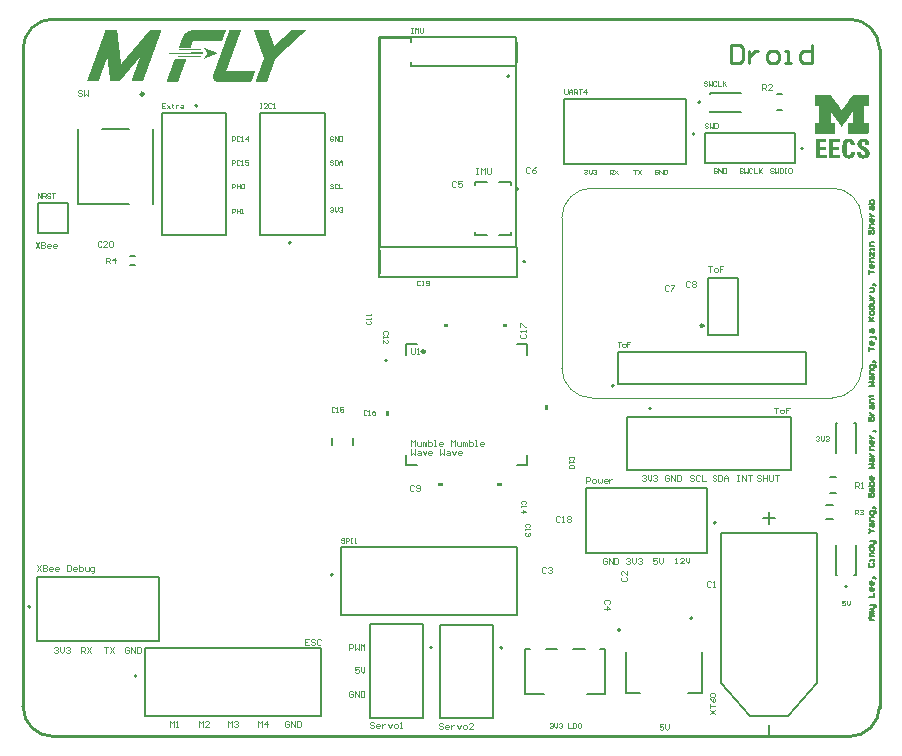
<source format=gto>
G04*
G04 #@! TF.GenerationSoftware,Altium Limited,Altium Designer,25.8.1 (18)*
G04*
G04 Layer_Color=65535*
%FSLAX25Y25*%
%MOIN*%
G70*
G04*
G04 #@! TF.SameCoordinates,C76D9226-5B89-478B-BDFE-737DA55DB7C2*
G04*
G04*
G04 #@! TF.FilePolarity,Positive*
G04*
G01*
G75*
%ADD10C,0.00600*%
%ADD11C,0.00787*%
%ADD12C,0.01000*%
%ADD13C,0.00394*%
%ADD14C,0.00984*%
%ADD15C,0.00945*%
%ADD16C,0.00500*%
G36*
X94424Y234962D02*
X94411D01*
Y234935D01*
X94397D01*
Y234921D01*
X94369D01*
Y234907D01*
X94356D01*
Y234893D01*
X94342D01*
Y234880D01*
X94328D01*
Y234866D01*
X94314D01*
Y234852D01*
X94301D01*
Y234838D01*
X94287D01*
Y234824D01*
X94273D01*
Y234811D01*
X94259D01*
Y234797D01*
X94245D01*
Y234783D01*
X94232D01*
Y234769D01*
X94204D01*
Y234756D01*
X94190D01*
Y234742D01*
X94177D01*
Y234728D01*
X94163D01*
Y234714D01*
X94149D01*
Y234700D01*
X94135D01*
Y234687D01*
X94121D01*
Y234673D01*
X94108D01*
Y234659D01*
X94094D01*
Y234645D01*
X94080D01*
Y234632D01*
X94066D01*
Y234618D01*
X94039D01*
Y234604D01*
X94025D01*
Y234590D01*
X94011D01*
Y234577D01*
X93997D01*
Y234563D01*
X93984D01*
Y234549D01*
X93970D01*
Y234535D01*
X93956D01*
Y234521D01*
X93942D01*
Y234508D01*
X93928D01*
Y234494D01*
X93915D01*
Y234480D01*
X93887D01*
Y234466D01*
X93873D01*
Y234453D01*
X93860D01*
Y234439D01*
X93846D01*
Y234425D01*
X93832D01*
Y234411D01*
X93818D01*
Y234397D01*
X93805D01*
Y234384D01*
X93791D01*
Y234370D01*
X93777D01*
Y234356D01*
X93763D01*
Y234342D01*
X93749D01*
Y234329D01*
X93722D01*
Y234315D01*
X93708D01*
Y234301D01*
X93694D01*
Y234287D01*
X93681D01*
Y234273D01*
X93667D01*
Y234260D01*
X93653D01*
Y234246D01*
X93639D01*
Y234232D01*
X93625D01*
Y234218D01*
X93612D01*
Y234205D01*
X93598D01*
Y234191D01*
X93584D01*
Y234177D01*
X93556D01*
Y234163D01*
X93543D01*
Y234149D01*
X93529D01*
Y234136D01*
X93515D01*
Y234122D01*
X93501D01*
Y234108D01*
X93488D01*
Y234094D01*
X93474D01*
Y234081D01*
X93460D01*
Y234067D01*
X93446D01*
Y234053D01*
X93432D01*
Y234039D01*
X93419D01*
Y234025D01*
X93391D01*
Y234012D01*
X93377D01*
Y233998D01*
X93363D01*
Y233984D01*
X93350D01*
Y233970D01*
X93336D01*
Y233957D01*
X93322D01*
Y233943D01*
X93308D01*
Y233929D01*
X93295D01*
Y233915D01*
X93281D01*
Y233901D01*
X93267D01*
Y233888D01*
X93253D01*
Y233874D01*
X93239D01*
Y233860D01*
X93212D01*
Y233846D01*
X93198D01*
Y233833D01*
X93184D01*
Y233819D01*
X93171D01*
Y233805D01*
X93157D01*
Y233791D01*
X93143D01*
Y233777D01*
X93129D01*
Y233764D01*
X93116D01*
Y233750D01*
X93102D01*
Y233736D01*
X93088D01*
Y233722D01*
X93074D01*
Y233708D01*
X93047D01*
Y233695D01*
X93033D01*
Y233681D01*
X93019D01*
Y233667D01*
X93005D01*
Y233653D01*
X92992D01*
Y233640D01*
X92978D01*
Y233626D01*
X92964D01*
Y233612D01*
X92950D01*
Y233598D01*
X92936D01*
Y233584D01*
X92923D01*
Y233571D01*
X92909D01*
Y233557D01*
X92895D01*
Y233543D01*
X92867D01*
Y233529D01*
X92854D01*
Y233516D01*
X92840D01*
Y233502D01*
X92826D01*
Y233488D01*
X92812D01*
Y233474D01*
X92799D01*
Y233460D01*
X92785D01*
Y233447D01*
X92771D01*
Y233433D01*
X92757D01*
Y233419D01*
X92743D01*
Y233405D01*
X92730D01*
Y233391D01*
X92716D01*
Y233378D01*
X92688D01*
Y233364D01*
X92675D01*
Y233350D01*
X92661D01*
Y233336D01*
X92647D01*
Y233323D01*
X92633D01*
Y233309D01*
X92620D01*
Y233295D01*
X92606D01*
Y233281D01*
X92592D01*
Y233267D01*
X92578D01*
Y233254D01*
X92564D01*
Y233240D01*
X92551D01*
Y233226D01*
X92523D01*
Y233212D01*
X92509D01*
Y233199D01*
X92496D01*
Y233185D01*
X92482D01*
Y233171D01*
X92468D01*
Y233157D01*
X92454D01*
Y233143D01*
X92440D01*
Y233130D01*
X92427D01*
Y233116D01*
X92413D01*
Y233102D01*
X92399D01*
Y233088D01*
X92385D01*
Y233075D01*
X92371D01*
Y233061D01*
X92344D01*
Y233047D01*
X92330D01*
Y233033D01*
X92316D01*
Y233019D01*
X92303D01*
Y233006D01*
X92289D01*
Y232992D01*
X92275D01*
Y232978D01*
X92261D01*
Y232964D01*
X92247D01*
Y232951D01*
X92234D01*
Y232937D01*
X92220D01*
Y232923D01*
X92206D01*
Y232909D01*
X92192D01*
Y232895D01*
X92165D01*
Y232882D01*
X92151D01*
Y232868D01*
X92137D01*
Y232854D01*
X92123D01*
Y232840D01*
X92110D01*
Y232827D01*
X92096D01*
Y232813D01*
X92082D01*
Y232799D01*
X92068D01*
Y232785D01*
X92054D01*
Y232771D01*
X92041D01*
Y232758D01*
X92027D01*
Y232744D01*
X91999D01*
Y232730D01*
X91986D01*
Y232716D01*
X91972D01*
Y232703D01*
X91958D01*
Y232689D01*
X91944D01*
Y232675D01*
X91931D01*
Y232661D01*
X91917D01*
Y232647D01*
X91903D01*
Y232634D01*
X91889D01*
Y232620D01*
X91875D01*
Y232606D01*
X91862D01*
Y232592D01*
X91848D01*
Y232578D01*
X91820D01*
Y232565D01*
X91807D01*
Y232551D01*
X91793D01*
Y232537D01*
X91779D01*
Y232523D01*
X91765D01*
Y232510D01*
X91751D01*
Y232496D01*
X91738D01*
Y232482D01*
X91724D01*
Y232468D01*
X91710D01*
Y232454D01*
X91696D01*
Y232441D01*
X91682D01*
Y232427D01*
X91655D01*
Y232413D01*
X91641D01*
Y232399D01*
X91627D01*
Y232386D01*
X91614D01*
Y232372D01*
X91600D01*
Y232358D01*
X91586D01*
Y232344D01*
X91572D01*
Y232330D01*
X91558D01*
Y232317D01*
X91545D01*
Y232303D01*
X91531D01*
Y232289D01*
X91517D01*
Y232275D01*
X91503D01*
Y232262D01*
X91476D01*
Y232248D01*
X91462D01*
Y232234D01*
X91448D01*
Y232220D01*
X91435D01*
Y232207D01*
X91421D01*
Y232193D01*
X91407D01*
Y232179D01*
X91393D01*
Y232165D01*
X91379D01*
Y232151D01*
X91366D01*
Y232138D01*
X91352D01*
Y232124D01*
X91338D01*
Y232110D01*
X91324D01*
Y232096D01*
X91297D01*
Y232083D01*
X91283D01*
Y232069D01*
X91269D01*
Y232055D01*
X91255D01*
Y232041D01*
X91242D01*
Y232027D01*
X91228D01*
Y232014D01*
X91214D01*
Y232000D01*
X91200D01*
Y231986D01*
X91186D01*
Y231972D01*
X91173D01*
Y231959D01*
X91159D01*
Y231945D01*
X91131D01*
Y231931D01*
X91118D01*
Y231917D01*
X91104D01*
Y231903D01*
X91090D01*
Y231890D01*
X91076D01*
Y231876D01*
X91062D01*
Y231862D01*
X91049D01*
Y231848D01*
X91035D01*
Y231835D01*
X91021D01*
Y231821D01*
X91007D01*
Y231807D01*
X90993D01*
Y231793D01*
X90980D01*
Y231779D01*
X90952D01*
Y231766D01*
X90938D01*
Y231752D01*
X90925D01*
Y231738D01*
X90911D01*
Y231724D01*
X90897D01*
Y231711D01*
X90883D01*
Y231697D01*
X90869D01*
Y231683D01*
X90856D01*
Y231669D01*
X90842D01*
Y231655D01*
X90828D01*
Y231642D01*
X90814D01*
Y231628D01*
X90787D01*
Y231614D01*
X90773D01*
Y231600D01*
X90759D01*
Y231587D01*
X90746D01*
Y231573D01*
X90732D01*
Y231559D01*
X90718D01*
Y231545D01*
X90704D01*
Y231531D01*
X90690D01*
Y231518D01*
X90677D01*
Y231504D01*
X90663D01*
Y231490D01*
X90649D01*
Y231476D01*
X90635D01*
Y231462D01*
X90608D01*
Y231449D01*
X90594D01*
Y231435D01*
X90580D01*
Y231421D01*
X90566D01*
Y231407D01*
X90553D01*
Y231394D01*
X90539D01*
Y231380D01*
X90525D01*
Y231366D01*
X90511D01*
Y231352D01*
X90497D01*
Y231338D01*
X90484D01*
Y231325D01*
X90470D01*
Y231311D01*
X90442D01*
Y231297D01*
X90429D01*
Y231283D01*
X90415D01*
Y231270D01*
X90401D01*
Y231256D01*
X90387D01*
Y231242D01*
X90373D01*
Y231228D01*
X90360D01*
Y231214D01*
X90346D01*
Y231201D01*
X90332D01*
Y231187D01*
X90318D01*
Y231173D01*
X90305D01*
Y231159D01*
X90291D01*
Y231146D01*
X90263D01*
Y231132D01*
X90250D01*
Y231118D01*
X90236D01*
Y231104D01*
X90222D01*
Y231090D01*
X90208D01*
Y231077D01*
X90194D01*
Y231063D01*
X90181D01*
Y231049D01*
X90167D01*
Y231035D01*
X90153D01*
Y231021D01*
X90139D01*
Y231008D01*
X90125D01*
Y230994D01*
X90098D01*
Y230980D01*
X90084D01*
Y230966D01*
X90070D01*
Y230953D01*
X90057D01*
Y230939D01*
X90043D01*
Y230925D01*
X90029D01*
Y230911D01*
X90015D01*
Y230897D01*
X90001D01*
Y230884D01*
X89988D01*
Y230870D01*
X89974D01*
Y230856D01*
X89960D01*
Y230842D01*
X89946D01*
Y230829D01*
X89919D01*
Y230815D01*
X89905D01*
Y230801D01*
X89891D01*
Y230787D01*
X89877D01*
Y230773D01*
X89864D01*
Y230760D01*
X89850D01*
Y230746D01*
X89836D01*
Y230732D01*
X89822D01*
Y230718D01*
X89808D01*
Y230705D01*
X89795D01*
Y230691D01*
X89781D01*
Y230677D01*
X89753D01*
Y230663D01*
X89740D01*
Y230649D01*
X89726D01*
Y230636D01*
X89712D01*
Y230622D01*
X89698D01*
Y230608D01*
X89684D01*
Y230594D01*
X89671D01*
Y230581D01*
X89657D01*
Y230567D01*
X89643D01*
Y230553D01*
X89629D01*
Y230539D01*
X89616D01*
Y230525D01*
X89602D01*
Y230512D01*
X89574D01*
Y230498D01*
X89561D01*
Y230484D01*
X89547D01*
Y230470D01*
X89533D01*
Y230457D01*
X89519D01*
Y230443D01*
X89505D01*
Y230429D01*
X89492D01*
Y230415D01*
X89478D01*
Y230401D01*
X89464D01*
Y230388D01*
X89450D01*
Y230374D01*
X89437D01*
Y230360D01*
X89409D01*
Y230346D01*
X89395D01*
Y230332D01*
X89381D01*
Y230319D01*
X89368D01*
Y230305D01*
X89354D01*
Y230291D01*
X89340D01*
Y230277D01*
X89326D01*
Y230264D01*
X89312D01*
Y230250D01*
X89299D01*
Y230236D01*
X89285D01*
Y230222D01*
X89271D01*
Y230208D01*
X89244D01*
Y230195D01*
X89230D01*
Y230181D01*
X89216D01*
Y230167D01*
X89202D01*
Y230153D01*
X89188D01*
Y230140D01*
X89175D01*
Y230126D01*
X89161D01*
Y230112D01*
X89147D01*
Y230098D01*
X89133D01*
Y230084D01*
X89120D01*
Y230071D01*
X89106D01*
Y230057D01*
X89092D01*
Y230043D01*
X89064D01*
Y230029D01*
X89051D01*
Y230016D01*
X89037D01*
Y230002D01*
X89023D01*
Y229988D01*
X89009D01*
Y229974D01*
X88995D01*
Y229960D01*
X88982D01*
Y229947D01*
X88968D01*
Y229933D01*
X88954D01*
Y229919D01*
X88940D01*
Y229905D01*
X88927D01*
Y229892D01*
X88899D01*
Y229878D01*
X88885D01*
Y229864D01*
X88872D01*
Y229850D01*
X88858D01*
Y229837D01*
X88844D01*
Y229823D01*
X88830D01*
Y229809D01*
X88816D01*
Y229795D01*
X88803D01*
Y229781D01*
X88789D01*
Y229768D01*
X88775D01*
Y229754D01*
X88761D01*
Y229740D01*
X88748D01*
Y229726D01*
X88720D01*
Y229713D01*
X88706D01*
Y229699D01*
X88692D01*
Y229685D01*
X88679D01*
Y229671D01*
X88665D01*
Y229657D01*
X88651D01*
Y229644D01*
X88637D01*
Y229630D01*
X88623D01*
Y229616D01*
X88610D01*
Y229602D01*
X88596D01*
Y229589D01*
X88582D01*
Y229575D01*
X88555D01*
Y229561D01*
X88541D01*
Y229547D01*
X88527D01*
Y229533D01*
X88513D01*
Y229520D01*
X88499D01*
Y229506D01*
X88486D01*
Y229492D01*
X88472D01*
Y229478D01*
X88458D01*
Y229465D01*
X88444D01*
Y229451D01*
X88431D01*
Y229437D01*
X88417D01*
Y229423D01*
X88389D01*
Y229409D01*
X88376D01*
Y229396D01*
X88362D01*
Y229382D01*
X88348D01*
Y229368D01*
X88334D01*
Y229354D01*
X88320D01*
Y229341D01*
X88307D01*
Y229327D01*
X88293D01*
Y229313D01*
X88279D01*
Y229299D01*
X88265D01*
Y229285D01*
X88252D01*
Y229272D01*
X88238D01*
Y229258D01*
X88210D01*
Y229244D01*
X88196D01*
Y229230D01*
X88183D01*
Y229216D01*
X88169D01*
Y229203D01*
X88155D01*
Y229189D01*
X88141D01*
Y229175D01*
X88127D01*
Y229161D01*
X88114D01*
Y229148D01*
X88100D01*
Y229134D01*
X88086D01*
Y229120D01*
X88072D01*
Y229106D01*
X88045D01*
Y229092D01*
X88031D01*
Y229079D01*
X88017D01*
Y229065D01*
X88003D01*
Y229051D01*
X87990D01*
Y229037D01*
X87976D01*
Y229024D01*
X87962D01*
Y229010D01*
X87948D01*
Y228996D01*
X87935D01*
Y228982D01*
X87921D01*
Y228968D01*
X87907D01*
Y228955D01*
X87893D01*
Y228941D01*
X87866D01*
Y228927D01*
X87852D01*
Y228913D01*
X87838D01*
Y228900D01*
X87824D01*
Y228886D01*
X87810D01*
Y228872D01*
X87797D01*
Y228858D01*
X87783D01*
Y228844D01*
X87769D01*
Y228831D01*
X87755D01*
Y228817D01*
X87742D01*
Y228803D01*
X87728D01*
Y228789D01*
X87700D01*
Y228776D01*
X87687D01*
Y228762D01*
X87673D01*
Y228748D01*
X87659D01*
Y228734D01*
X87645D01*
Y228720D01*
X87631D01*
Y228707D01*
X87618D01*
Y228693D01*
X87604D01*
Y228679D01*
X87590D01*
Y228665D01*
X87576D01*
Y228651D01*
X87563D01*
Y228638D01*
X87549D01*
Y228624D01*
X87521D01*
Y228610D01*
X87507D01*
Y228596D01*
X87494D01*
Y228583D01*
X87480D01*
Y228569D01*
X87466D01*
Y228555D01*
X87452D01*
Y228541D01*
X87438D01*
Y228527D01*
X87425D01*
Y228514D01*
X87411D01*
Y228500D01*
X87397D01*
Y228486D01*
X87383D01*
Y228472D01*
X87370D01*
Y228459D01*
X87342D01*
Y228445D01*
X87328D01*
Y228431D01*
X87314D01*
Y228417D01*
X87301D01*
Y228403D01*
X87287D01*
Y228390D01*
X87273D01*
Y228376D01*
X87259D01*
Y228362D01*
X87246D01*
Y228348D01*
X87232D01*
Y228335D01*
X87218D01*
Y228321D01*
X87204D01*
Y228307D01*
X87177D01*
Y228293D01*
X87163D01*
Y228279D01*
X87149D01*
Y228266D01*
X87135D01*
Y228252D01*
X87122D01*
Y228238D01*
X87108D01*
Y228224D01*
X87094D01*
Y228211D01*
X87080D01*
Y228197D01*
X87067D01*
Y228183D01*
X87053D01*
Y228169D01*
X87039D01*
Y228155D01*
X87025D01*
Y228142D01*
X86998D01*
Y228128D01*
X86984D01*
Y228114D01*
X86970D01*
Y228100D01*
X86956D01*
Y228086D01*
X86942D01*
Y228073D01*
X86929D01*
Y228059D01*
X86915D01*
Y228045D01*
X86901D01*
Y228031D01*
X86887D01*
Y228018D01*
X86874D01*
Y228004D01*
X86860D01*
Y227990D01*
X86846D01*
Y227976D01*
X86818D01*
Y227962D01*
X86805D01*
Y227949D01*
X86791D01*
Y227935D01*
X86777D01*
Y227921D01*
X86763D01*
Y227907D01*
X86750D01*
Y227894D01*
X86736D01*
Y227880D01*
X86722D01*
Y227866D01*
X86708D01*
Y227852D01*
X86694D01*
Y227838D01*
X86681D01*
Y227825D01*
X86667D01*
Y227811D01*
X86639D01*
Y227797D01*
X86625D01*
Y227783D01*
X86612D01*
Y227770D01*
X86598D01*
Y227756D01*
X86584D01*
Y227742D01*
X86570D01*
Y227728D01*
X86557D01*
Y227714D01*
X86543D01*
Y227701D01*
X86529D01*
Y227687D01*
X86515D01*
Y227673D01*
X86501D01*
Y227659D01*
X86488D01*
Y227646D01*
X86460D01*
Y227632D01*
X86446D01*
Y227618D01*
X86433D01*
Y227604D01*
X86419D01*
Y227590D01*
X86405D01*
Y227577D01*
X86391D01*
Y227563D01*
X86378D01*
Y227549D01*
X86364D01*
Y227535D01*
X86350D01*
Y227522D01*
X86336D01*
Y227508D01*
X86322D01*
Y227494D01*
X86309D01*
Y227480D01*
X86281D01*
Y227467D01*
X86267D01*
Y227453D01*
X86253D01*
Y227439D01*
X86240D01*
Y227425D01*
X86226D01*
Y227411D01*
X86212D01*
Y227398D01*
X86198D01*
Y227384D01*
X86185D01*
Y227370D01*
X86171D01*
Y227356D01*
X86157D01*
Y227343D01*
X86143D01*
Y227329D01*
X86116D01*
Y227315D01*
X86102D01*
Y227301D01*
X86088D01*
Y227287D01*
X86074D01*
Y227274D01*
X86061D01*
Y227260D01*
X86047D01*
Y227246D01*
X86033D01*
Y227232D01*
X86019D01*
Y227219D01*
X86006D01*
Y227205D01*
X85992D01*
Y227191D01*
X85978D01*
Y227177D01*
X85964D01*
Y227163D01*
X85937D01*
Y227150D01*
X85923D01*
Y227136D01*
X85909D01*
Y227122D01*
X85895D01*
Y227108D01*
X85881D01*
Y227094D01*
X85868D01*
Y227081D01*
X85854D01*
Y227067D01*
X85840D01*
Y227053D01*
X85826D01*
Y227039D01*
X85813D01*
Y227026D01*
X85799D01*
Y227012D01*
X85785D01*
Y226998D01*
X85757D01*
Y226984D01*
X85744D01*
Y226970D01*
X85730D01*
Y226957D01*
X85716D01*
Y226943D01*
X85702D01*
Y226929D01*
X85689D01*
Y226915D01*
X85675D01*
Y226902D01*
X85661D01*
Y226888D01*
X85647D01*
Y226874D01*
X85633D01*
Y226860D01*
X85620D01*
Y226846D01*
X85592D01*
Y226833D01*
X85578D01*
Y226819D01*
X85565D01*
Y226805D01*
X85551D01*
Y226791D01*
X85537D01*
Y226778D01*
X85523D01*
Y226764D01*
X85509D01*
Y226750D01*
X85496D01*
Y226736D01*
X85482D01*
Y226722D01*
X85468D01*
Y226709D01*
X85454D01*
Y226695D01*
X85440D01*
Y226681D01*
X85413D01*
Y226667D01*
X85399D01*
Y226654D01*
X85385D01*
Y226640D01*
X85372D01*
Y226626D01*
X85358D01*
Y226612D01*
X85344D01*
Y226598D01*
X85330D01*
Y226585D01*
X85316D01*
Y226571D01*
X85303D01*
Y226557D01*
X85289D01*
Y226543D01*
X85275D01*
Y226530D01*
X85248D01*
Y226516D01*
X85234D01*
Y226502D01*
X85220D01*
Y226488D01*
X85206D01*
Y226474D01*
X85193D01*
Y226461D01*
X85179D01*
Y226447D01*
X85165D01*
Y226433D01*
X85151D01*
Y226419D01*
X85137D01*
Y226406D01*
X85124D01*
Y226392D01*
X85110D01*
Y226378D01*
X85096D01*
Y226364D01*
X85069D01*
Y226350D01*
X85055D01*
Y226337D01*
X85041D01*
Y226323D01*
X85027D01*
Y226309D01*
X85013D01*
Y226295D01*
X85000D01*
Y226281D01*
X84986D01*
Y226268D01*
X84972D01*
Y226254D01*
X84958D01*
Y226240D01*
X84944D01*
Y226226D01*
X84931D01*
Y226213D01*
X84903D01*
Y226199D01*
X84889D01*
Y226185D01*
X84876D01*
Y226171D01*
X84862D01*
Y226157D01*
X84848D01*
Y226144D01*
X84834D01*
Y226130D01*
X84820D01*
Y226116D01*
X84807D01*
Y226102D01*
X84793D01*
Y226089D01*
X84779D01*
Y226075D01*
X84765D01*
Y226061D01*
X84752D01*
Y226047D01*
X84724D01*
Y226033D01*
X84710D01*
Y226020D01*
X84696D01*
Y226006D01*
X84683D01*
Y225992D01*
X84669D01*
Y225978D01*
X84655D01*
Y225965D01*
X84641D01*
Y225951D01*
X84627D01*
Y225937D01*
X84614D01*
Y225923D01*
X84600D01*
Y225909D01*
X84586D01*
Y225896D01*
X84559D01*
Y225882D01*
X84545D01*
Y225868D01*
X84531D01*
Y225854D01*
X84517D01*
Y225840D01*
X84504D01*
Y225827D01*
X84490D01*
Y225813D01*
X84476D01*
Y225799D01*
X84462D01*
Y225785D01*
X84448D01*
Y225772D01*
X84435D01*
Y225758D01*
X84421D01*
Y225744D01*
X84393D01*
Y225730D01*
X84380D01*
Y225716D01*
X84366D01*
Y225703D01*
X84352D01*
Y225689D01*
X84338D01*
Y225675D01*
X84324D01*
Y225661D01*
X84311D01*
Y225648D01*
X84297D01*
Y225634D01*
X84283D01*
Y225620D01*
X84269D01*
Y225592D01*
X84255D01*
Y225565D01*
X84242D01*
Y225537D01*
X84228D01*
Y225510D01*
X84214D01*
Y225468D01*
X84200D01*
Y225427D01*
X84187D01*
Y225386D01*
X84173D01*
Y225344D01*
X84159D01*
Y225317D01*
X84145D01*
Y225276D01*
X84131D01*
Y225234D01*
X84118D01*
Y225193D01*
X84104D01*
Y225152D01*
X84090D01*
Y225110D01*
X84076D01*
Y225069D01*
X84063D01*
Y225041D01*
X84049D01*
Y225000D01*
X84035D01*
Y224959D01*
X84021D01*
Y224917D01*
X84008D01*
Y224890D01*
X83994D01*
Y224848D01*
X83980D01*
Y224807D01*
X83966D01*
Y224766D01*
X83952D01*
Y224738D01*
X83939D01*
Y224697D01*
X83925D01*
Y224656D01*
X83911D01*
Y224614D01*
X83897D01*
Y224587D01*
X83884D01*
Y224545D01*
X83870D01*
Y224504D01*
X83856D01*
Y224476D01*
X83842D01*
Y224435D01*
X83828D01*
Y224394D01*
X83815D01*
Y224352D01*
X83801D01*
Y224325D01*
X83787D01*
Y224284D01*
X83773D01*
Y224256D01*
X83759D01*
Y224215D01*
X83746D01*
Y224173D01*
X83732D01*
Y224146D01*
X83718D01*
Y224104D01*
X83704D01*
Y224077D01*
X83691D01*
Y224036D01*
X83677D01*
Y223994D01*
X83663D01*
Y223953D01*
X83649D01*
Y223911D01*
X83635D01*
Y223884D01*
X83622D01*
Y223843D01*
X83608D01*
Y223801D01*
X83594D01*
Y223760D01*
X83580D01*
Y223719D01*
X83566D01*
Y223677D01*
X83553D01*
Y223650D01*
X83539D01*
Y223608D01*
X83525D01*
Y223567D01*
X83511D01*
Y223526D01*
X83498D01*
Y223498D01*
X83484D01*
Y223457D01*
X83470D01*
Y223415D01*
X83456D01*
Y223388D01*
X83442D01*
Y223346D01*
X83429D01*
Y223319D01*
X83415D01*
Y223278D01*
X83401D01*
Y223236D01*
X83387D01*
Y223195D01*
X83374D01*
Y223167D01*
X83360D01*
Y223126D01*
X83346D01*
Y223085D01*
X83332D01*
Y223043D01*
X83319D01*
Y223002D01*
X83305D01*
Y222974D01*
X83291D01*
Y222933D01*
X83277D01*
Y222892D01*
X83263D01*
Y222850D01*
X83250D01*
Y222809D01*
X83236D01*
Y222782D01*
X83222D01*
Y222740D01*
X83208D01*
Y222699D01*
X83195D01*
Y222671D01*
X83181D01*
Y222630D01*
X83167D01*
Y222589D01*
X83153D01*
Y222561D01*
X83139D01*
Y222520D01*
X83126D01*
Y222492D01*
X83112D01*
Y222451D01*
X83098D01*
Y222410D01*
X83084D01*
Y222368D01*
X83070D01*
Y222341D01*
X83057D01*
Y222299D01*
X83043D01*
Y222258D01*
X83029D01*
Y222217D01*
X83015D01*
Y222175D01*
X83002D01*
Y222134D01*
X82988D01*
Y222106D01*
X82974D01*
Y222065D01*
X82960D01*
Y222024D01*
X82946D01*
Y221982D01*
X82933D01*
Y221941D01*
X82919D01*
Y221900D01*
X82905D01*
Y221872D01*
X82891D01*
Y221831D01*
X82878D01*
Y221790D01*
X82864D01*
Y221748D01*
X82850D01*
Y221721D01*
X82836D01*
Y221679D01*
X82823D01*
Y221638D01*
X82809D01*
Y221610D01*
X82795D01*
Y221569D01*
X82781D01*
Y221528D01*
X82767D01*
Y221500D01*
X82754D01*
Y221459D01*
X82740D01*
Y221417D01*
X82726D01*
Y221390D01*
X82712D01*
Y221349D01*
X82699D01*
Y221307D01*
X82685D01*
Y221280D01*
X82671D01*
Y221238D01*
X82657D01*
Y221197D01*
X82643D01*
Y221169D01*
X82630D01*
Y221128D01*
X82616D01*
Y221087D01*
X82602D01*
Y221045D01*
X82588D01*
Y221004D01*
X82574D01*
Y220963D01*
X82561D01*
Y220921D01*
X82547D01*
Y220894D01*
X82533D01*
Y220852D01*
X82519D01*
Y220811D01*
X82506D01*
Y220770D01*
X82492D01*
Y220742D01*
X82478D01*
Y220701D01*
X82464D01*
Y220660D01*
X82450D01*
Y220632D01*
X82437D01*
Y220591D01*
X82423D01*
Y220549D01*
X82409D01*
Y220522D01*
X82395D01*
Y220480D01*
X82382D01*
Y220453D01*
X82368D01*
Y220411D01*
X82354D01*
Y220370D01*
X82340D01*
Y220329D01*
X82326D01*
Y220301D01*
X82313D01*
Y220260D01*
X82299D01*
Y220219D01*
X82285D01*
Y220177D01*
X82271D01*
Y220136D01*
X82257D01*
Y220108D01*
X82244D01*
Y220067D01*
X82230D01*
Y220026D01*
X82216D01*
Y219984D01*
X82202D01*
Y219943D01*
X82189D01*
Y219902D01*
X82175D01*
Y219874D01*
X82161D01*
Y219833D01*
X82147D01*
Y219792D01*
X82134D01*
Y219750D01*
X82120D01*
Y219709D01*
X82106D01*
Y219681D01*
X82092D01*
Y219640D01*
X82078D01*
Y219599D01*
X82065D01*
Y219557D01*
X82051D01*
Y219530D01*
X82037D01*
Y219488D01*
X82023D01*
Y219461D01*
X82010D01*
Y219420D01*
X81996D01*
Y219392D01*
X81982D01*
Y219351D01*
X81968D01*
Y219309D01*
X81954D01*
Y219282D01*
X81941D01*
Y219240D01*
X81927D01*
Y219199D01*
X81913D01*
Y219158D01*
X81899D01*
Y219130D01*
X81885D01*
Y219089D01*
X81872D01*
Y219047D01*
X81858D01*
Y219006D01*
X81844D01*
Y218965D01*
X81830D01*
Y218923D01*
X81817D01*
Y218882D01*
X81803D01*
Y218854D01*
X81789D01*
Y218813D01*
X81775D01*
Y218772D01*
X81761D01*
Y218730D01*
X81748D01*
Y218703D01*
X81734D01*
Y218662D01*
X81720D01*
Y218620D01*
X81706D01*
Y218593D01*
X81693D01*
Y218551D01*
X81679D01*
Y218510D01*
X81665D01*
Y218482D01*
X81651D01*
Y218441D01*
X81638D01*
Y218400D01*
X81624D01*
Y218372D01*
X81610D01*
Y218331D01*
X81596D01*
Y218290D01*
X81582D01*
Y218248D01*
X81569D01*
Y218207D01*
X81555D01*
Y218179D01*
X81541D01*
Y218138D01*
X81527D01*
Y218097D01*
X81514D01*
Y218055D01*
X81500D01*
Y218014D01*
X81486D01*
Y217986D01*
X81472D01*
Y217945D01*
X81458D01*
Y217904D01*
X81445D01*
Y217862D01*
X81431D01*
Y217835D01*
X81417D01*
Y217821D01*
X81403D01*
Y217807D01*
X81389D01*
Y217793D01*
X77559D01*
Y217807D01*
X77545D01*
Y217821D01*
X77531D01*
Y217835D01*
X77545D01*
Y217862D01*
X77559D01*
Y217890D01*
X77573D01*
Y217931D01*
X77586D01*
Y217973D01*
X77600D01*
Y218014D01*
X77614D01*
Y218041D01*
X77628D01*
Y218083D01*
X77641D01*
Y218124D01*
X77655D01*
Y218165D01*
X77669D01*
Y218207D01*
X77683D01*
Y218234D01*
X77697D01*
Y218276D01*
X77710D01*
Y218317D01*
X77724D01*
Y218358D01*
X77738D01*
Y218386D01*
X77752D01*
Y218427D01*
X77766D01*
Y218469D01*
X77779D01*
Y218496D01*
X77793D01*
Y218538D01*
X77807D01*
Y218579D01*
X77821D01*
Y218606D01*
X77834D01*
Y218648D01*
X77848D01*
Y218689D01*
X77862D01*
Y218717D01*
X77876D01*
Y218758D01*
X77890D01*
Y218799D01*
X77903D01*
Y218841D01*
X77917D01*
Y218868D01*
X77931D01*
Y218910D01*
X77945D01*
Y218951D01*
X77958D01*
Y218992D01*
X77972D01*
Y219020D01*
X77986D01*
Y219061D01*
X78000D01*
Y219103D01*
X78013D01*
Y219144D01*
X78027D01*
Y219171D01*
X78041D01*
Y219213D01*
X78055D01*
Y219254D01*
X78069D01*
Y219295D01*
X78082D01*
Y219323D01*
X78096D01*
Y219364D01*
X78110D01*
Y219406D01*
X78124D01*
Y219447D01*
X78138D01*
Y219475D01*
X78151D01*
Y219516D01*
X78165D01*
Y219557D01*
X78179D01*
Y219599D01*
X78193D01*
Y219640D01*
X78206D01*
Y219681D01*
X78220D01*
Y219709D01*
X78234D01*
Y219750D01*
X78248D01*
Y219792D01*
X78262D01*
Y219833D01*
X78275D01*
Y219874D01*
X78289D01*
Y219902D01*
X78303D01*
Y219943D01*
X78317D01*
Y219984D01*
X78330D01*
Y220026D01*
X78344D01*
Y220053D01*
X78358D01*
Y220095D01*
X78372D01*
Y220136D01*
X78386D01*
Y220163D01*
X78399D01*
Y220205D01*
X78413D01*
Y220232D01*
X78427D01*
Y220274D01*
X78441D01*
Y220315D01*
X78455D01*
Y220343D01*
X78468D01*
Y220384D01*
X78482D01*
Y220425D01*
X78496D01*
Y220467D01*
X78510D01*
Y220508D01*
X78523D01*
Y220536D01*
X78537D01*
Y220577D01*
X78551D01*
Y220618D01*
X78565D01*
Y220660D01*
X78579D01*
Y220701D01*
X78592D01*
Y220742D01*
X78606D01*
Y220770D01*
X78620D01*
Y220811D01*
X78634D01*
Y220852D01*
X78647D01*
Y220880D01*
X78661D01*
Y220921D01*
X78675D01*
Y220963D01*
X78689D01*
Y220990D01*
X78702D01*
Y221032D01*
X78716D01*
Y221073D01*
X78730D01*
Y221100D01*
X78744D01*
Y221142D01*
X78758D01*
Y221183D01*
X78771D01*
Y221211D01*
X78785D01*
Y221252D01*
X78799D01*
Y221293D01*
X78813D01*
Y221321D01*
X78826D01*
Y221362D01*
X78840D01*
Y221404D01*
X78854D01*
Y221445D01*
X78868D01*
Y221486D01*
X78882D01*
Y221528D01*
X78895D01*
Y221555D01*
X78909D01*
Y221597D01*
X78923D01*
Y221638D01*
X78937D01*
Y221679D01*
X78951D01*
Y221721D01*
X78964D01*
Y221762D01*
X78978D01*
Y221790D01*
X78992D01*
Y221831D01*
X79006D01*
Y221872D01*
X79019D01*
Y221914D01*
X79033D01*
Y221955D01*
X79047D01*
Y221982D01*
X79061D01*
Y222024D01*
X79075D01*
Y222065D01*
X79088D01*
Y222093D01*
X79102D01*
Y222134D01*
X79116D01*
Y222175D01*
X79130D01*
Y222203D01*
X79143D01*
Y222244D01*
X79157D01*
Y222286D01*
X79171D01*
Y222313D01*
X79185D01*
Y222354D01*
X79199D01*
Y222382D01*
X79212D01*
Y222423D01*
X79226D01*
Y222465D01*
X79240D01*
Y222492D01*
X79254D01*
Y222533D01*
X79268D01*
Y222575D01*
X79281D01*
Y222616D01*
X79295D01*
Y222657D01*
X79309D01*
Y222699D01*
X79323D01*
Y222726D01*
X79336D01*
Y222768D01*
X79350D01*
Y222809D01*
X79364D01*
Y222850D01*
X79378D01*
Y222892D01*
X79391D01*
Y222933D01*
X79405D01*
Y222961D01*
X79419D01*
Y223002D01*
X79433D01*
Y223043D01*
X79447D01*
Y223071D01*
X79460D01*
Y223112D01*
X79474D01*
Y223140D01*
X79488D01*
Y223181D01*
X79502D01*
Y223222D01*
X79515D01*
Y223250D01*
X79529D01*
Y223291D01*
X79543D01*
Y223333D01*
X79557D01*
Y223360D01*
X79571D01*
Y223402D01*
X79584D01*
Y223443D01*
X79598D01*
Y223484D01*
X79612D01*
Y223526D01*
X79626D01*
Y223567D01*
X79640D01*
Y223594D01*
X79653D01*
Y223636D01*
X79667D01*
Y223677D01*
X79681D01*
Y223719D01*
X79695D01*
Y223760D01*
X79708D01*
Y223787D01*
X79722D01*
Y223829D01*
X79736D01*
Y223870D01*
X79750D01*
Y223898D01*
X79764D01*
Y223939D01*
X79777D01*
Y223980D01*
X79791D01*
Y224008D01*
X79805D01*
Y224049D01*
X79819D01*
Y224091D01*
X79832D01*
Y224118D01*
X79846D01*
Y224160D01*
X79860D01*
Y224201D01*
X79874D01*
Y224242D01*
X79887D01*
Y224270D01*
X79901D01*
Y224311D01*
X79915D01*
Y224352D01*
X79929D01*
Y224394D01*
X79943D01*
Y224421D01*
X79956D01*
Y224463D01*
X79970D01*
Y224504D01*
X79984D01*
Y224545D01*
X79998D01*
Y224573D01*
X80011D01*
Y224614D01*
X80025D01*
Y224656D01*
X80039D01*
Y224697D01*
X80053D01*
Y224724D01*
X80067D01*
Y224766D01*
X80080D01*
Y224807D01*
X80094D01*
Y224848D01*
X80108D01*
Y224876D01*
X80122D01*
Y224917D01*
X80136D01*
Y224959D01*
X80149D01*
Y224986D01*
X80163D01*
Y225028D01*
X80177D01*
Y225069D01*
X80191D01*
Y225097D01*
X80204D01*
Y225138D01*
X80218D01*
Y225179D01*
X80232D01*
Y225220D01*
X80246D01*
Y225248D01*
X80260D01*
Y225289D01*
X80273D01*
Y225331D01*
X80287D01*
Y225372D01*
X80301D01*
Y225400D01*
X80315D01*
Y225441D01*
X80328D01*
Y225482D01*
X80342D01*
Y225510D01*
X80356D01*
Y225565D01*
X80370D01*
Y225648D01*
X80356D01*
Y225716D01*
X80342D01*
Y225758D01*
X80328D01*
Y225785D01*
X80315D01*
Y225827D01*
X80301D01*
Y225868D01*
X80287D01*
Y225896D01*
X80273D01*
Y225937D01*
X80260D01*
Y225978D01*
X80246D01*
Y226020D01*
X80232D01*
Y226061D01*
X80218D01*
Y226089D01*
X80204D01*
Y226130D01*
X80191D01*
Y226171D01*
X80177D01*
Y226213D01*
X80163D01*
Y226240D01*
X80149D01*
Y226281D01*
X80136D01*
Y226323D01*
X80122D01*
Y226350D01*
X80108D01*
Y226392D01*
X80094D01*
Y226433D01*
X80080D01*
Y226474D01*
X80067D01*
Y226516D01*
X80053D01*
Y226543D01*
X80039D01*
Y226585D01*
X80025D01*
Y226626D01*
X80011D01*
Y226667D01*
X79998D01*
Y226709D01*
X79984D01*
Y226750D01*
X79970D01*
Y226791D01*
X79956D01*
Y226833D01*
X79943D01*
Y226860D01*
X79929D01*
Y226902D01*
X79915D01*
Y226943D01*
X79901D01*
Y226984D01*
X79887D01*
Y227012D01*
X79874D01*
Y227053D01*
X79860D01*
Y227094D01*
X79846D01*
Y227122D01*
X79832D01*
Y227163D01*
X79819D01*
Y227205D01*
X79805D01*
Y227246D01*
X79791D01*
Y227274D01*
X79777D01*
Y227315D01*
X79764D01*
Y227356D01*
X79750D01*
Y227384D01*
X79736D01*
Y227425D01*
X79722D01*
Y227467D01*
X79708D01*
Y227508D01*
X79695D01*
Y227535D01*
X79681D01*
Y227577D01*
X79667D01*
Y227618D01*
X79653D01*
Y227659D01*
X79640D01*
Y227701D01*
X79626D01*
Y227742D01*
X79612D01*
Y227783D01*
X79598D01*
Y227825D01*
X79584D01*
Y227866D01*
X79571D01*
Y227907D01*
X79557D01*
Y227949D01*
X79543D01*
Y227976D01*
X79529D01*
Y228018D01*
X79515D01*
Y228059D01*
X79502D01*
Y228086D01*
X79488D01*
Y228128D01*
X79474D01*
Y228169D01*
X79460D01*
Y228197D01*
X79447D01*
Y228238D01*
X79433D01*
Y228279D01*
X79419D01*
Y228307D01*
X79405D01*
Y228348D01*
X79391D01*
Y228390D01*
X79378D01*
Y228431D01*
X79364D01*
Y228472D01*
X79350D01*
Y228514D01*
X79336D01*
Y228541D01*
X79323D01*
Y228583D01*
X79309D01*
Y228624D01*
X79295D01*
Y228665D01*
X79281D01*
Y228707D01*
X79268D01*
Y228748D01*
X79254D01*
Y228789D01*
X79240D01*
Y228831D01*
X79226D01*
Y228872D01*
X79212D01*
Y228900D01*
X79199D01*
Y228941D01*
X79185D01*
Y228982D01*
X79171D01*
Y229010D01*
X79157D01*
Y229051D01*
X79143D01*
Y229092D01*
X79130D01*
Y229134D01*
X79116D01*
Y229161D01*
X79102D01*
Y229203D01*
X79088D01*
Y229244D01*
X79075D01*
Y229272D01*
X79061D01*
Y229313D01*
X79047D01*
Y229354D01*
X79033D01*
Y229382D01*
X79019D01*
Y229423D01*
X79006D01*
Y229465D01*
X78992D01*
Y229506D01*
X78978D01*
Y229533D01*
X78964D01*
Y229575D01*
X78951D01*
Y229616D01*
X78937D01*
Y229657D01*
X78923D01*
Y229699D01*
X78909D01*
Y229740D01*
X78895D01*
Y229781D01*
X78882D01*
Y229823D01*
X78868D01*
Y229864D01*
X78854D01*
Y229892D01*
X78840D01*
Y229933D01*
X78826D01*
Y229974D01*
X78813D01*
Y230016D01*
X78799D01*
Y230057D01*
X78785D01*
Y230098D01*
X78771D01*
Y230126D01*
X78758D01*
Y230167D01*
X78744D01*
Y230208D01*
X78730D01*
Y230250D01*
X78716D01*
Y230277D01*
X78702D01*
Y230319D01*
X78689D01*
Y230346D01*
X78675D01*
Y230388D01*
X78661D01*
Y230429D01*
X78647D01*
Y230457D01*
X78634D01*
Y230498D01*
X78620D01*
Y230539D01*
X78606D01*
Y230581D01*
X78592D01*
Y230622D01*
X78579D01*
Y230663D01*
X78565D01*
Y230691D01*
X78551D01*
Y230732D01*
X78537D01*
Y230773D01*
X78523D01*
Y230815D01*
X78510D01*
Y230856D01*
X78496D01*
Y230897D01*
X78482D01*
Y230939D01*
X78468D01*
Y230980D01*
X78455D01*
Y231008D01*
X78441D01*
Y231049D01*
X78427D01*
Y231090D01*
X78413D01*
Y231118D01*
X78399D01*
Y231159D01*
X78386D01*
Y231201D01*
X78372D01*
Y231242D01*
X78358D01*
Y231270D01*
X78344D01*
Y231311D01*
X78330D01*
Y231352D01*
X78317D01*
Y231394D01*
X78303D01*
Y231421D01*
X78289D01*
Y231462D01*
X78275D01*
Y231504D01*
X78262D01*
Y231545D01*
X78248D01*
Y231587D01*
X78234D01*
Y231628D01*
X78220D01*
Y231669D01*
X78206D01*
Y231711D01*
X78193D01*
Y231752D01*
X78179D01*
Y231779D01*
X78165D01*
Y231821D01*
X78151D01*
Y231862D01*
X78138D01*
Y231903D01*
X78124D01*
Y231945D01*
X78110D01*
Y231972D01*
X78096D01*
Y232014D01*
X78082D01*
Y232055D01*
X78069D01*
Y232096D01*
X78055D01*
Y232138D01*
X78041D01*
Y232165D01*
X78027D01*
Y232207D01*
X78013D01*
Y232248D01*
X78000D01*
Y232289D01*
X77986D01*
Y232317D01*
X77972D01*
Y232358D01*
X77958D01*
Y232399D01*
X77945D01*
Y232441D01*
X77931D01*
Y232482D01*
X77917D01*
Y232510D01*
X77903D01*
Y232551D01*
X77890D01*
Y232592D01*
X77876D01*
Y232620D01*
X77862D01*
Y232661D01*
X77848D01*
Y232703D01*
X77834D01*
Y232730D01*
X77821D01*
Y232771D01*
X77807D01*
Y232813D01*
X77793D01*
Y232840D01*
X77779D01*
Y232882D01*
X77766D01*
Y232923D01*
X77752D01*
Y232964D01*
X77738D01*
Y232992D01*
X77724D01*
Y233033D01*
X77710D01*
Y233075D01*
X77697D01*
Y233116D01*
X77683D01*
Y233157D01*
X77669D01*
Y233199D01*
X77655D01*
Y233240D01*
X77641D01*
Y233267D01*
X77628D01*
Y233309D01*
X77614D01*
Y233350D01*
X77600D01*
Y233391D01*
X77586D01*
Y233433D01*
X77573D01*
Y233474D01*
X77559D01*
Y233516D01*
X77545D01*
Y233543D01*
X77531D01*
Y233584D01*
X77517D01*
Y233626D01*
X77504D01*
Y233653D01*
X77490D01*
Y233695D01*
X77476D01*
Y233736D01*
X77462D01*
Y233764D01*
X77449D01*
Y233805D01*
X77435D01*
Y233846D01*
X77421D01*
Y233888D01*
X77407D01*
Y233915D01*
X77394D01*
Y233957D01*
X77380D01*
Y233998D01*
X77366D01*
Y234039D01*
X77352D01*
Y234081D01*
X77338D01*
Y234122D01*
X77325D01*
Y234163D01*
X77311D01*
Y234205D01*
X77297D01*
Y234232D01*
X77283D01*
Y234273D01*
X77270D01*
Y234315D01*
X77256D01*
Y234356D01*
X77242D01*
Y234397D01*
X77228D01*
Y234439D01*
X77214D01*
Y234466D01*
X77201D01*
Y234508D01*
X77187D01*
Y234549D01*
X77173D01*
Y234590D01*
X77159D01*
Y234618D01*
X77145D01*
Y234659D01*
X77132D01*
Y234700D01*
X77118D01*
Y234742D01*
X77104D01*
Y234783D01*
X77090D01*
Y234811D01*
X77077D01*
Y234838D01*
X77063D01*
Y234880D01*
X77049D01*
Y234921D01*
X77035D01*
Y234976D01*
X77049D01*
Y234990D01*
X81913D01*
Y234976D01*
X81927D01*
Y234949D01*
X81941D01*
Y234921D01*
X81954D01*
Y234880D01*
X81968D01*
Y234852D01*
X81982D01*
Y234811D01*
X81996D01*
Y234769D01*
X82010D01*
Y234728D01*
X82023D01*
Y234700D01*
X82037D01*
Y234659D01*
X82051D01*
Y234618D01*
X82065D01*
Y234577D01*
X82078D01*
Y234549D01*
X82092D01*
Y234508D01*
X82106D01*
Y234466D01*
X82120D01*
Y234439D01*
X82134D01*
Y234397D01*
X82147D01*
Y234356D01*
X82161D01*
Y234329D01*
X82175D01*
Y234287D01*
X82189D01*
Y234246D01*
X82202D01*
Y234218D01*
X82216D01*
Y234177D01*
X82230D01*
Y234136D01*
X82244D01*
Y234094D01*
X82257D01*
Y234053D01*
X82271D01*
Y234012D01*
X82285D01*
Y233970D01*
X82299D01*
Y233929D01*
X82313D01*
Y233901D01*
X82326D01*
Y233860D01*
X82340D01*
Y233819D01*
X82354D01*
Y233777D01*
X82368D01*
Y233750D01*
X82382D01*
Y233708D01*
X82395D01*
Y233667D01*
X82409D01*
Y233640D01*
X82423D01*
Y233598D01*
X82437D01*
Y233557D01*
X82450D01*
Y233529D01*
X82464D01*
Y233488D01*
X82478D01*
Y233447D01*
X82492D01*
Y233419D01*
X82506D01*
Y233378D01*
X82519D01*
Y233336D01*
X82533D01*
Y233295D01*
X82547D01*
Y233254D01*
X82561D01*
Y233226D01*
X82574D01*
Y233185D01*
X82588D01*
Y233143D01*
X82602D01*
Y233102D01*
X82616D01*
Y233061D01*
X82630D01*
Y233019D01*
X82643D01*
Y232992D01*
X82657D01*
Y232951D01*
X82671D01*
Y232909D01*
X82685D01*
Y232868D01*
X82699D01*
Y232840D01*
X82712D01*
Y232799D01*
X82726D01*
Y232771D01*
X82740D01*
Y232730D01*
X82754D01*
Y232689D01*
X82767D01*
Y232661D01*
X82781D01*
Y232620D01*
X82795D01*
Y232578D01*
X82809D01*
Y232551D01*
X82823D01*
Y232510D01*
X82836D01*
Y232468D01*
X82850D01*
Y232441D01*
X82864D01*
Y232399D01*
X82878D01*
Y232358D01*
X82891D01*
Y232317D01*
X82905D01*
Y232275D01*
X82919D01*
Y232234D01*
X82933D01*
Y232193D01*
X82946D01*
Y232151D01*
X82960D01*
Y232110D01*
X82974D01*
Y232083D01*
X82988D01*
Y232041D01*
X83002D01*
Y232000D01*
X83015D01*
Y231972D01*
X83029D01*
Y231931D01*
X83043D01*
Y231890D01*
X83057D01*
Y231862D01*
X83070D01*
Y231821D01*
X83084D01*
Y231779D01*
X83098D01*
Y231752D01*
X83112D01*
Y231711D01*
X83126D01*
Y231669D01*
X83139D01*
Y231642D01*
X83153D01*
Y231600D01*
X83167D01*
Y231559D01*
X83181D01*
Y231518D01*
X83195D01*
Y231490D01*
X83208D01*
Y231449D01*
X83222D01*
Y231407D01*
X83236D01*
Y231366D01*
X83250D01*
Y231325D01*
X83263D01*
Y231297D01*
X83277D01*
Y231256D01*
X83291D01*
Y231214D01*
X83305D01*
Y231173D01*
X83319D01*
Y231132D01*
X83332D01*
Y231090D01*
X83346D01*
Y231063D01*
X83360D01*
Y231021D01*
X83374D01*
Y230980D01*
X83387D01*
Y230939D01*
X83401D01*
Y230911D01*
X83415D01*
Y230870D01*
X83429D01*
Y230842D01*
X83442D01*
Y230801D01*
X83456D01*
Y230760D01*
X83470D01*
Y230732D01*
X83484D01*
Y230691D01*
X83498D01*
Y230649D01*
X83511D01*
Y230622D01*
X83525D01*
Y230581D01*
X83539D01*
Y230539D01*
X83553D01*
Y230498D01*
X83566D01*
Y230457D01*
X83580D01*
Y230429D01*
X83594D01*
Y230388D01*
X83608D01*
Y230346D01*
X83622D01*
Y230305D01*
X83635D01*
Y230264D01*
X83649D01*
Y230222D01*
X83663D01*
Y230181D01*
X83677D01*
Y230153D01*
X83691D01*
Y230112D01*
X83704D01*
Y230071D01*
X83718D01*
Y230029D01*
X83732D01*
Y230002D01*
X83746D01*
Y229960D01*
X83759D01*
Y229919D01*
X83773D01*
Y229878D01*
X83787D01*
Y229850D01*
X83801D01*
Y229823D01*
X83815D01*
Y229809D01*
X83870D01*
Y229823D01*
X83897D01*
Y229837D01*
X83911D01*
Y229850D01*
X83925D01*
Y229864D01*
X83939D01*
Y229878D01*
X83952D01*
Y229892D01*
X83966D01*
Y229905D01*
X83980D01*
Y229919D01*
X83994D01*
Y229933D01*
X84008D01*
Y229947D01*
X84021D01*
Y229960D01*
X84049D01*
Y229974D01*
X84063D01*
Y229988D01*
X84076D01*
Y230002D01*
X84090D01*
Y230016D01*
X84104D01*
Y230029D01*
X84118D01*
Y230043D01*
X84131D01*
Y230057D01*
X84145D01*
Y230071D01*
X84159D01*
Y230084D01*
X84173D01*
Y230098D01*
X84187D01*
Y230112D01*
X84214D01*
Y230126D01*
X84228D01*
Y230140D01*
X84242D01*
Y230153D01*
X84255D01*
Y230167D01*
X84269D01*
Y230181D01*
X84283D01*
Y230195D01*
X84297D01*
Y230208D01*
X84311D01*
Y230222D01*
X84324D01*
Y230236D01*
X84338D01*
Y230250D01*
X84352D01*
Y230264D01*
X84380D01*
Y230277D01*
X84393D01*
Y230291D01*
X84407D01*
Y230305D01*
X84421D01*
Y230319D01*
X84435D01*
Y230332D01*
X84448D01*
Y230346D01*
X84462D01*
Y230360D01*
X84476D01*
Y230374D01*
X84490D01*
Y230388D01*
X84504D01*
Y230401D01*
X84517D01*
Y230415D01*
X84545D01*
Y230429D01*
X84559D01*
Y230443D01*
X84572D01*
Y230457D01*
X84586D01*
Y230470D01*
X84600D01*
Y230484D01*
X84614D01*
Y230498D01*
X84627D01*
Y230512D01*
X84641D01*
Y230525D01*
X84655D01*
Y230539D01*
X84669D01*
Y230553D01*
X84683D01*
Y230567D01*
X84710D01*
Y230581D01*
X84724D01*
Y230594D01*
X84738D01*
Y230608D01*
X84752D01*
Y230622D01*
X84765D01*
Y230636D01*
X84779D01*
Y230649D01*
X84793D01*
Y230663D01*
X84807D01*
Y230677D01*
X84820D01*
Y230691D01*
X84834D01*
Y230705D01*
X84848D01*
Y230718D01*
X84862D01*
Y230732D01*
X84889D01*
Y230746D01*
X84903D01*
Y230760D01*
X84917D01*
Y230773D01*
X84931D01*
Y230787D01*
X84944D01*
Y230801D01*
X84958D01*
Y230815D01*
X84972D01*
Y230829D01*
X84986D01*
Y230842D01*
X85000D01*
Y230856D01*
X85013D01*
Y230870D01*
X85027D01*
Y230884D01*
X85055D01*
Y230897D01*
X85069D01*
Y230911D01*
X85082D01*
Y230925D01*
X85096D01*
Y230939D01*
X85110D01*
Y230953D01*
X85124D01*
Y230966D01*
X85137D01*
Y230980D01*
X85151D01*
Y230994D01*
X85165D01*
Y231008D01*
X85179D01*
Y231021D01*
X85193D01*
Y231035D01*
X85220D01*
Y231049D01*
X85234D01*
Y231063D01*
X85248D01*
Y231077D01*
X85261D01*
Y231090D01*
X85275D01*
Y231104D01*
X85289D01*
Y231118D01*
X85303D01*
Y231132D01*
X85316D01*
Y231146D01*
X85330D01*
Y231159D01*
X85344D01*
Y231173D01*
X85358D01*
Y231187D01*
X85385D01*
Y231201D01*
X85399D01*
Y231214D01*
X85413D01*
Y231228D01*
X85427D01*
Y231242D01*
X85440D01*
Y231256D01*
X85454D01*
Y231270D01*
X85468D01*
Y231283D01*
X85482D01*
Y231297D01*
X85496D01*
Y231311D01*
X85509D01*
Y231325D01*
X85523D01*
Y231338D01*
X85551D01*
Y231352D01*
X85565D01*
Y231366D01*
X85578D01*
Y231380D01*
X85592D01*
Y231394D01*
X85606D01*
Y231407D01*
X85620D01*
Y231421D01*
X85633D01*
Y231435D01*
X85647D01*
Y231449D01*
X85661D01*
Y231462D01*
X85675D01*
Y231476D01*
X85689D01*
Y231490D01*
X85716D01*
Y231504D01*
X85730D01*
Y231518D01*
X85744D01*
Y231531D01*
X85757D01*
Y231545D01*
X85771D01*
Y231559D01*
X85785D01*
Y231573D01*
X85799D01*
Y231587D01*
X85813D01*
Y231600D01*
X85826D01*
Y231614D01*
X85840D01*
Y231628D01*
X85854D01*
Y231642D01*
X85881D01*
Y231655D01*
X85895D01*
Y231669D01*
X85909D01*
Y231683D01*
X85923D01*
Y231697D01*
X85937D01*
Y231711D01*
X85950D01*
Y231724D01*
X85964D01*
Y231738D01*
X85978D01*
Y231752D01*
X85992D01*
Y231766D01*
X86006D01*
Y231779D01*
X86019D01*
Y231793D01*
X86033D01*
Y231807D01*
X86061D01*
Y231821D01*
X86074D01*
Y231835D01*
X86088D01*
Y231848D01*
X86102D01*
Y231862D01*
X86116D01*
Y231876D01*
X86129D01*
Y231890D01*
X86143D01*
Y231903D01*
X86157D01*
Y231917D01*
X86171D01*
Y231931D01*
X86185D01*
Y231945D01*
X86198D01*
Y231959D01*
X86226D01*
Y231972D01*
X86240D01*
Y231986D01*
X86253D01*
Y232000D01*
X86267D01*
Y232014D01*
X86281D01*
Y232027D01*
X86295D01*
Y232041D01*
X86309D01*
Y232055D01*
X86322D01*
Y232069D01*
X86336D01*
Y232083D01*
X86350D01*
Y232096D01*
X86364D01*
Y232110D01*
X86391D01*
Y232124D01*
X86405D01*
Y232138D01*
X86419D01*
Y232151D01*
X86433D01*
Y232165D01*
X86446D01*
Y232179D01*
X86460D01*
Y232193D01*
X86474D01*
Y232207D01*
X86488D01*
Y232220D01*
X86501D01*
Y232234D01*
X86515D01*
Y232248D01*
X86529D01*
Y232262D01*
X86557D01*
Y232275D01*
X86570D01*
Y232289D01*
X86584D01*
Y232303D01*
X86598D01*
Y232317D01*
X86612D01*
Y232330D01*
X86625D01*
Y232344D01*
X86639D01*
Y232358D01*
X86653D01*
Y232372D01*
X86667D01*
Y232386D01*
X86681D01*
Y232399D01*
X86694D01*
Y232413D01*
X86722D01*
Y232427D01*
X86736D01*
Y232441D01*
X86750D01*
Y232454D01*
X86763D01*
Y232468D01*
X86777D01*
Y232482D01*
X86791D01*
Y232496D01*
X86805D01*
Y232510D01*
X86818D01*
Y232523D01*
X86832D01*
Y232537D01*
X86846D01*
Y232551D01*
X86860D01*
Y232565D01*
X86887D01*
Y232578D01*
X86901D01*
Y232592D01*
X86915D01*
Y232606D01*
X86929D01*
Y232620D01*
X86942D01*
Y232634D01*
X86956D01*
Y232647D01*
X86970D01*
Y232661D01*
X86984D01*
Y232675D01*
X86998D01*
Y232689D01*
X87011D01*
Y232703D01*
X87025D01*
Y232716D01*
X87053D01*
Y232730D01*
X87067D01*
Y232744D01*
X87080D01*
Y232758D01*
X87094D01*
Y232771D01*
X87108D01*
Y232785D01*
X87122D01*
Y232799D01*
X87135D01*
Y232813D01*
X87149D01*
Y232827D01*
X87163D01*
Y232840D01*
X87177D01*
Y232854D01*
X87191D01*
Y232868D01*
X87218D01*
Y232882D01*
X87232D01*
Y232895D01*
X87246D01*
Y232909D01*
X87259D01*
Y232923D01*
X87273D01*
Y232937D01*
X87287D01*
Y232951D01*
X87301D01*
Y232964D01*
X87314D01*
Y232978D01*
X87328D01*
Y232992D01*
X87342D01*
Y233006D01*
X87356D01*
Y233019D01*
X87383D01*
Y233033D01*
X87397D01*
Y233047D01*
X87411D01*
Y233061D01*
X87425D01*
Y233075D01*
X87438D01*
Y233088D01*
X87452D01*
Y233102D01*
X87466D01*
Y233116D01*
X87480D01*
Y233130D01*
X87494D01*
Y233143D01*
X87507D01*
Y233157D01*
X87521D01*
Y233171D01*
X87549D01*
Y233185D01*
X87563D01*
Y233199D01*
X87576D01*
Y233212D01*
X87590D01*
Y233226D01*
X87604D01*
Y233240D01*
X87618D01*
Y233254D01*
X87631D01*
Y233267D01*
X87645D01*
Y233281D01*
X87659D01*
Y233295D01*
X87673D01*
Y233309D01*
X87687D01*
Y233323D01*
X87714D01*
Y233336D01*
X87728D01*
Y233350D01*
X87742D01*
Y233364D01*
X87755D01*
Y233378D01*
X87769D01*
Y233391D01*
X87783D01*
Y233405D01*
X87797D01*
Y233419D01*
X87810D01*
Y233433D01*
X87824D01*
Y233447D01*
X87838D01*
Y233460D01*
X87852D01*
Y233474D01*
X87879D01*
Y233488D01*
X87893D01*
Y233502D01*
X87907D01*
Y233516D01*
X87921D01*
Y233529D01*
X87935D01*
Y233543D01*
X87948D01*
Y233557D01*
X87962D01*
Y233571D01*
X87976D01*
Y233584D01*
X87990D01*
Y233598D01*
X88003D01*
Y233612D01*
X88017D01*
Y233626D01*
X88045D01*
Y233640D01*
X88059D01*
Y233653D01*
X88072D01*
Y233667D01*
X88086D01*
Y233681D01*
X88100D01*
Y233695D01*
X88114D01*
Y233708D01*
X88127D01*
Y233722D01*
X88141D01*
Y233736D01*
X88155D01*
Y233750D01*
X88169D01*
Y233764D01*
X88183D01*
Y233777D01*
X88210D01*
Y233791D01*
X88224D01*
Y233805D01*
X88238D01*
Y233819D01*
X88252D01*
Y233833D01*
X88265D01*
Y233846D01*
X88279D01*
Y233860D01*
X88293D01*
Y233874D01*
X88307D01*
Y233888D01*
X88320D01*
Y233901D01*
X88334D01*
Y233915D01*
X88362D01*
Y233929D01*
X88376D01*
Y233943D01*
X88389D01*
Y233957D01*
X88403D01*
Y233970D01*
X88417D01*
Y233984D01*
X88431D01*
Y233998D01*
X88444D01*
Y234012D01*
X88458D01*
Y234025D01*
X88472D01*
Y234039D01*
X88486D01*
Y234053D01*
X88499D01*
Y234067D01*
X88527D01*
Y234081D01*
X88541D01*
Y234094D01*
X88555D01*
Y234108D01*
X88568D01*
Y234122D01*
X88582D01*
Y234136D01*
X88596D01*
Y234149D01*
X88610D01*
Y234163D01*
X88623D01*
Y234177D01*
X88637D01*
Y234191D01*
X88651D01*
Y234205D01*
X88665D01*
Y234218D01*
X88692D01*
Y234232D01*
X88706D01*
Y234246D01*
X88720D01*
Y234260D01*
X88734D01*
Y234273D01*
X88748D01*
Y234287D01*
X88761D01*
Y234301D01*
X88775D01*
Y234315D01*
X88789D01*
Y234329D01*
X88803D01*
Y234342D01*
X88816D01*
Y234356D01*
X88830D01*
Y234370D01*
X88858D01*
Y234384D01*
X88872D01*
Y234397D01*
X88885D01*
Y234411D01*
X88899D01*
Y234425D01*
X88913D01*
Y234439D01*
X88927D01*
Y234453D01*
X88940D01*
Y234466D01*
X88954D01*
Y234480D01*
X88968D01*
Y234494D01*
X88982D01*
Y234508D01*
X88995D01*
Y234521D01*
X89023D01*
Y234535D01*
X89037D01*
Y234549D01*
X89051D01*
Y234563D01*
X89064D01*
Y234577D01*
X89078D01*
Y234590D01*
X89092D01*
Y234604D01*
X89106D01*
Y234618D01*
X89120D01*
Y234632D01*
X89133D01*
Y234645D01*
X89147D01*
Y234659D01*
X89161D01*
Y234673D01*
X89188D01*
Y234687D01*
X89202D01*
Y234700D01*
X89216D01*
Y234714D01*
X89230D01*
Y234728D01*
X89244D01*
Y234742D01*
X89257D01*
Y234756D01*
X89271D01*
Y234769D01*
X89285D01*
Y234783D01*
X89299D01*
Y234797D01*
X89312D01*
Y234811D01*
X89340D01*
Y234824D01*
X89354D01*
Y234838D01*
X89368D01*
Y234852D01*
X89381D01*
Y234866D01*
X89395D01*
Y234880D01*
X89409D01*
Y234893D01*
X89423D01*
Y234907D01*
X89437D01*
Y234921D01*
X89450D01*
Y234935D01*
X89464D01*
Y234949D01*
X89478D01*
Y234962D01*
X89505D01*
Y234976D01*
X89519D01*
Y234990D01*
X94424D01*
Y234962D01*
D02*
G37*
G36*
X67707Y234921D02*
X67693D01*
Y234880D01*
X67679D01*
Y234838D01*
X67665D01*
Y234811D01*
X67652D01*
Y234769D01*
X67638D01*
Y234728D01*
X67624D01*
Y234700D01*
X67610D01*
Y234659D01*
X67597D01*
Y234618D01*
X67583D01*
Y234590D01*
X67569D01*
Y234549D01*
X67555D01*
Y234521D01*
X67541D01*
Y234480D01*
X67528D01*
Y234439D01*
X67514D01*
Y234411D01*
X67500D01*
Y234370D01*
X67486D01*
Y234329D01*
X67472D01*
Y234301D01*
X67459D01*
Y234260D01*
X67445D01*
Y234232D01*
X67431D01*
Y234191D01*
X67417D01*
Y234149D01*
X67404D01*
Y234108D01*
X67390D01*
Y234081D01*
X67376D01*
Y234039D01*
X67362D01*
Y233998D01*
X67348D01*
Y233970D01*
X67335D01*
Y233929D01*
X67321D01*
Y233888D01*
X67307D01*
Y233846D01*
X67293D01*
Y233819D01*
X67280D01*
Y233777D01*
X67266D01*
Y233736D01*
X67252D01*
Y233708D01*
X67238D01*
Y233667D01*
X67225D01*
Y233626D01*
X67211D01*
Y233584D01*
X67197D01*
Y233557D01*
X67183D01*
Y233516D01*
X67169D01*
Y233474D01*
X67156D01*
Y233433D01*
X67142D01*
Y233391D01*
X67128D01*
Y233364D01*
X67114D01*
Y233323D01*
X67101D01*
Y233281D01*
X67087D01*
Y233240D01*
X67073D01*
Y233199D01*
X67059D01*
Y233157D01*
X67045D01*
Y233130D01*
X67032D01*
Y233088D01*
X67018D01*
Y233047D01*
X67004D01*
Y233019D01*
X66990D01*
Y232978D01*
X66976D01*
Y232937D01*
X66963D01*
Y232909D01*
X66949D01*
Y232868D01*
X66935D01*
Y232840D01*
X66921D01*
Y232799D01*
X66908D01*
Y232758D01*
X66894D01*
Y232730D01*
X66880D01*
Y232689D01*
X66866D01*
Y232647D01*
X66852D01*
Y232620D01*
X66839D01*
Y232578D01*
X66825D01*
Y232537D01*
X66811D01*
Y232510D01*
X66797D01*
Y232468D01*
X66783D01*
Y232427D01*
X66770D01*
Y232399D01*
X66756D01*
Y232358D01*
X66742D01*
Y232317D01*
X66728D01*
Y232275D01*
X66715D01*
Y232248D01*
X66701D01*
Y232207D01*
X66687D01*
Y232165D01*
X66673D01*
Y232138D01*
X66659D01*
Y232096D01*
X66646D01*
Y232055D01*
X66632D01*
Y232014D01*
X66618D01*
Y231986D01*
X66604D01*
Y231945D01*
X66591D01*
Y231903D01*
X66577D01*
Y231862D01*
X66563D01*
Y231835D01*
X66549D01*
Y231793D01*
X66536D01*
Y231752D01*
X66522D01*
Y231711D01*
X66508D01*
Y231669D01*
X66494D01*
Y231628D01*
X66480D01*
Y231600D01*
X66467D01*
Y231559D01*
X66453D01*
Y231518D01*
X66439D01*
Y231476D01*
X66425D01*
Y231449D01*
X66412D01*
Y231421D01*
X66398D01*
Y231407D01*
X66384D01*
Y231394D01*
X56780D01*
Y231380D01*
X56739D01*
Y231366D01*
X56725D01*
Y231352D01*
X56711D01*
Y231325D01*
X56697D01*
Y231283D01*
X56683D01*
Y231242D01*
X56670D01*
Y231214D01*
X56656D01*
Y231173D01*
X56642D01*
Y231146D01*
X56628D01*
Y231104D01*
X56615D01*
Y231063D01*
X56601D01*
Y231035D01*
X56587D01*
Y230994D01*
X56573D01*
Y230966D01*
X56559D01*
Y230925D01*
X56546D01*
Y230884D01*
X56532D01*
Y230856D01*
X56518D01*
Y230815D01*
X56504D01*
Y230787D01*
X56490D01*
Y230746D01*
X56477D01*
Y230705D01*
X56463D01*
Y230663D01*
X56449D01*
Y230636D01*
X56435D01*
Y230594D01*
X56422D01*
Y230553D01*
X56408D01*
Y230512D01*
X56394D01*
Y230484D01*
X56380D01*
Y230443D01*
X56366D01*
Y230401D01*
X56353D01*
Y230360D01*
X56339D01*
Y230332D01*
X56325D01*
Y230291D01*
X56311D01*
Y230250D01*
X56298D01*
Y230208D01*
X56284D01*
Y230181D01*
X56270D01*
Y230140D01*
X56256D01*
Y230098D01*
X56243D01*
Y230071D01*
X56229D01*
Y230029D01*
X56215D01*
Y229988D01*
X56201D01*
Y229960D01*
X56187D01*
Y229919D01*
X56174D01*
Y229892D01*
X56160D01*
Y229850D01*
X56146D01*
Y229823D01*
X56132D01*
Y229781D01*
X56119D01*
Y229740D01*
X56105D01*
Y229713D01*
X56091D01*
Y229671D01*
X56077D01*
Y229630D01*
X56063D01*
Y229589D01*
X56050D01*
Y229547D01*
X56036D01*
Y229520D01*
X56022D01*
Y229478D01*
X56008D01*
Y229437D01*
X55994D01*
Y229396D01*
X55981D01*
Y229354D01*
X55967D01*
Y229313D01*
X55953D01*
Y229285D01*
X55939D01*
Y229244D01*
X55926D01*
Y229216D01*
X55912D01*
Y229189D01*
X55884D01*
Y229175D01*
X55870D01*
Y229161D01*
X52026D01*
Y229258D01*
X52040D01*
Y229285D01*
X52054D01*
Y229327D01*
X52067D01*
Y229368D01*
X52081D01*
Y229396D01*
X52095D01*
Y229437D01*
X52109D01*
Y229465D01*
X52122D01*
Y229506D01*
X52136D01*
Y229533D01*
X52150D01*
Y229575D01*
X52164D01*
Y229616D01*
X52178D01*
Y229644D01*
X52191D01*
Y229685D01*
X52205D01*
Y229726D01*
X52219D01*
Y229768D01*
X52233D01*
Y229809D01*
X52246D01*
Y229850D01*
X52260D01*
Y229892D01*
X52274D01*
Y229919D01*
X52288D01*
Y229960D01*
X52302D01*
Y230002D01*
X52315D01*
Y230043D01*
X52329D01*
Y230084D01*
X52343D01*
Y230112D01*
X52357D01*
Y230153D01*
X52371D01*
Y230195D01*
X52384D01*
Y230222D01*
X52398D01*
Y230264D01*
X52412D01*
Y230305D01*
X52426D01*
Y230332D01*
X52439D01*
Y230374D01*
X52453D01*
Y230415D01*
X52467D01*
Y230443D01*
X52481D01*
Y230484D01*
X52495D01*
Y230525D01*
X52508D01*
Y230567D01*
X52522D01*
Y230608D01*
X52536D01*
Y230636D01*
X52550D01*
Y230677D01*
X52563D01*
Y230718D01*
X52577D01*
Y230760D01*
X52591D01*
Y230787D01*
X52605D01*
Y230829D01*
X52619D01*
Y230870D01*
X52632D01*
Y230897D01*
X52646D01*
Y230939D01*
X52660D01*
Y230980D01*
X52674D01*
Y231008D01*
X52688D01*
Y231049D01*
X52701D01*
Y231090D01*
X52715D01*
Y231132D01*
X52729D01*
Y231159D01*
X52743D01*
Y231201D01*
X52756D01*
Y231242D01*
X52770D01*
Y231283D01*
X52784D01*
Y231325D01*
X52798D01*
Y231366D01*
X52811D01*
Y231407D01*
X52825D01*
Y231449D01*
X52839D01*
Y231476D01*
X52853D01*
Y231518D01*
X52867D01*
Y231559D01*
X52880D01*
Y231600D01*
X52894D01*
Y231628D01*
X52908D01*
Y231669D01*
X52922D01*
Y231711D01*
X52935D01*
Y231738D01*
X52949D01*
Y231779D01*
X52963D01*
Y231807D01*
X52977D01*
Y231848D01*
X52991D01*
Y231890D01*
X53004D01*
Y231917D01*
X53018D01*
Y231959D01*
X53032D01*
Y232000D01*
X53046D01*
Y232041D01*
X53060D01*
Y232083D01*
X53073D01*
Y232124D01*
X53087D01*
Y232151D01*
X53101D01*
Y232193D01*
X53115D01*
Y232234D01*
X53128D01*
Y232275D01*
X53142D01*
Y232317D01*
X53156D01*
Y232344D01*
X53170D01*
Y232386D01*
X53184D01*
Y232427D01*
X53197D01*
Y232454D01*
X53211D01*
Y232496D01*
X53225D01*
Y232523D01*
X53239D01*
Y232565D01*
X53252D01*
Y232592D01*
X53266D01*
Y232620D01*
X53280D01*
Y232661D01*
X53294D01*
Y232689D01*
X53307D01*
Y232716D01*
X53321D01*
Y232744D01*
X53335D01*
Y232771D01*
X53349D01*
Y232799D01*
X53363D01*
Y232827D01*
X53376D01*
Y232854D01*
X53390D01*
Y232882D01*
X53404D01*
Y232909D01*
X53418D01*
Y232937D01*
X53431D01*
Y232964D01*
X53445D01*
Y232978D01*
X53459D01*
Y233006D01*
X53473D01*
Y233033D01*
X53487D01*
Y233047D01*
X53500D01*
Y233075D01*
X53514D01*
Y233102D01*
X53528D01*
Y233116D01*
X53542D01*
Y233143D01*
X53556D01*
Y233157D01*
X53569D01*
Y233185D01*
X53583D01*
Y233199D01*
X53597D01*
Y233226D01*
X53611D01*
Y233240D01*
X53624D01*
Y233267D01*
X53638D01*
Y233281D01*
X53652D01*
Y233309D01*
X53666D01*
Y233323D01*
X53680D01*
Y233336D01*
X53693D01*
Y233364D01*
X53707D01*
Y233378D01*
X53721D01*
Y233391D01*
X53735D01*
Y233419D01*
X53749D01*
Y233433D01*
X53762D01*
Y233447D01*
X53776D01*
Y233460D01*
X53790D01*
Y233488D01*
X53804D01*
Y233502D01*
X53817D01*
Y233516D01*
X53831D01*
Y233529D01*
X53845D01*
Y233557D01*
X53859D01*
Y233571D01*
X53873D01*
Y233584D01*
X53886D01*
Y233598D01*
X53900D01*
Y233612D01*
X53914D01*
Y233626D01*
X53928D01*
Y233640D01*
X53941D01*
Y233653D01*
X53955D01*
Y233681D01*
X53969D01*
Y233695D01*
X53983D01*
Y233708D01*
X53996D01*
Y233722D01*
X54010D01*
Y233736D01*
X54024D01*
Y233750D01*
X54038D01*
Y233764D01*
X54052D01*
Y233777D01*
X54065D01*
Y233791D01*
X54079D01*
Y233805D01*
X54093D01*
Y233819D01*
X54107D01*
Y233833D01*
X54120D01*
Y233846D01*
X54134D01*
Y233860D01*
X54148D01*
Y233874D01*
X54162D01*
Y233888D01*
X54176D01*
Y233901D01*
X54203D01*
Y233915D01*
X54217D01*
Y233929D01*
X54231D01*
Y233943D01*
X54245D01*
Y233957D01*
X54258D01*
Y233970D01*
X54272D01*
Y233984D01*
X54286D01*
Y233998D01*
X54300D01*
Y234012D01*
X54313D01*
Y234025D01*
X54341D01*
Y234039D01*
X54355D01*
Y234053D01*
X54369D01*
Y234067D01*
X54382D01*
Y234081D01*
X54396D01*
Y234094D01*
X54424D01*
Y234108D01*
X54437D01*
Y234122D01*
X54451D01*
Y234136D01*
X54465D01*
Y234149D01*
X54492D01*
Y234163D01*
X54506D01*
Y234177D01*
X54520D01*
Y234191D01*
X54548D01*
Y234205D01*
X54561D01*
Y234218D01*
X54575D01*
Y234232D01*
X54603D01*
Y234246D01*
X54616D01*
Y234260D01*
X54630D01*
Y234273D01*
X54658D01*
Y234287D01*
X54672D01*
Y234301D01*
X54699D01*
Y234315D01*
X54713D01*
Y234329D01*
X54727D01*
Y234342D01*
X54754D01*
Y234356D01*
X54768D01*
Y234370D01*
X54796D01*
Y234384D01*
X54809D01*
Y234397D01*
X54837D01*
Y234411D01*
X54851D01*
Y234425D01*
X54878D01*
Y234439D01*
X54906D01*
Y234453D01*
X54920D01*
Y234466D01*
X54947D01*
Y234480D01*
X54961D01*
Y234494D01*
X54989D01*
Y234508D01*
X55016D01*
Y234521D01*
X55030D01*
Y234535D01*
X55058D01*
Y234549D01*
X55085D01*
Y234563D01*
X55113D01*
Y234577D01*
X55126D01*
Y234590D01*
X55154D01*
Y234604D01*
X55181D01*
Y234618D01*
X55209D01*
Y234632D01*
X55237D01*
Y234645D01*
X55264D01*
Y234659D01*
X55292D01*
Y234673D01*
X55319D01*
Y234687D01*
X55347D01*
Y234700D01*
X55374D01*
Y234714D01*
X55416D01*
Y234728D01*
X55443D01*
Y234742D01*
X55471D01*
Y234756D01*
X55512D01*
Y234769D01*
X55540D01*
Y234783D01*
X55581D01*
Y234797D01*
X55622D01*
Y234811D01*
X55664D01*
Y234824D01*
X55705D01*
Y234838D01*
X55746D01*
Y234852D01*
X55788D01*
Y234866D01*
X55829D01*
Y234880D01*
X55884D01*
Y234893D01*
X55926D01*
Y234907D01*
X55981D01*
Y234921D01*
X56050D01*
Y234935D01*
X56119D01*
Y234949D01*
X56187D01*
Y234962D01*
X56284D01*
Y234976D01*
X56422D01*
Y234990D01*
X67707D01*
Y234921D01*
D02*
G37*
G36*
X59425Y228293D02*
X59095D01*
Y228307D01*
X58364D01*
Y228321D01*
X57634D01*
Y228335D01*
X56904D01*
Y228348D01*
X56174D01*
Y228362D01*
X55443D01*
Y228376D01*
X54713D01*
Y228390D01*
X53983D01*
Y228403D01*
X53252D01*
Y228417D01*
X52522D01*
Y228431D01*
X51792D01*
Y228445D01*
X51061D01*
Y228459D01*
X50331D01*
Y228472D01*
X49601D01*
Y228486D01*
X48871D01*
Y228500D01*
X48140D01*
Y228514D01*
X47768D01*
Y228527D01*
X48512D01*
Y228541D01*
X49243D01*
Y228555D01*
X49973D01*
Y228569D01*
X50703D01*
Y228583D01*
X51434D01*
Y228596D01*
X52164D01*
Y228610D01*
X52894D01*
Y228624D01*
X53624D01*
Y228638D01*
X54355D01*
Y228651D01*
X55085D01*
Y228665D01*
X55815D01*
Y228679D01*
X56546D01*
Y228693D01*
X57276D01*
Y228707D01*
X58006D01*
Y228720D01*
X58736D01*
Y228734D01*
X59425D01*
Y228293D01*
D02*
G37*
G36*
X47424Y227287D02*
X47134D01*
Y227301D01*
X46377D01*
Y227315D01*
X45619D01*
Y227329D01*
X44875D01*
Y227343D01*
X44489D01*
Y227356D01*
X44503D01*
Y227384D01*
X44971D01*
Y227398D01*
X45715D01*
Y227411D01*
X46459D01*
Y227425D01*
X47203D01*
Y227439D01*
X47424D01*
Y227287D01*
D02*
G37*
G36*
X60018Y227053D02*
X59687D01*
Y227067D01*
X58957D01*
Y227081D01*
X58213D01*
Y227094D01*
X57483D01*
Y227108D01*
X56739D01*
Y227122D01*
X55994D01*
Y227136D01*
X55264D01*
Y227150D01*
X54520D01*
Y227163D01*
X53790D01*
Y227177D01*
X53046D01*
Y227191D01*
X52315D01*
Y227205D01*
X51571D01*
Y227219D01*
X50841D01*
Y227232D01*
X50097D01*
Y227246D01*
X49353D01*
Y227260D01*
X48623D01*
Y227274D01*
X48168D01*
Y227453D01*
X48540D01*
Y227467D01*
X49339D01*
Y227480D01*
X50138D01*
Y227494D01*
X50910D01*
Y227508D01*
X51668D01*
Y227522D01*
X52439D01*
Y227535D01*
X53184D01*
Y227549D01*
X53928D01*
Y227563D01*
X54685D01*
Y227577D01*
X55443D01*
Y227590D01*
X56201D01*
Y227604D01*
X56945D01*
Y227618D01*
X57675D01*
Y227632D01*
X58406D01*
Y227646D01*
X59122D01*
Y227659D01*
X59839D01*
Y227673D01*
X60018D01*
Y227053D01*
D02*
G37*
G36*
X59425Y225965D02*
X58847D01*
Y225978D01*
X58103D01*
Y225992D01*
X57372D01*
Y226006D01*
X56642D01*
Y226020D01*
X55912D01*
Y226033D01*
X55181D01*
Y226047D01*
X54451D01*
Y226061D01*
X53721D01*
Y226075D01*
X52991D01*
Y226089D01*
X52260D01*
Y226102D01*
X51516D01*
Y226116D01*
X50786D01*
Y226130D01*
X50056D01*
Y226144D01*
X49325D01*
Y226157D01*
X48595D01*
Y226171D01*
X47865D01*
Y226185D01*
X48044D01*
Y226199D01*
X48774D01*
Y226213D01*
X49505D01*
Y226226D01*
X50235D01*
Y226240D01*
X50965D01*
Y226254D01*
X51695D01*
Y226268D01*
X52426D01*
Y226281D01*
X53156D01*
Y226295D01*
X53886D01*
Y226309D01*
X54616D01*
Y226323D01*
X55361D01*
Y226337D01*
X56091D01*
Y226350D01*
X56821D01*
Y226364D01*
X57551D01*
Y226378D01*
X58282D01*
Y226392D01*
X59012D01*
Y226406D01*
X59425D01*
Y225965D01*
D02*
G37*
G36*
X60418Y229161D02*
X60459D01*
Y229148D01*
X60487D01*
Y229134D01*
X60528D01*
Y229120D01*
X60555D01*
Y229106D01*
X60597D01*
Y229092D01*
X60638D01*
Y229079D01*
X60666D01*
Y229065D01*
X60707D01*
Y229051D01*
X60734D01*
Y229037D01*
X60776D01*
Y229024D01*
X60817D01*
Y229010D01*
X60845D01*
Y228996D01*
X60886D01*
Y228982D01*
X60914D01*
Y228968D01*
X60955D01*
Y228955D01*
X60996D01*
Y228941D01*
X61024D01*
Y228927D01*
X61065D01*
Y228913D01*
X61093D01*
Y228900D01*
X61134D01*
Y228886D01*
X61162D01*
Y228872D01*
X61203D01*
Y228858D01*
X61244D01*
Y228844D01*
X61272D01*
Y228831D01*
X61313D01*
Y228817D01*
X61341D01*
Y228803D01*
X61382D01*
Y228789D01*
X61423D01*
Y228776D01*
X61451D01*
Y228762D01*
X61492D01*
Y228748D01*
X61520D01*
Y228734D01*
X61561D01*
Y228720D01*
X61603D01*
Y228707D01*
X61630D01*
Y228693D01*
X61672D01*
Y228679D01*
X61699D01*
Y228665D01*
X61740D01*
Y228651D01*
X61782D01*
Y228638D01*
X61809D01*
Y228624D01*
X61851D01*
Y228610D01*
X61878D01*
Y228596D01*
X61919D01*
Y228583D01*
X61947D01*
Y228569D01*
X61988D01*
Y228555D01*
X62030D01*
Y228541D01*
X62057D01*
Y228527D01*
X62099D01*
Y228514D01*
X62126D01*
Y228500D01*
X62168D01*
Y228486D01*
X62209D01*
Y228472D01*
X62236D01*
Y228459D01*
X62278D01*
Y228445D01*
X62305D01*
Y228431D01*
X62347D01*
Y228417D01*
X62388D01*
Y228403D01*
X62415D01*
Y228390D01*
X62457D01*
Y228376D01*
X62484D01*
Y228362D01*
X62526D01*
Y228348D01*
X62567D01*
Y228335D01*
X62595D01*
Y228321D01*
X62636D01*
Y228307D01*
X62664D01*
Y228293D01*
X62705D01*
Y228279D01*
X62746D01*
Y228266D01*
X62774D01*
Y228252D01*
X62815D01*
Y228238D01*
X62843D01*
Y228224D01*
X62884D01*
Y228211D01*
X62912D01*
Y228197D01*
X62953D01*
Y228183D01*
X62994D01*
Y228169D01*
X63022D01*
Y228155D01*
X63063D01*
Y228142D01*
X63091D01*
Y228128D01*
X63132D01*
Y228114D01*
X63173D01*
Y228100D01*
X63201D01*
Y228086D01*
X63242D01*
Y228073D01*
X63270D01*
Y228059D01*
X63311D01*
Y228045D01*
X63353D01*
Y228031D01*
X63380D01*
Y228018D01*
X63421D01*
Y228004D01*
X63449D01*
Y227990D01*
X63490D01*
Y227976D01*
X63532D01*
Y227962D01*
X63559D01*
Y227949D01*
X63600D01*
Y227935D01*
X63628D01*
Y227921D01*
X63669D01*
Y227907D01*
X63697D01*
Y227894D01*
X63738D01*
Y227880D01*
X63780D01*
Y227866D01*
X63807D01*
Y227852D01*
X63849D01*
Y227838D01*
X63876D01*
Y227825D01*
X63917D01*
Y227811D01*
X63959D01*
Y227797D01*
X63986D01*
Y227783D01*
X64028D01*
Y227770D01*
X64055D01*
Y227756D01*
X64097D01*
Y227742D01*
X64138D01*
Y227728D01*
X64166D01*
Y227714D01*
X64207D01*
Y227701D01*
X64234D01*
Y227687D01*
X64276D01*
Y227673D01*
X64317D01*
Y227659D01*
X64345D01*
Y227646D01*
X64386D01*
Y227632D01*
X64413D01*
Y227618D01*
X64455D01*
Y227604D01*
X64482D01*
Y227590D01*
X64524D01*
Y227577D01*
X64565D01*
Y227563D01*
X64593D01*
Y227549D01*
X64634D01*
Y227535D01*
X64662D01*
Y227522D01*
X64703D01*
Y227508D01*
X64744D01*
Y227494D01*
X64772D01*
Y227480D01*
X64813D01*
Y227467D01*
X64841D01*
Y227453D01*
X64882D01*
Y227439D01*
X64923D01*
Y227425D01*
X64951D01*
Y227411D01*
X64992D01*
Y227398D01*
X65020D01*
Y227384D01*
X65061D01*
Y227370D01*
X65102D01*
Y227343D01*
X65089D01*
Y227329D01*
X65047D01*
Y227315D01*
X65020D01*
Y227301D01*
X64978D01*
Y227287D01*
X64937D01*
Y227274D01*
X64910D01*
Y227260D01*
X64868D01*
Y227246D01*
X64841D01*
Y227232D01*
X64799D01*
Y227219D01*
X64758D01*
Y227205D01*
X64730D01*
Y227191D01*
X64689D01*
Y227177D01*
X64662D01*
Y227163D01*
X64620D01*
Y227150D01*
X64579D01*
Y227136D01*
X64551D01*
Y227122D01*
X64510D01*
Y227108D01*
X64482D01*
Y227094D01*
X64441D01*
Y227081D01*
X64413D01*
Y227067D01*
X64372D01*
Y227053D01*
X64331D01*
Y227039D01*
X64303D01*
Y227026D01*
X64262D01*
Y227012D01*
X64234D01*
Y226998D01*
X64193D01*
Y226984D01*
X64152D01*
Y226970D01*
X64124D01*
Y226957D01*
X64083D01*
Y226943D01*
X64055D01*
Y226929D01*
X64014D01*
Y226915D01*
X63973D01*
Y226902D01*
X63945D01*
Y226888D01*
X63904D01*
Y226874D01*
X63876D01*
Y226860D01*
X63835D01*
Y226846D01*
X63807D01*
Y226833D01*
X63766D01*
Y226819D01*
X63725D01*
Y226805D01*
X63697D01*
Y226791D01*
X63656D01*
Y226778D01*
X63628D01*
Y226764D01*
X63587D01*
Y226750D01*
X63545D01*
Y226736D01*
X63518D01*
Y226722D01*
X63477D01*
Y226709D01*
X63449D01*
Y226695D01*
X63408D01*
Y226681D01*
X63366D01*
Y226667D01*
X63339D01*
Y226654D01*
X63297D01*
Y226640D01*
X63270D01*
Y226626D01*
X63228D01*
Y226612D01*
X63187D01*
Y226598D01*
X63160D01*
Y226585D01*
X63118D01*
Y226571D01*
X63091D01*
Y226557D01*
X63049D01*
Y226543D01*
X63008D01*
Y226530D01*
X62981D01*
Y226516D01*
X62939D01*
Y226502D01*
X62912D01*
Y226488D01*
X62870D01*
Y226474D01*
X62843D01*
Y226461D01*
X62801D01*
Y226447D01*
X62760D01*
Y226433D01*
X62732D01*
Y226419D01*
X62691D01*
Y226406D01*
X62664D01*
Y226392D01*
X62622D01*
Y226378D01*
X62581D01*
Y226364D01*
X62553D01*
Y226350D01*
X62512D01*
Y226337D01*
X62484D01*
Y226323D01*
X62443D01*
Y226309D01*
X62402D01*
Y226295D01*
X62374D01*
Y226281D01*
X62333D01*
Y226268D01*
X62305D01*
Y226254D01*
X62264D01*
Y226240D01*
X62223D01*
Y226226D01*
X62195D01*
Y226213D01*
X62154D01*
Y226199D01*
X62126D01*
Y226185D01*
X62085D01*
Y226171D01*
X62043D01*
Y226157D01*
X62016D01*
Y226144D01*
X61975D01*
Y226130D01*
X61947D01*
Y226116D01*
X61906D01*
Y226102D01*
X61878D01*
Y226089D01*
X61837D01*
Y226075D01*
X61796D01*
Y226061D01*
X61768D01*
Y226047D01*
X61727D01*
Y226033D01*
X61699D01*
Y226020D01*
X61658D01*
Y226006D01*
X61616D01*
Y225992D01*
X61589D01*
Y225978D01*
X61547D01*
Y225965D01*
X61520D01*
Y225951D01*
X61479D01*
Y225937D01*
X61437D01*
Y225923D01*
X61410D01*
Y225909D01*
X61368D01*
Y225896D01*
X61341D01*
Y225882D01*
X61299D01*
Y225868D01*
X61258D01*
Y225854D01*
X61230D01*
Y225840D01*
X61189D01*
Y225827D01*
X61162D01*
Y225813D01*
X61120D01*
Y225799D01*
X61093D01*
Y225785D01*
X61051D01*
Y225772D01*
X61010D01*
Y225758D01*
X60983D01*
Y225744D01*
X60941D01*
Y225730D01*
X60914D01*
Y225716D01*
X60872D01*
Y225703D01*
X60831D01*
Y225689D01*
X60803D01*
Y225675D01*
X60762D01*
Y225661D01*
X60734D01*
Y225648D01*
X60693D01*
Y225634D01*
X60652D01*
Y225620D01*
X60624D01*
Y225606D01*
X60583D01*
Y225592D01*
X60555D01*
Y225579D01*
X60514D01*
Y225565D01*
X60473D01*
Y225551D01*
X60445D01*
Y225537D01*
X60404D01*
Y225524D01*
X60362D01*
Y225537D01*
X60349D01*
Y225551D01*
X60362D01*
Y225565D01*
X60376D01*
Y225579D01*
X60390D01*
Y225606D01*
X60404D01*
Y225620D01*
X60418D01*
Y225648D01*
X60431D01*
Y225661D01*
X60445D01*
Y225675D01*
X60459D01*
Y225703D01*
X60473D01*
Y225716D01*
X60487D01*
Y225744D01*
X60500D01*
Y225758D01*
X60514D01*
Y225785D01*
X60528D01*
Y225799D01*
X60542D01*
Y225813D01*
X60555D01*
Y225840D01*
X60569D01*
Y225854D01*
X60583D01*
Y225882D01*
X60597D01*
Y225896D01*
X60611D01*
Y225909D01*
X60624D01*
Y225937D01*
X60638D01*
Y225951D01*
X60652D01*
Y225978D01*
X60666D01*
Y225992D01*
X60679D01*
Y226020D01*
X60693D01*
Y226033D01*
X60707D01*
Y226047D01*
X60721D01*
Y226075D01*
X60734D01*
Y226089D01*
X60748D01*
Y226116D01*
X60762D01*
Y226130D01*
X60776D01*
Y226144D01*
X60790D01*
Y226171D01*
X60803D01*
Y226185D01*
X60817D01*
Y226213D01*
X60831D01*
Y226226D01*
X60845D01*
Y226240D01*
X60859D01*
Y226268D01*
X60872D01*
Y226281D01*
X60886D01*
Y226309D01*
X60900D01*
Y226323D01*
X60914D01*
Y226350D01*
X60927D01*
Y226364D01*
X60941D01*
Y226378D01*
X60955D01*
Y226406D01*
X60969D01*
Y226419D01*
X60983D01*
Y226447D01*
X60996D01*
Y226461D01*
X61010D01*
Y226474D01*
X61024D01*
Y226502D01*
X61038D01*
Y226516D01*
X61051D01*
Y226543D01*
X61065D01*
Y226557D01*
X61079D01*
Y226585D01*
X61093D01*
Y226598D01*
X61106D01*
Y226612D01*
X61120D01*
Y226640D01*
X61134D01*
Y226654D01*
X61148D01*
Y226681D01*
X61162D01*
Y226695D01*
X61175D01*
Y226709D01*
X61189D01*
Y226736D01*
X61203D01*
Y226750D01*
X61217D01*
Y226778D01*
X61230D01*
Y226791D01*
X61244D01*
Y226819D01*
X61258D01*
Y226833D01*
X61272D01*
Y226846D01*
X61286D01*
Y226874D01*
X61299D01*
Y226888D01*
X61313D01*
Y226915D01*
X61327D01*
Y226929D01*
X61341D01*
Y226943D01*
X61355D01*
Y226970D01*
X61368D01*
Y226984D01*
X61382D01*
Y227012D01*
X61396D01*
Y227026D01*
X61410D01*
Y227039D01*
X61423D01*
Y227067D01*
X61437D01*
Y227081D01*
X61451D01*
Y227108D01*
X61465D01*
Y227122D01*
X61479D01*
Y227150D01*
X61492D01*
Y227163D01*
X61506D01*
Y227177D01*
X61520D01*
Y227205D01*
X61534D01*
Y227219D01*
X61547D01*
Y227246D01*
X61561D01*
Y227260D01*
X61575D01*
Y227274D01*
X61589D01*
Y227301D01*
X61603D01*
Y227315D01*
X61616D01*
Y227343D01*
X61630D01*
Y227370D01*
X61616D01*
Y227384D01*
X61603D01*
Y227398D01*
X61589D01*
Y227425D01*
X61575D01*
Y227439D01*
X61561D01*
Y227467D01*
X61547D01*
Y227480D01*
X61534D01*
Y227494D01*
X61520D01*
Y227522D01*
X61506D01*
Y227535D01*
X61492D01*
Y227563D01*
X61479D01*
Y227577D01*
X61465D01*
Y227604D01*
X61451D01*
Y227618D01*
X61437D01*
Y227632D01*
X61423D01*
Y227659D01*
X61410D01*
Y227673D01*
X61396D01*
Y227701D01*
X61382D01*
Y227714D01*
X61368D01*
Y227728D01*
X61355D01*
Y227756D01*
X61341D01*
Y227770D01*
X61327D01*
Y227797D01*
X61313D01*
Y227811D01*
X61299D01*
Y227838D01*
X61286D01*
Y227852D01*
X61272D01*
Y227866D01*
X61258D01*
Y227894D01*
X61244D01*
Y227907D01*
X61230D01*
Y227935D01*
X61217D01*
Y227949D01*
X61203D01*
Y227962D01*
X61189D01*
Y227990D01*
X61175D01*
Y228004D01*
X61162D01*
Y228031D01*
X61148D01*
Y228045D01*
X61134D01*
Y228073D01*
X61120D01*
Y228086D01*
X61106D01*
Y228100D01*
X61093D01*
Y228128D01*
X61079D01*
Y228142D01*
X61065D01*
Y228169D01*
X61051D01*
Y228183D01*
X61038D01*
Y228197D01*
X61024D01*
Y228224D01*
X61010D01*
Y228238D01*
X60996D01*
Y228266D01*
X60983D01*
Y228279D01*
X60969D01*
Y228293D01*
X60955D01*
Y228321D01*
X60941D01*
Y228335D01*
X60927D01*
Y228362D01*
X60914D01*
Y228376D01*
X60900D01*
Y228403D01*
X60886D01*
Y228417D01*
X60872D01*
Y228431D01*
X60859D01*
Y228459D01*
X60845D01*
Y228472D01*
X60831D01*
Y228500D01*
X60817D01*
Y228514D01*
X60803D01*
Y228527D01*
X60790D01*
Y228555D01*
X60776D01*
Y228569D01*
X60762D01*
Y228596D01*
X60748D01*
Y228610D01*
X60734D01*
Y228638D01*
X60721D01*
Y228651D01*
X60707D01*
Y228665D01*
X60693D01*
Y228693D01*
X60679D01*
Y228707D01*
X60666D01*
Y228734D01*
X60652D01*
Y228748D01*
X60638D01*
Y228762D01*
X60624D01*
Y228789D01*
X60611D01*
Y228803D01*
X60597D01*
Y228831D01*
X60583D01*
Y228844D01*
X60569D01*
Y228872D01*
X60555D01*
Y228886D01*
X60542D01*
Y228900D01*
X60528D01*
Y228927D01*
X60514D01*
Y228941D01*
X60500D01*
Y228968D01*
X60487D01*
Y228982D01*
X60473D01*
Y228996D01*
X60459D01*
Y229024D01*
X60445D01*
Y229037D01*
X60431D01*
Y229065D01*
X60418D01*
Y229079D01*
X60404D01*
Y229106D01*
X60390D01*
Y229120D01*
X60376D01*
Y229134D01*
X60362D01*
Y229175D01*
X60418D01*
Y229161D01*
D02*
G37*
G36*
X46308Y235128D02*
X46294D01*
Y235086D01*
X46280D01*
Y235059D01*
X46266D01*
Y235017D01*
X46253D01*
Y234976D01*
X46239D01*
Y234935D01*
X46225D01*
Y234907D01*
X46211D01*
Y234866D01*
X46198D01*
Y234824D01*
X46184D01*
Y234783D01*
X46170D01*
Y234756D01*
X46156D01*
Y234714D01*
X46142D01*
Y234673D01*
X46129D01*
Y234645D01*
X46115D01*
Y234604D01*
X46101D01*
Y234563D01*
X46087D01*
Y234521D01*
X46073D01*
Y234494D01*
X46060D01*
Y234453D01*
X46046D01*
Y234411D01*
X46032D01*
Y234370D01*
X46018D01*
Y234342D01*
X46005D01*
Y234301D01*
X45991D01*
Y234260D01*
X45977D01*
Y234218D01*
X45963D01*
Y234191D01*
X45950D01*
Y234149D01*
X45936D01*
Y234108D01*
X45922D01*
Y234067D01*
X45908D01*
Y234039D01*
X45894D01*
Y233998D01*
X45880D01*
Y233957D01*
X45867D01*
Y233915D01*
X45853D01*
Y233888D01*
X45839D01*
Y233846D01*
X45825D01*
Y233805D01*
X45812D01*
Y233764D01*
X45798D01*
Y233736D01*
X45784D01*
Y233695D01*
X45770D01*
Y233653D01*
X45757D01*
Y233612D01*
X45743D01*
Y233584D01*
X45729D01*
Y233543D01*
X45715D01*
Y233502D01*
X45701D01*
Y233474D01*
X45688D01*
Y233433D01*
X45674D01*
Y233391D01*
X45660D01*
Y233350D01*
X45646D01*
Y233323D01*
X45632D01*
Y233281D01*
X45619D01*
Y233240D01*
X45605D01*
Y233199D01*
X45591D01*
Y233171D01*
X45577D01*
Y233130D01*
X45564D01*
Y233088D01*
X45550D01*
Y233047D01*
X45536D01*
Y233019D01*
X45522D01*
Y232978D01*
X45509D01*
Y232937D01*
X45495D01*
Y232895D01*
X45481D01*
Y232868D01*
X45467D01*
Y232827D01*
X45453D01*
Y232785D01*
X45440D01*
Y232744D01*
X45426D01*
Y232716D01*
X45412D01*
Y232675D01*
X45398D01*
Y232634D01*
X45384D01*
Y232592D01*
X45371D01*
Y232565D01*
X45357D01*
Y232523D01*
X45343D01*
Y232482D01*
X45329D01*
Y232454D01*
X45316D01*
Y232413D01*
X45302D01*
Y232372D01*
X45288D01*
Y232330D01*
X45274D01*
Y232303D01*
X45261D01*
Y232262D01*
X45247D01*
Y232220D01*
X45233D01*
Y232179D01*
X45219D01*
Y232151D01*
X45205D01*
Y232110D01*
X45192D01*
Y232069D01*
X45178D01*
Y232027D01*
X45164D01*
Y232000D01*
X45150D01*
Y231959D01*
X45136D01*
Y231917D01*
X45123D01*
Y231876D01*
X45109D01*
Y231848D01*
X45095D01*
Y231807D01*
X45081D01*
Y231766D01*
X45068D01*
Y231724D01*
X45054D01*
Y231697D01*
X45040D01*
Y231655D01*
X45026D01*
Y231614D01*
X45013D01*
Y231573D01*
X44999D01*
Y231545D01*
X44985D01*
Y231504D01*
X44971D01*
Y231462D01*
X44957D01*
Y231421D01*
X44944D01*
Y231394D01*
X44930D01*
Y231352D01*
X44916D01*
Y231311D01*
X44902D01*
Y231283D01*
X44888D01*
Y231242D01*
X44875D01*
Y231201D01*
X44861D01*
Y231159D01*
X44847D01*
Y231132D01*
X44833D01*
Y231090D01*
X44820D01*
Y231049D01*
X44806D01*
Y231008D01*
X44792D01*
Y230980D01*
X44778D01*
Y230939D01*
X44764D01*
Y230897D01*
X44751D01*
Y230856D01*
X44737D01*
Y230829D01*
X44723D01*
Y230787D01*
X44709D01*
Y230746D01*
X44695D01*
Y230705D01*
X44682D01*
Y230677D01*
X44668D01*
Y230636D01*
X44654D01*
Y230594D01*
X44640D01*
Y230553D01*
X44627D01*
Y230525D01*
X44613D01*
Y230484D01*
X44599D01*
Y230443D01*
X44585D01*
Y230401D01*
X44572D01*
Y230374D01*
X44558D01*
Y230332D01*
X44544D01*
Y230291D01*
X44530D01*
Y230250D01*
X44516D01*
Y230222D01*
X44503D01*
Y230181D01*
X44489D01*
Y230140D01*
X44475D01*
Y230112D01*
X44461D01*
Y230071D01*
X44447D01*
Y230029D01*
X44434D01*
Y229988D01*
X44420D01*
Y229960D01*
X44406D01*
Y229919D01*
X44392D01*
Y229878D01*
X44379D01*
Y229837D01*
X44365D01*
Y229809D01*
X44351D01*
Y229768D01*
X44337D01*
Y229726D01*
X44324D01*
Y229685D01*
X44310D01*
Y229657D01*
X44296D01*
Y229616D01*
X44282D01*
Y229575D01*
X44268D01*
Y229533D01*
X44255D01*
Y229506D01*
X44241D01*
Y229465D01*
X44227D01*
Y229423D01*
X44213D01*
Y229382D01*
X44199D01*
Y229354D01*
X44186D01*
Y229313D01*
X44172D01*
Y229272D01*
X44158D01*
Y229230D01*
X44144D01*
Y229203D01*
X44131D01*
Y229161D01*
X44117D01*
Y229120D01*
X44103D01*
Y229092D01*
X44089D01*
Y229051D01*
X44076D01*
Y229010D01*
X44062D01*
Y228968D01*
X44048D01*
Y228941D01*
X44034D01*
Y228900D01*
X44020D01*
Y228858D01*
X44007D01*
Y228817D01*
X43993D01*
Y228789D01*
X43979D01*
Y228748D01*
X43965D01*
Y228707D01*
X43951D01*
Y228665D01*
X43938D01*
Y228638D01*
X43924D01*
Y228596D01*
X43910D01*
Y228555D01*
X43896D01*
Y228514D01*
X43883D01*
Y228486D01*
X43869D01*
Y228445D01*
X43855D01*
Y228403D01*
X43841D01*
Y228362D01*
X43828D01*
Y228335D01*
X43814D01*
Y228293D01*
X43800D01*
Y228252D01*
X43786D01*
Y228211D01*
X43772D01*
Y228183D01*
X43759D01*
Y228142D01*
X43745D01*
Y228100D01*
X43731D01*
Y228059D01*
X43717D01*
Y228031D01*
X43703D01*
Y227990D01*
X43690D01*
Y227949D01*
X43676D01*
Y227921D01*
X43662D01*
Y227880D01*
X43648D01*
Y227838D01*
X43635D01*
Y227797D01*
X43621D01*
Y227770D01*
X43607D01*
Y227728D01*
X43593D01*
Y227687D01*
X43579D01*
Y227646D01*
X43566D01*
Y227618D01*
X43552D01*
Y227577D01*
X43538D01*
Y227535D01*
X43524D01*
Y227494D01*
X43510D01*
Y227467D01*
X43497D01*
Y227425D01*
X43483D01*
Y227384D01*
X43469D01*
Y227343D01*
X43455D01*
Y227315D01*
X43442D01*
Y227274D01*
X43428D01*
Y227232D01*
X43414D01*
Y227191D01*
X43400D01*
Y227163D01*
X43387D01*
Y227122D01*
X43373D01*
Y227081D01*
X43359D01*
Y227039D01*
X43345D01*
Y227012D01*
X43331D01*
Y226970D01*
X43318D01*
Y226929D01*
X43304D01*
Y226888D01*
X43290D01*
Y226860D01*
X43276D01*
Y226819D01*
X43262D01*
Y226778D01*
X43249D01*
Y226750D01*
X43235D01*
Y226709D01*
X43221D01*
Y226667D01*
X43207D01*
Y226626D01*
X43194D01*
Y226598D01*
X43180D01*
Y226557D01*
X43166D01*
Y226516D01*
X43152D01*
Y226474D01*
X43139D01*
Y226447D01*
X43125D01*
Y226406D01*
X43111D01*
Y226364D01*
X43097D01*
Y226323D01*
X43083D01*
Y226295D01*
X43070D01*
Y226254D01*
X43056D01*
Y226213D01*
X43042D01*
Y226171D01*
X43028D01*
Y226144D01*
X43014D01*
Y226102D01*
X43001D01*
Y226061D01*
X42987D01*
Y226020D01*
X42973D01*
Y225992D01*
X42959D01*
Y225951D01*
X42946D01*
Y225909D01*
X42932D01*
Y225868D01*
X42918D01*
Y225840D01*
X42904D01*
Y225799D01*
X42891D01*
Y225758D01*
X42877D01*
Y225730D01*
X42863D01*
Y225689D01*
X42849D01*
Y225648D01*
X42835D01*
Y225606D01*
X42822D01*
Y225579D01*
X42808D01*
Y225537D01*
X42794D01*
Y225496D01*
X42780D01*
Y225455D01*
X42766D01*
Y225427D01*
X42753D01*
Y225386D01*
X42739D01*
Y225344D01*
X42725D01*
Y225303D01*
X42711D01*
Y225276D01*
X42698D01*
Y225234D01*
X42684D01*
Y225193D01*
X42670D01*
Y225152D01*
X42656D01*
Y225124D01*
X42643D01*
Y225083D01*
X42629D01*
Y225041D01*
X42615D01*
Y225000D01*
X42601D01*
Y224972D01*
X42587D01*
Y224931D01*
X42574D01*
Y224890D01*
X42560D01*
Y224848D01*
X42546D01*
Y224821D01*
X42532D01*
Y224780D01*
X42518D01*
Y224738D01*
X42505D01*
Y224697D01*
X42491D01*
Y224669D01*
X42477D01*
Y224628D01*
X42463D01*
Y224587D01*
X42450D01*
Y224559D01*
X42436D01*
Y224518D01*
X42422D01*
Y224476D01*
X42408D01*
Y224435D01*
X42394D01*
Y224408D01*
X42381D01*
Y224366D01*
X42367D01*
Y224325D01*
X42353D01*
Y224284D01*
X42339D01*
Y224256D01*
X42325D01*
Y224215D01*
X42312D01*
Y224173D01*
X42298D01*
Y224132D01*
X42284D01*
Y224104D01*
X42270D01*
Y224063D01*
X42257D01*
Y224022D01*
X42243D01*
Y223980D01*
X42229D01*
Y223953D01*
X42215D01*
Y223911D01*
X42202D01*
Y223870D01*
X42188D01*
Y223829D01*
X42174D01*
Y223801D01*
X42160D01*
Y223760D01*
X42146D01*
Y223719D01*
X42133D01*
Y223677D01*
X42119D01*
Y223650D01*
X42105D01*
Y223608D01*
X42091D01*
Y223567D01*
X42077D01*
Y223539D01*
X42064D01*
Y223498D01*
X42050D01*
Y223457D01*
X42036D01*
Y223415D01*
X42022D01*
Y223388D01*
X42009D01*
Y223346D01*
X41995D01*
Y223305D01*
X41981D01*
Y223264D01*
X41967D01*
Y223236D01*
X41954D01*
Y223195D01*
X41940D01*
Y223154D01*
X41926D01*
Y223112D01*
X41912D01*
Y223085D01*
X41898D01*
Y223043D01*
X41885D01*
Y223002D01*
X41871D01*
Y222961D01*
X41857D01*
Y222933D01*
X41843D01*
Y222892D01*
X41829D01*
Y222850D01*
X41816D01*
Y222809D01*
X41802D01*
Y222782D01*
X41788D01*
Y222740D01*
X41774D01*
Y222699D01*
X41761D01*
Y222657D01*
X41747D01*
Y222630D01*
X41733D01*
Y222589D01*
X41719D01*
Y222547D01*
X41706D01*
Y222506D01*
X41692D01*
Y222478D01*
X41678D01*
Y222437D01*
X41664D01*
Y222396D01*
X41650D01*
Y222368D01*
X41637D01*
Y222327D01*
X41623D01*
Y222286D01*
X41609D01*
Y222244D01*
X41595D01*
Y222217D01*
X41581D01*
Y222175D01*
X41568D01*
Y222134D01*
X41554D01*
Y222093D01*
X41540D01*
Y222065D01*
X41526D01*
Y222024D01*
X41513D01*
Y221982D01*
X41499D01*
Y221941D01*
X41485D01*
Y221914D01*
X41471D01*
Y221872D01*
X41457D01*
Y221831D01*
X41444D01*
Y221790D01*
X41430D01*
Y221762D01*
X41416D01*
Y221721D01*
X41402D01*
Y221679D01*
X41388D01*
Y221638D01*
X41375D01*
Y221610D01*
X41361D01*
Y221569D01*
X41347D01*
Y221528D01*
X41333D01*
Y221486D01*
X41320D01*
Y221459D01*
X41306D01*
Y221417D01*
X41292D01*
Y221376D01*
X41278D01*
Y221335D01*
X41265D01*
Y221307D01*
X41251D01*
Y221266D01*
X41237D01*
Y221224D01*
X41223D01*
Y221197D01*
X41209D01*
Y221156D01*
X41196D01*
Y221114D01*
X41182D01*
Y221073D01*
X41168D01*
Y221045D01*
X41154D01*
Y221004D01*
X41140D01*
Y220963D01*
X41127D01*
Y220921D01*
X41113D01*
Y220894D01*
X41099D01*
Y220852D01*
X41085D01*
Y220811D01*
X41072D01*
Y220770D01*
X41058D01*
Y220742D01*
X41044D01*
Y220701D01*
X41030D01*
Y220660D01*
X41017D01*
Y220618D01*
X41003D01*
Y220591D01*
X40989D01*
Y220549D01*
X40975D01*
Y220508D01*
X40961D01*
Y220467D01*
X40948D01*
Y220439D01*
X40934D01*
Y220398D01*
X40920D01*
Y220356D01*
X40906D01*
Y220315D01*
X40892D01*
Y220287D01*
X40879D01*
Y220246D01*
X40865D01*
Y220205D01*
X40851D01*
Y220177D01*
X40837D01*
Y220136D01*
X40824D01*
Y220095D01*
X40810D01*
Y220053D01*
X40796D01*
Y220026D01*
X40782D01*
Y219984D01*
X40769D01*
Y219943D01*
X40755D01*
Y219902D01*
X40741D01*
Y219874D01*
X40727D01*
Y219833D01*
X40713D01*
Y219792D01*
X40700D01*
Y219750D01*
X40686D01*
Y219723D01*
X40672D01*
Y219681D01*
X40658D01*
Y219640D01*
X40644D01*
Y219599D01*
X40631D01*
Y219571D01*
X40617D01*
Y219530D01*
X40603D01*
Y219488D01*
X40589D01*
Y219447D01*
X40576D01*
Y219420D01*
X40562D01*
Y219378D01*
X40548D01*
Y219337D01*
X40534D01*
Y219295D01*
X40521D01*
Y219268D01*
X40507D01*
Y219227D01*
X40493D01*
Y219185D01*
X40479D01*
Y219144D01*
X40465D01*
Y219116D01*
X40452D01*
Y219075D01*
X40438D01*
Y219034D01*
X40424D01*
Y219006D01*
X40410D01*
Y218965D01*
X40396D01*
Y218923D01*
X40383D01*
Y218882D01*
X40369D01*
Y218854D01*
X40355D01*
Y218813D01*
X40341D01*
Y218772D01*
X40328D01*
Y218730D01*
X40314D01*
Y218703D01*
X40300D01*
Y218662D01*
X40286D01*
Y218620D01*
X40272D01*
Y218579D01*
X40259D01*
Y218551D01*
X40245D01*
Y218510D01*
X40231D01*
Y218469D01*
X40217D01*
Y218427D01*
X40203D01*
Y218400D01*
X40190D01*
Y218358D01*
X40176D01*
Y218317D01*
X40162D01*
Y218276D01*
X40148D01*
Y218248D01*
X40135D01*
Y218207D01*
X40121D01*
Y218165D01*
X40107D01*
Y218124D01*
X40093D01*
Y218097D01*
X40080D01*
Y218055D01*
X40066D01*
Y218014D01*
X40052D01*
Y217986D01*
X40038D01*
Y217945D01*
X36152D01*
Y217959D01*
X36166D01*
Y218000D01*
X36180D01*
Y218041D01*
X36194D01*
Y218083D01*
X36208D01*
Y218110D01*
X36221D01*
Y218152D01*
X36235D01*
Y218193D01*
X36249D01*
Y218234D01*
X36263D01*
Y218262D01*
X36277D01*
Y218303D01*
X36290D01*
Y218345D01*
X36304D01*
Y218386D01*
X36318D01*
Y218414D01*
X36332D01*
Y218455D01*
X36345D01*
Y218496D01*
X36359D01*
Y218538D01*
X36373D01*
Y218565D01*
X36387D01*
Y218606D01*
X36400D01*
Y218648D01*
X36414D01*
Y218675D01*
X36428D01*
Y218717D01*
X36442D01*
Y218758D01*
X36456D01*
Y218799D01*
X36469D01*
Y218827D01*
X36483D01*
Y218868D01*
X36497D01*
Y218910D01*
X36511D01*
Y218951D01*
X36525D01*
Y218979D01*
X36538D01*
Y219020D01*
X36552D01*
Y219061D01*
X36566D01*
Y219103D01*
X36580D01*
Y219130D01*
X36593D01*
Y219171D01*
X36607D01*
Y219213D01*
X36621D01*
Y219254D01*
X36635D01*
Y219282D01*
X36648D01*
Y219323D01*
X36662D01*
Y219364D01*
X36676D01*
Y219406D01*
X36690D01*
Y219433D01*
X36704D01*
Y219475D01*
X36717D01*
Y219516D01*
X36731D01*
Y219557D01*
X36745D01*
Y219585D01*
X36759D01*
Y219626D01*
X36773D01*
Y219668D01*
X36786D01*
Y219695D01*
X36800D01*
Y219736D01*
X36814D01*
Y219778D01*
X36828D01*
Y219819D01*
X36841D01*
Y219847D01*
X36855D01*
Y219888D01*
X36869D01*
Y219929D01*
X36883D01*
Y219971D01*
X36896D01*
Y219998D01*
X36910D01*
Y220040D01*
X36924D01*
Y220081D01*
X36938D01*
Y220122D01*
X36952D01*
Y220150D01*
X36965D01*
Y220191D01*
X36979D01*
Y220232D01*
X36993D01*
Y220274D01*
X37007D01*
Y220301D01*
X37020D01*
Y220343D01*
X37034D01*
Y220384D01*
X37048D01*
Y220425D01*
X37062D01*
Y220453D01*
X37076D01*
Y220494D01*
X37089D01*
Y220536D01*
X37103D01*
Y220577D01*
X37117D01*
Y220604D01*
X37131D01*
Y220646D01*
X37145D01*
Y220687D01*
X37158D01*
Y220728D01*
X37172D01*
Y220756D01*
X37186D01*
Y220797D01*
X37200D01*
Y220839D01*
X37214D01*
Y220866D01*
X37227D01*
Y220908D01*
X37241D01*
Y220949D01*
X37255D01*
Y220990D01*
X37269D01*
Y221018D01*
X37282D01*
Y221059D01*
X37296D01*
Y221100D01*
X37310D01*
Y221142D01*
X37324D01*
Y221169D01*
X37337D01*
Y221211D01*
X37351D01*
Y221252D01*
X37365D01*
Y221293D01*
X37379D01*
Y221321D01*
X37393D01*
Y221362D01*
X37406D01*
Y221404D01*
X37420D01*
Y221445D01*
X37434D01*
Y221473D01*
X37448D01*
Y221514D01*
X37462D01*
Y221555D01*
X37475D01*
Y221597D01*
X37489D01*
Y221624D01*
X37503D01*
Y221666D01*
X37517D01*
Y221707D01*
X37530D01*
Y221748D01*
X37544D01*
Y221776D01*
X37558D01*
Y221817D01*
X37572D01*
Y221858D01*
X37585D01*
Y221900D01*
X37599D01*
Y221927D01*
X37613D01*
Y221969D01*
X37627D01*
Y222010D01*
X37641D01*
Y222038D01*
X37654D01*
Y222079D01*
X37668D01*
Y222120D01*
X37682D01*
Y222162D01*
X37696D01*
Y222189D01*
X37710D01*
Y222230D01*
X37723D01*
Y222272D01*
X37737D01*
Y222313D01*
X37751D01*
Y222341D01*
X37765D01*
Y222382D01*
X37778D01*
Y222423D01*
X37792D01*
Y222465D01*
X37806D01*
Y222492D01*
X37820D01*
Y222533D01*
X37833D01*
Y222575D01*
X37847D01*
Y222616D01*
X37861D01*
Y222644D01*
X37875D01*
Y222685D01*
X37889D01*
Y222726D01*
X37902D01*
Y222768D01*
X37916D01*
Y222795D01*
X37930D01*
Y222837D01*
X37944D01*
Y222878D01*
X37958D01*
Y222919D01*
X37971D01*
Y222947D01*
X37985D01*
Y222988D01*
X37999D01*
Y223030D01*
X38013D01*
Y223057D01*
X38026D01*
Y223098D01*
X38040D01*
Y223140D01*
X38054D01*
Y223181D01*
X38068D01*
Y223209D01*
X38081D01*
Y223250D01*
X38095D01*
Y223291D01*
X38109D01*
Y223333D01*
X38123D01*
Y223360D01*
X38137D01*
Y223402D01*
X38150D01*
Y223443D01*
X38164D01*
Y223484D01*
X38178D01*
Y223512D01*
X38192D01*
Y223553D01*
X38206D01*
Y223594D01*
X38219D01*
Y223636D01*
X38233D01*
Y223663D01*
X38247D01*
Y223705D01*
X38261D01*
Y223746D01*
X38274D01*
Y223787D01*
X38288D01*
Y223815D01*
X38302D01*
Y223856D01*
X38316D01*
Y223898D01*
X38330D01*
Y223939D01*
X38343D01*
Y223967D01*
X38357D01*
Y224008D01*
X38371D01*
Y224049D01*
X38385D01*
Y224091D01*
X38399D01*
Y224118D01*
X38412D01*
Y224160D01*
X38426D01*
Y224201D01*
X38440D01*
Y224228D01*
X38454D01*
Y224270D01*
X38467D01*
Y224311D01*
X38481D01*
Y224352D01*
X38495D01*
Y224380D01*
X38509D01*
Y224421D01*
X38522D01*
Y224463D01*
X38536D01*
Y224504D01*
X38550D01*
Y224532D01*
X38564D01*
Y224573D01*
X38578D01*
Y224614D01*
X38591D01*
Y224656D01*
X38605D01*
Y224683D01*
X38619D01*
Y224724D01*
X38633D01*
Y224766D01*
X38647D01*
Y224807D01*
X38660D01*
Y224835D01*
X38674D01*
Y224876D01*
X38688D01*
Y224917D01*
X38702D01*
Y224959D01*
X38715D01*
Y224986D01*
X38729D01*
Y225028D01*
X38743D01*
Y225069D01*
X38757D01*
Y225110D01*
X38770D01*
Y225138D01*
X38784D01*
Y225179D01*
X38798D01*
Y225220D01*
X38812D01*
Y225262D01*
X38826D01*
Y225289D01*
X38839D01*
Y225331D01*
X38853D01*
Y225372D01*
X38867D01*
Y225400D01*
X38881D01*
Y225441D01*
X38895D01*
Y225482D01*
X38908D01*
Y225524D01*
X38922D01*
Y225551D01*
X38936D01*
Y225592D01*
X38950D01*
Y225634D01*
X38963D01*
Y225675D01*
X38977D01*
Y225703D01*
X38991D01*
Y225744D01*
X39005D01*
Y225785D01*
X39018D01*
Y225827D01*
X39032D01*
Y225854D01*
X39046D01*
Y225896D01*
X39060D01*
Y225937D01*
X39074D01*
Y225978D01*
X39087D01*
Y226006D01*
X39074D01*
Y225992D01*
X39060D01*
Y225978D01*
X39046D01*
Y225965D01*
X39032D01*
Y225951D01*
X39018D01*
Y225937D01*
X39005D01*
Y225909D01*
X38991D01*
Y225896D01*
X38977D01*
Y225882D01*
X38963D01*
Y225868D01*
X38950D01*
Y225854D01*
X38936D01*
Y225840D01*
X38922D01*
Y225813D01*
X38908D01*
Y225799D01*
X38895D01*
Y225785D01*
X38881D01*
Y225772D01*
X38867D01*
Y225758D01*
X38853D01*
Y225730D01*
X38839D01*
Y225716D01*
X38826D01*
Y225703D01*
X38812D01*
Y225689D01*
X38798D01*
Y225675D01*
X38784D01*
Y225661D01*
X38770D01*
Y225634D01*
X38757D01*
Y225620D01*
X38743D01*
Y225606D01*
X38729D01*
Y225592D01*
X38715D01*
Y225579D01*
X38702D01*
Y225551D01*
X38688D01*
Y225537D01*
X38674D01*
Y225524D01*
X38660D01*
Y225510D01*
X38647D01*
Y225496D01*
X38633D01*
Y225482D01*
X38619D01*
Y225455D01*
X38605D01*
Y225441D01*
X38591D01*
Y225427D01*
X38578D01*
Y225413D01*
X38564D01*
Y225400D01*
X38550D01*
Y225386D01*
X38536D01*
Y225358D01*
X38522D01*
Y225344D01*
X38509D01*
Y225331D01*
X38495D01*
Y225317D01*
X38481D01*
Y225303D01*
X38467D01*
Y225276D01*
X38454D01*
Y225262D01*
X38440D01*
Y225248D01*
X38426D01*
Y225234D01*
X38412D01*
Y225220D01*
X38399D01*
Y225207D01*
X38385D01*
Y225179D01*
X38371D01*
Y225165D01*
X38357D01*
Y225152D01*
X38343D01*
Y225138D01*
X38330D01*
Y225124D01*
X38316D01*
Y225110D01*
X38302D01*
Y225083D01*
X38288D01*
Y225069D01*
X38274D01*
Y225055D01*
X38261D01*
Y225041D01*
X38247D01*
Y225028D01*
X38233D01*
Y225000D01*
X38219D01*
Y224986D01*
X38206D01*
Y224972D01*
X38192D01*
Y224959D01*
X38178D01*
Y224945D01*
X38164D01*
Y224931D01*
X38150D01*
Y224904D01*
X38137D01*
Y224890D01*
X38123D01*
Y224876D01*
X38109D01*
Y224862D01*
X38095D01*
Y224848D01*
X38081D01*
Y224835D01*
X38068D01*
Y224807D01*
X38054D01*
Y224793D01*
X38040D01*
Y224780D01*
X38026D01*
Y224766D01*
X38013D01*
Y224752D01*
X37999D01*
Y224724D01*
X37985D01*
Y224711D01*
X37971D01*
Y224697D01*
X37958D01*
Y224683D01*
X37944D01*
Y224669D01*
X37930D01*
Y224656D01*
X37916D01*
Y224628D01*
X37902D01*
Y224614D01*
X37889D01*
Y224600D01*
X37875D01*
Y224587D01*
X37861D01*
Y224573D01*
X37847D01*
Y224559D01*
X37833D01*
Y224532D01*
X37820D01*
Y224518D01*
X37806D01*
Y224504D01*
X37792D01*
Y224490D01*
X37778D01*
Y224476D01*
X37765D01*
Y224449D01*
X37751D01*
Y224435D01*
X37737D01*
Y224421D01*
X37723D01*
Y224408D01*
X37710D01*
Y224394D01*
X37696D01*
Y224380D01*
X37682D01*
Y224352D01*
X37668D01*
Y224339D01*
X37654D01*
Y224325D01*
X37641D01*
Y224311D01*
X37627D01*
Y224297D01*
X37613D01*
Y224284D01*
X37599D01*
Y224256D01*
X37585D01*
Y224242D01*
X37572D01*
Y224228D01*
X37558D01*
Y224215D01*
X37544D01*
Y224201D01*
X37530D01*
Y224173D01*
X37517D01*
Y224160D01*
X37503D01*
Y224146D01*
X37489D01*
Y224132D01*
X37475D01*
Y224118D01*
X37462D01*
Y224104D01*
X37448D01*
Y224077D01*
X37434D01*
Y224063D01*
X37420D01*
Y224049D01*
X37406D01*
Y224036D01*
X37393D01*
Y224022D01*
X37379D01*
Y224008D01*
X37365D01*
Y223980D01*
X37351D01*
Y223967D01*
X37337D01*
Y223953D01*
X37324D01*
Y223939D01*
X37310D01*
Y223925D01*
X37296D01*
Y223898D01*
X37282D01*
Y223884D01*
X37269D01*
Y223870D01*
X37255D01*
Y223856D01*
X37241D01*
Y223843D01*
X37227D01*
Y223829D01*
X37214D01*
Y223801D01*
X37200D01*
Y223787D01*
X37186D01*
Y223774D01*
X37172D01*
Y223760D01*
X37158D01*
Y223746D01*
X37145D01*
Y223719D01*
X37131D01*
Y223705D01*
X37117D01*
Y223691D01*
X37103D01*
Y223677D01*
X37089D01*
Y223663D01*
X37076D01*
Y223650D01*
X37062D01*
Y223622D01*
X37048D01*
Y223608D01*
X37034D01*
Y223594D01*
X37020D01*
Y223581D01*
X37007D01*
Y223567D01*
X36993D01*
Y223553D01*
X36979D01*
Y223526D01*
X36965D01*
Y223512D01*
X36952D01*
Y223498D01*
X36938D01*
Y223484D01*
X36924D01*
Y223470D01*
X36910D01*
Y223443D01*
X36896D01*
Y223429D01*
X36883D01*
Y223415D01*
X36869D01*
Y223402D01*
X36855D01*
Y223388D01*
X36841D01*
Y223374D01*
X36828D01*
Y223346D01*
X36814D01*
Y223333D01*
X36800D01*
Y223319D01*
X36786D01*
Y223305D01*
X36773D01*
Y223291D01*
X36759D01*
Y223278D01*
X36745D01*
Y223250D01*
X36731D01*
Y223236D01*
X36717D01*
Y223222D01*
X36704D01*
Y223209D01*
X36690D01*
Y223195D01*
X36676D01*
Y223167D01*
X36662D01*
Y223154D01*
X36648D01*
Y223140D01*
X36635D01*
Y223126D01*
X36621D01*
Y223112D01*
X36607D01*
Y223098D01*
X36593D01*
Y223071D01*
X36580D01*
Y223057D01*
X36566D01*
Y223043D01*
X36552D01*
Y223030D01*
X36538D01*
Y223016D01*
X36525D01*
Y223002D01*
X36511D01*
Y222974D01*
X36497D01*
Y222961D01*
X36483D01*
Y222947D01*
X36469D01*
Y222933D01*
X36456D01*
Y222919D01*
X36442D01*
Y222892D01*
X36428D01*
Y222878D01*
X36414D01*
Y222864D01*
X36400D01*
Y222850D01*
X36387D01*
Y222837D01*
X36373D01*
Y222823D01*
X36359D01*
Y222795D01*
X36345D01*
Y222782D01*
X36332D01*
Y222768D01*
X36318D01*
Y222754D01*
X36304D01*
Y222740D01*
X36290D01*
Y222726D01*
X36277D01*
Y222699D01*
X36263D01*
Y222685D01*
X36249D01*
Y222671D01*
X36235D01*
Y222657D01*
X36221D01*
Y222644D01*
X36208D01*
Y222616D01*
X36194D01*
Y222602D01*
X36180D01*
Y222589D01*
X36166D01*
Y222575D01*
X36152D01*
Y222561D01*
X36139D01*
Y222547D01*
X36125D01*
Y222520D01*
X36111D01*
Y222506D01*
X36097D01*
Y222492D01*
X36084D01*
Y222478D01*
X36070D01*
Y222465D01*
X36056D01*
Y222451D01*
X36042D01*
Y222423D01*
X36028D01*
Y222410D01*
X36015D01*
Y222396D01*
X36001D01*
Y222382D01*
X35987D01*
Y222368D01*
X35973D01*
Y222341D01*
X35960D01*
Y222327D01*
X35946D01*
Y222313D01*
X35932D01*
Y222299D01*
X35918D01*
Y222286D01*
X35904D01*
Y222272D01*
X35891D01*
Y222244D01*
X35877D01*
Y222230D01*
X35863D01*
Y222217D01*
X35849D01*
Y222203D01*
X35835D01*
Y222189D01*
X35822D01*
Y222175D01*
X35808D01*
Y222148D01*
X35794D01*
Y222134D01*
X35780D01*
Y222120D01*
X35767D01*
Y222106D01*
X35753D01*
Y222093D01*
X35739D01*
Y222065D01*
X35725D01*
Y222051D01*
X35712D01*
Y222038D01*
X35698D01*
Y222024D01*
X35684D01*
Y222010D01*
X35670D01*
Y221996D01*
X35656D01*
Y221969D01*
X35643D01*
Y221955D01*
X35629D01*
Y221941D01*
X35615D01*
Y221927D01*
X35601D01*
Y221914D01*
X35587D01*
Y221886D01*
X35574D01*
Y221872D01*
X35560D01*
Y221858D01*
X35546D01*
Y221845D01*
X35532D01*
Y221831D01*
X35519D01*
Y221817D01*
X35505D01*
Y221790D01*
X35491D01*
Y221776D01*
X35477D01*
Y221762D01*
X35464D01*
Y221748D01*
X35450D01*
Y221734D01*
X35436D01*
Y221721D01*
X35422D01*
Y221693D01*
X35408D01*
Y221679D01*
X35395D01*
Y221666D01*
X35381D01*
Y221652D01*
X35367D01*
Y221638D01*
X35353D01*
Y221610D01*
X35339D01*
Y221597D01*
X35326D01*
Y221583D01*
X35312D01*
Y221569D01*
X35298D01*
Y221555D01*
X35284D01*
Y221541D01*
X35271D01*
Y221514D01*
X35257D01*
Y221500D01*
X35243D01*
Y221486D01*
X35229D01*
Y221473D01*
X35215D01*
Y221459D01*
X35202D01*
Y221445D01*
X35188D01*
Y221417D01*
X35174D01*
Y221404D01*
X35160D01*
Y221390D01*
X35147D01*
Y221376D01*
X35133D01*
Y221362D01*
X35119D01*
Y221335D01*
X35105D01*
Y221321D01*
X35092D01*
Y221307D01*
X35078D01*
Y221293D01*
X35064D01*
Y221280D01*
X35050D01*
Y221266D01*
X35036D01*
Y221238D01*
X35023D01*
Y221224D01*
X35009D01*
Y221211D01*
X34995D01*
Y221197D01*
X34981D01*
Y221183D01*
X34967D01*
Y221169D01*
X34954D01*
Y221142D01*
X34940D01*
Y221128D01*
X34926D01*
Y221114D01*
X34912D01*
Y221100D01*
X34899D01*
Y221087D01*
X34885D01*
Y221059D01*
X34871D01*
Y221045D01*
X34857D01*
Y221032D01*
X34843D01*
Y221018D01*
X34830D01*
Y221004D01*
X34816D01*
Y220990D01*
X34802D01*
Y220963D01*
X34788D01*
Y220949D01*
X34775D01*
Y220935D01*
X34761D01*
Y220921D01*
X34747D01*
Y220908D01*
X34733D01*
Y220894D01*
X34719D01*
Y220866D01*
X34706D01*
Y220852D01*
X34692D01*
Y220839D01*
X34678D01*
Y220825D01*
X34664D01*
Y220811D01*
X34650D01*
Y220784D01*
X34637D01*
Y220770D01*
X34623D01*
Y220756D01*
X34609D01*
Y220742D01*
X34595D01*
Y220728D01*
X34582D01*
Y220715D01*
X34568D01*
Y220687D01*
X34554D01*
Y220673D01*
X34540D01*
Y220660D01*
X34527D01*
Y220646D01*
X34513D01*
Y220632D01*
X34499D01*
Y220618D01*
X34485D01*
Y220591D01*
X34471D01*
Y220577D01*
X34458D01*
Y220563D01*
X34444D01*
Y220549D01*
X34430D01*
Y220536D01*
X34416D01*
Y220508D01*
X34402D01*
Y220494D01*
X34389D01*
Y220480D01*
X34375D01*
Y220467D01*
X34361D01*
Y220453D01*
X34347D01*
Y220439D01*
X34334D01*
Y220411D01*
X34320D01*
Y220398D01*
X34306D01*
Y220384D01*
X34292D01*
Y220370D01*
X34279D01*
Y220356D01*
X34265D01*
Y220343D01*
X34251D01*
Y220315D01*
X34237D01*
Y220301D01*
X34223D01*
Y220287D01*
X34210D01*
Y220274D01*
X34196D01*
Y220260D01*
X34182D01*
Y220232D01*
X34168D01*
Y220219D01*
X34154D01*
Y220205D01*
X34141D01*
Y220191D01*
X34127D01*
Y220177D01*
X34113D01*
Y220163D01*
X34099D01*
Y220136D01*
X34086D01*
Y220122D01*
X34072D01*
Y220108D01*
X34058D01*
Y220095D01*
X34044D01*
Y220081D01*
X34031D01*
Y220053D01*
X34017D01*
Y220040D01*
X34003D01*
Y220026D01*
X33989D01*
Y220012D01*
X33975D01*
Y219998D01*
X33962D01*
Y219984D01*
X33948D01*
Y219957D01*
X33934D01*
Y219943D01*
X33920D01*
Y219929D01*
X33906D01*
Y219916D01*
X33893D01*
Y219902D01*
X33879D01*
Y219888D01*
X33865D01*
Y219860D01*
X33851D01*
Y219847D01*
X33838D01*
Y219833D01*
X33824D01*
Y219819D01*
X33810D01*
Y219805D01*
X33796D01*
Y219778D01*
X33783D01*
Y219764D01*
X33769D01*
Y219750D01*
X33755D01*
Y219736D01*
X33741D01*
Y219723D01*
X33727D01*
Y219709D01*
X33713D01*
Y219681D01*
X33700D01*
Y219668D01*
X33686D01*
Y219654D01*
X33672D01*
Y219640D01*
X33658D01*
Y219626D01*
X33645D01*
Y219612D01*
X33631D01*
Y219585D01*
X33617D01*
Y219571D01*
X33603D01*
Y219557D01*
X33590D01*
Y219544D01*
X33576D01*
Y219530D01*
X33562D01*
Y219502D01*
X33548D01*
Y219488D01*
X33534D01*
Y219475D01*
X33521D01*
Y219461D01*
X33507D01*
Y219447D01*
X33493D01*
Y219433D01*
X33479D01*
Y219406D01*
X33465D01*
Y219392D01*
X33452D01*
Y219378D01*
X33438D01*
Y219364D01*
X33424D01*
Y219351D01*
X33410D01*
Y219337D01*
X33397D01*
Y219309D01*
X33383D01*
Y219295D01*
X33369D01*
Y219282D01*
X33355D01*
Y219268D01*
X33342D01*
Y219254D01*
X33328D01*
Y219227D01*
X33314D01*
Y219213D01*
X33300D01*
Y219199D01*
X33286D01*
Y219185D01*
X33273D01*
Y219171D01*
X33259D01*
Y219158D01*
X33245D01*
Y219130D01*
X33231D01*
Y219116D01*
X33217D01*
Y219103D01*
X33204D01*
Y219089D01*
X33190D01*
Y219075D01*
X33176D01*
Y219061D01*
X33162D01*
Y219034D01*
X33149D01*
Y219020D01*
X33135D01*
Y219006D01*
X33121D01*
Y218992D01*
X33107D01*
Y218979D01*
X33094D01*
Y218951D01*
X33080D01*
Y218937D01*
X33066D01*
Y218923D01*
X33052D01*
Y218910D01*
X33038D01*
Y218896D01*
X33025D01*
Y218882D01*
X33011D01*
Y218854D01*
X32997D01*
Y218841D01*
X32983D01*
Y218827D01*
X32969D01*
Y218813D01*
X32956D01*
Y218799D01*
X32942D01*
Y218786D01*
X32928D01*
Y218758D01*
X32914D01*
Y218744D01*
X32901D01*
Y218730D01*
X32887D01*
Y218717D01*
X32873D01*
Y218703D01*
X32859D01*
Y218675D01*
X32846D01*
Y218662D01*
X32832D01*
Y218648D01*
X32818D01*
Y218634D01*
X32804D01*
Y218620D01*
X32790D01*
Y218606D01*
X32777D01*
Y218579D01*
X32763D01*
Y218565D01*
X32749D01*
Y218551D01*
X32735D01*
Y218538D01*
X32721D01*
Y218524D01*
X32708D01*
Y218510D01*
X32694D01*
Y218482D01*
X32680D01*
Y218469D01*
X32666D01*
Y218455D01*
X32653D01*
Y218441D01*
X32639D01*
Y218427D01*
X32625D01*
Y218400D01*
X32611D01*
Y218386D01*
X32597D01*
Y218372D01*
X32584D01*
Y218358D01*
X32570D01*
Y218345D01*
X32556D01*
Y218331D01*
X32542D01*
Y218303D01*
X32529D01*
Y218290D01*
X32515D01*
Y218276D01*
X32501D01*
Y218262D01*
X32487D01*
Y218248D01*
X32473D01*
Y218221D01*
X32460D01*
Y218207D01*
X32446D01*
Y218193D01*
X32432D01*
Y218179D01*
X32418D01*
Y218165D01*
X32405D01*
Y218152D01*
X32391D01*
Y218124D01*
X32377D01*
Y218110D01*
X32363D01*
Y218097D01*
X32349D01*
Y218083D01*
X32336D01*
Y218069D01*
X32322D01*
Y218055D01*
X32308D01*
Y218028D01*
X32294D01*
Y218014D01*
X32280D01*
Y218000D01*
X32267D01*
Y217986D01*
X32253D01*
Y217973D01*
X32239D01*
Y217945D01*
X29180D01*
Y218028D01*
X29166D01*
Y218138D01*
X29153D01*
Y218248D01*
X29139D01*
Y218358D01*
X29125D01*
Y218469D01*
X29111D01*
Y218579D01*
X29098D01*
Y218703D01*
X29084D01*
Y218813D01*
X29070D01*
Y218923D01*
X29056D01*
Y219034D01*
X29042D01*
Y219144D01*
X29029D01*
Y219254D01*
X29015D01*
Y219364D01*
X29001D01*
Y219475D01*
X28987D01*
Y219599D01*
X28973D01*
Y219709D01*
X28960D01*
Y219819D01*
X28946D01*
Y219929D01*
X28932D01*
Y220040D01*
X28918D01*
Y220150D01*
X28905D01*
Y220260D01*
X28891D01*
Y220370D01*
X28877D01*
Y220480D01*
X28863D01*
Y220604D01*
X28850D01*
Y220715D01*
X28836D01*
Y220825D01*
X28822D01*
Y220935D01*
X28808D01*
Y221045D01*
X28794D01*
Y221156D01*
X28781D01*
Y221266D01*
X28767D01*
Y221376D01*
X28753D01*
Y221500D01*
X28739D01*
Y221610D01*
X28725D01*
Y221721D01*
X28712D01*
Y221831D01*
X28698D01*
Y221941D01*
X28684D01*
Y222051D01*
X28670D01*
Y222162D01*
X28657D01*
Y222272D01*
X28643D01*
Y222396D01*
X28629D01*
Y222506D01*
X28615D01*
Y222616D01*
X28602D01*
Y222726D01*
X28588D01*
Y222837D01*
X28574D01*
Y222947D01*
X28560D01*
Y223057D01*
X28546D01*
Y223167D01*
X28533D01*
Y223278D01*
X28519D01*
Y223402D01*
X28505D01*
Y223512D01*
X28491D01*
Y223622D01*
X28477D01*
Y223732D01*
X28464D01*
Y223843D01*
X28450D01*
Y223953D01*
X28436D01*
Y224063D01*
X28422D01*
Y224173D01*
X28409D01*
Y224297D01*
X28395D01*
Y224408D01*
X28381D01*
Y224518D01*
X28367D01*
Y224628D01*
X28354D01*
Y224738D01*
X28340D01*
Y224848D01*
X28326D01*
Y224959D01*
X28312D01*
Y225069D01*
X28298D01*
Y225193D01*
X28285D01*
Y225303D01*
X28271D01*
Y225413D01*
X28257D01*
Y225524D01*
X28243D01*
Y225634D01*
X28229D01*
Y225744D01*
X28216D01*
Y225854D01*
X28202D01*
Y225965D01*
X28188D01*
Y225992D01*
X28174D01*
Y225951D01*
X28161D01*
Y225909D01*
X28147D01*
Y225868D01*
X28133D01*
Y225840D01*
X28119D01*
Y225799D01*
X28105D01*
Y225758D01*
X28092D01*
Y225716D01*
X28078D01*
Y225689D01*
X28064D01*
Y225648D01*
X28050D01*
Y225606D01*
X28036D01*
Y225565D01*
X28023D01*
Y225537D01*
X28009D01*
Y225496D01*
X27995D01*
Y225455D01*
X27981D01*
Y225413D01*
X27968D01*
Y225386D01*
X27954D01*
Y225344D01*
X27940D01*
Y225303D01*
X27926D01*
Y225262D01*
X27913D01*
Y225234D01*
X27899D01*
Y225193D01*
X27885D01*
Y225152D01*
X27871D01*
Y225110D01*
X27857D01*
Y225083D01*
X27844D01*
Y225041D01*
X27830D01*
Y225000D01*
X27816D01*
Y224972D01*
X27802D01*
Y224931D01*
X27788D01*
Y224890D01*
X27775D01*
Y224848D01*
X27761D01*
Y224821D01*
X27747D01*
Y224780D01*
X27733D01*
Y224738D01*
X27720D01*
Y224697D01*
X27706D01*
Y224669D01*
X27692D01*
Y224628D01*
X27678D01*
Y224587D01*
X27665D01*
Y224545D01*
X27651D01*
Y224518D01*
X27637D01*
Y224476D01*
X27623D01*
Y224435D01*
X27609D01*
Y224394D01*
X27596D01*
Y224366D01*
X27582D01*
Y224325D01*
X27568D01*
Y224284D01*
X27554D01*
Y224242D01*
X27540D01*
Y224215D01*
X27527D01*
Y224173D01*
X27513D01*
Y224132D01*
X27499D01*
Y224091D01*
X27485D01*
Y224063D01*
X27472D01*
Y224022D01*
X27458D01*
Y223980D01*
X27444D01*
Y223939D01*
X27430D01*
Y223911D01*
X27417D01*
Y223870D01*
X27403D01*
Y223829D01*
X27389D01*
Y223801D01*
X27375D01*
Y223760D01*
X27361D01*
Y223719D01*
X27348D01*
Y223677D01*
X27334D01*
Y223650D01*
X27320D01*
Y223608D01*
X27306D01*
Y223567D01*
X27292D01*
Y223526D01*
X27279D01*
Y223498D01*
X27265D01*
Y223457D01*
X27251D01*
Y223415D01*
X27237D01*
Y223374D01*
X27224D01*
Y223346D01*
X27210D01*
Y223305D01*
X27196D01*
Y223264D01*
X27182D01*
Y223222D01*
X27169D01*
Y223195D01*
X27155D01*
Y223154D01*
X27141D01*
Y223112D01*
X27127D01*
Y223071D01*
X27113D01*
Y223043D01*
X27100D01*
Y223002D01*
X27086D01*
Y222961D01*
X27072D01*
Y222919D01*
X27058D01*
Y222892D01*
X27044D01*
Y222850D01*
X27031D01*
Y222809D01*
X27017D01*
Y222782D01*
X27003D01*
Y222740D01*
X26989D01*
Y222699D01*
X26976D01*
Y222657D01*
X26962D01*
Y222630D01*
X26948D01*
Y222589D01*
X26934D01*
Y222547D01*
X26920D01*
Y222506D01*
X26907D01*
Y222478D01*
X26893D01*
Y222437D01*
X26879D01*
Y222396D01*
X26865D01*
Y222354D01*
X26851D01*
Y222327D01*
X26838D01*
Y222286D01*
X26824D01*
Y222244D01*
X26810D01*
Y222203D01*
X26796D01*
Y222175D01*
X26783D01*
Y222134D01*
X26769D01*
Y222093D01*
X26755D01*
Y222051D01*
X26741D01*
Y222024D01*
X26728D01*
Y221982D01*
X26714D01*
Y221941D01*
X26700D01*
Y221900D01*
X26686D01*
Y221872D01*
X26672D01*
Y221831D01*
X26659D01*
Y221790D01*
X26645D01*
Y221748D01*
X26631D01*
Y221721D01*
X26617D01*
Y221679D01*
X26603D01*
Y221638D01*
X26590D01*
Y221610D01*
X26576D01*
Y221569D01*
X26562D01*
Y221528D01*
X26548D01*
Y221486D01*
X26535D01*
Y221459D01*
X26521D01*
Y221417D01*
X26507D01*
Y221376D01*
X26493D01*
Y221335D01*
X26480D01*
Y221307D01*
X26466D01*
Y221266D01*
X26452D01*
Y221224D01*
X26438D01*
Y221183D01*
X26424D01*
Y221156D01*
X26411D01*
Y221114D01*
X26397D01*
Y221073D01*
X26383D01*
Y221032D01*
X26369D01*
Y221004D01*
X26355D01*
Y220963D01*
X26342D01*
Y220921D01*
X26328D01*
Y220880D01*
X26314D01*
Y220852D01*
X26300D01*
Y220811D01*
X26287D01*
Y220770D01*
X26273D01*
Y220728D01*
X26259D01*
Y220701D01*
X26245D01*
Y220660D01*
X26232D01*
Y220618D01*
X26218D01*
Y220591D01*
X26204D01*
Y220549D01*
X26190D01*
Y220508D01*
X26176D01*
Y220467D01*
X26163D01*
Y220439D01*
X26149D01*
Y220398D01*
X26135D01*
Y220356D01*
X26121D01*
Y220315D01*
X26107D01*
Y220287D01*
X26094D01*
Y220246D01*
X26080D01*
Y220205D01*
X26066D01*
Y220163D01*
X26052D01*
Y220136D01*
X26039D01*
Y220095D01*
X26025D01*
Y220053D01*
X26011D01*
Y220012D01*
X25997D01*
Y219984D01*
X25983D01*
Y219943D01*
X25970D01*
Y219902D01*
X25956D01*
Y219860D01*
X25942D01*
Y219833D01*
X25928D01*
Y219792D01*
X25915D01*
Y219750D01*
X25901D01*
Y219709D01*
X25887D01*
Y219681D01*
X25873D01*
Y219640D01*
X25859D01*
Y219599D01*
X25846D01*
Y219557D01*
X25832D01*
Y219530D01*
X25818D01*
Y219488D01*
X25804D01*
Y219447D01*
X25791D01*
Y219420D01*
X25777D01*
Y219378D01*
X25763D01*
Y219337D01*
X25749D01*
Y219295D01*
X25735D01*
Y219268D01*
X25722D01*
Y219227D01*
X25708D01*
Y219185D01*
X25694D01*
Y219144D01*
X25680D01*
Y219116D01*
X25666D01*
Y219075D01*
X25653D01*
Y219034D01*
X25639D01*
Y218992D01*
X25625D01*
Y218965D01*
X25611D01*
Y218923D01*
X25598D01*
Y218882D01*
X25584D01*
Y218841D01*
X25570D01*
Y218813D01*
X25556D01*
Y218772D01*
X25543D01*
Y218730D01*
X25529D01*
Y218689D01*
X25515D01*
Y218662D01*
X25501D01*
Y218620D01*
X25487D01*
Y218579D01*
X25474D01*
Y218538D01*
X25460D01*
Y218510D01*
X25446D01*
Y218469D01*
X25432D01*
Y218427D01*
X25418D01*
Y218386D01*
X25405D01*
Y218358D01*
X25391D01*
Y218317D01*
X25377D01*
Y218276D01*
X25363D01*
Y218248D01*
X25350D01*
Y218207D01*
X25336D01*
Y218165D01*
X25322D01*
Y218124D01*
X25308D01*
Y218097D01*
X25295D01*
Y218055D01*
X25281D01*
Y218014D01*
X25267D01*
Y217973D01*
X25253D01*
Y217945D01*
X21381D01*
Y217973D01*
X21395D01*
Y218000D01*
X21409D01*
Y218041D01*
X21422D01*
Y218083D01*
X21436D01*
Y218124D01*
X21450D01*
Y218152D01*
X21464D01*
Y218193D01*
X21478D01*
Y218234D01*
X21491D01*
Y218276D01*
X21505D01*
Y218303D01*
X21519D01*
Y218345D01*
X21533D01*
Y218386D01*
X21547D01*
Y218427D01*
X21560D01*
Y218455D01*
X21574D01*
Y218496D01*
X21588D01*
Y218538D01*
X21602D01*
Y218579D01*
X21615D01*
Y218606D01*
X21629D01*
Y218648D01*
X21643D01*
Y218689D01*
X21657D01*
Y218730D01*
X21671D01*
Y218758D01*
X21684D01*
Y218799D01*
X21698D01*
Y218841D01*
X21712D01*
Y218868D01*
X21726D01*
Y218910D01*
X21739D01*
Y218951D01*
X21753D01*
Y218992D01*
X21767D01*
Y219020D01*
X21781D01*
Y219061D01*
X21795D01*
Y219103D01*
X21808D01*
Y219144D01*
X21822D01*
Y219171D01*
X21836D01*
Y219213D01*
X21850D01*
Y219254D01*
X21863D01*
Y219295D01*
X21877D01*
Y219323D01*
X21891D01*
Y219364D01*
X21905D01*
Y219406D01*
X21919D01*
Y219447D01*
X21932D01*
Y219475D01*
X21946D01*
Y219516D01*
X21960D01*
Y219557D01*
X21974D01*
Y219599D01*
X21987D01*
Y219626D01*
X22001D01*
Y219668D01*
X22015D01*
Y219709D01*
X22029D01*
Y219750D01*
X22043D01*
Y219778D01*
X22056D01*
Y219819D01*
X22070D01*
Y219860D01*
X22084D01*
Y219902D01*
X22098D01*
Y219929D01*
X22111D01*
Y219971D01*
X22125D01*
Y220012D01*
X22139D01*
Y220040D01*
X22153D01*
Y220081D01*
X22167D01*
Y220122D01*
X22180D01*
Y220163D01*
X22194D01*
Y220191D01*
X22208D01*
Y220232D01*
X22222D01*
Y220274D01*
X22235D01*
Y220315D01*
X22249D01*
Y220343D01*
X22263D01*
Y220384D01*
X22277D01*
Y220425D01*
X22291D01*
Y220467D01*
X22304D01*
Y220494D01*
X22318D01*
Y220536D01*
X22332D01*
Y220577D01*
X22346D01*
Y220618D01*
X22359D01*
Y220646D01*
X22373D01*
Y220687D01*
X22387D01*
Y220728D01*
X22401D01*
Y220770D01*
X22415D01*
Y220797D01*
X22428D01*
Y220839D01*
X22442D01*
Y220880D01*
X22456D01*
Y220921D01*
X22470D01*
Y220949D01*
X22483D01*
Y220990D01*
X22497D01*
Y221032D01*
X22511D01*
Y221073D01*
X22525D01*
Y221100D01*
X22539D01*
Y221142D01*
X22552D01*
Y221183D01*
X22566D01*
Y221211D01*
X22580D01*
Y221252D01*
X22594D01*
Y221293D01*
X22608D01*
Y221335D01*
X22621D01*
Y221362D01*
X22635D01*
Y221404D01*
X22649D01*
Y221445D01*
X22663D01*
Y221486D01*
X22676D01*
Y221514D01*
X22690D01*
Y221555D01*
X22704D01*
Y221597D01*
X22718D01*
Y221638D01*
X22732D01*
Y221666D01*
X22745D01*
Y221707D01*
X22759D01*
Y221748D01*
X22773D01*
Y221790D01*
X22787D01*
Y221817D01*
X22801D01*
Y221858D01*
X22814D01*
Y221900D01*
X22828D01*
Y221941D01*
X22842D01*
Y221969D01*
X22856D01*
Y222010D01*
X22869D01*
Y222051D01*
X22883D01*
Y222093D01*
X22897D01*
Y222120D01*
X22911D01*
Y222162D01*
X22925D01*
Y222203D01*
X22938D01*
Y222230D01*
X22952D01*
Y222272D01*
X22966D01*
Y222313D01*
X22980D01*
Y222354D01*
X22993D01*
Y222382D01*
X23007D01*
Y222423D01*
X23021D01*
Y222465D01*
X23035D01*
Y222506D01*
X23049D01*
Y222533D01*
X23062D01*
Y222575D01*
X23076D01*
Y222616D01*
X23090D01*
Y222657D01*
X23104D01*
Y222685D01*
X23117D01*
Y222726D01*
X23131D01*
Y222768D01*
X23145D01*
Y222809D01*
X23159D01*
Y222837D01*
X23173D01*
Y222878D01*
X23186D01*
Y222919D01*
X23200D01*
Y222961D01*
X23214D01*
Y222988D01*
X23228D01*
Y223030D01*
X23241D01*
Y223071D01*
X23255D01*
Y223112D01*
X23269D01*
Y223140D01*
X23283D01*
Y223181D01*
X23297D01*
Y223222D01*
X23310D01*
Y223264D01*
X23324D01*
Y223291D01*
X23338D01*
Y223333D01*
X23352D01*
Y223374D01*
X23365D01*
Y223402D01*
X23379D01*
Y223443D01*
X23393D01*
Y223484D01*
X23407D01*
Y223526D01*
X23420D01*
Y223553D01*
X23434D01*
Y223594D01*
X23448D01*
Y223636D01*
X23462D01*
Y223677D01*
X23476D01*
Y223705D01*
X23489D01*
Y223746D01*
X23503D01*
Y223787D01*
X23517D01*
Y223829D01*
X23531D01*
Y223856D01*
X23544D01*
Y223898D01*
X23558D01*
Y223939D01*
X23572D01*
Y223980D01*
X23586D01*
Y224008D01*
X23600D01*
Y224049D01*
X23613D01*
Y224091D01*
X23627D01*
Y224132D01*
X23641D01*
Y224160D01*
X23655D01*
Y224201D01*
X23668D01*
Y224242D01*
X23682D01*
Y224284D01*
X23696D01*
Y224311D01*
X23710D01*
Y224352D01*
X23724D01*
Y224394D01*
X23737D01*
Y224435D01*
X23751D01*
Y224463D01*
X23765D01*
Y224504D01*
X23779D01*
Y224545D01*
X23793D01*
Y224573D01*
X23806D01*
Y224614D01*
X23820D01*
Y224656D01*
X23834D01*
Y224697D01*
X23848D01*
Y224724D01*
X23861D01*
Y224766D01*
X23875D01*
Y224807D01*
X23889D01*
Y224848D01*
X23903D01*
Y224876D01*
X23917D01*
Y224917D01*
X23930D01*
Y224959D01*
X23944D01*
Y225000D01*
X23958D01*
Y225028D01*
X23972D01*
Y225069D01*
X23986D01*
Y225110D01*
X23999D01*
Y225152D01*
X24013D01*
Y225179D01*
X24027D01*
Y225220D01*
X24041D01*
Y225262D01*
X24054D01*
Y225303D01*
X24068D01*
Y225331D01*
X24082D01*
Y225372D01*
X24096D01*
Y225413D01*
X24110D01*
Y225455D01*
X24123D01*
Y225482D01*
X24137D01*
Y225524D01*
X24151D01*
Y225565D01*
X24165D01*
Y225592D01*
X24178D01*
Y225634D01*
X24192D01*
Y225675D01*
X24206D01*
Y225716D01*
X24220D01*
Y225744D01*
X24234D01*
Y225785D01*
X24247D01*
Y225827D01*
X24261D01*
Y225868D01*
X24275D01*
Y225896D01*
X24289D01*
Y225937D01*
X24302D01*
Y225978D01*
X24316D01*
Y226020D01*
X24330D01*
Y226047D01*
X24344D01*
Y226089D01*
X24358D01*
Y226130D01*
X24371D01*
Y226171D01*
X24385D01*
Y226199D01*
X24399D01*
Y226240D01*
X24413D01*
Y226281D01*
X24426D01*
Y226323D01*
X24440D01*
Y226350D01*
X24454D01*
Y226392D01*
X24468D01*
Y226433D01*
X24482D01*
Y226474D01*
X24495D01*
Y226502D01*
X24509D01*
Y226543D01*
X24523D01*
Y226585D01*
X24537D01*
Y226626D01*
X24550D01*
Y226654D01*
X24564D01*
Y226695D01*
X24578D01*
Y226736D01*
X24592D01*
Y226764D01*
X24606D01*
Y226805D01*
X24619D01*
Y226846D01*
X24633D01*
Y226888D01*
X24647D01*
Y226915D01*
X24661D01*
Y226957D01*
X24674D01*
Y226998D01*
X24688D01*
Y227039D01*
X24702D01*
Y227067D01*
X24716D01*
Y227108D01*
X24730D01*
Y227150D01*
X24743D01*
Y227191D01*
X24757D01*
Y227219D01*
X24771D01*
Y227260D01*
X24785D01*
Y227301D01*
X24798D01*
Y227343D01*
X24812D01*
Y227370D01*
X24826D01*
Y227411D01*
X24840D01*
Y227453D01*
X24854D01*
Y227494D01*
X24867D01*
Y227522D01*
X24881D01*
Y227563D01*
X24895D01*
Y227604D01*
X24909D01*
Y227646D01*
X24923D01*
Y227673D01*
X24936D01*
Y227714D01*
X24950D01*
Y227756D01*
X24964D01*
Y227783D01*
X24978D01*
Y227825D01*
X24991D01*
Y227866D01*
X25005D01*
Y227907D01*
X25019D01*
Y227935D01*
X25033D01*
Y227976D01*
X25047D01*
Y228018D01*
X25060D01*
Y228059D01*
X25074D01*
Y228086D01*
X25088D01*
Y228128D01*
X25102D01*
Y228169D01*
X25115D01*
Y228211D01*
X25129D01*
Y228238D01*
X25143D01*
Y228279D01*
X25157D01*
Y228321D01*
X25170D01*
Y228362D01*
X25184D01*
Y228390D01*
X25198D01*
Y228431D01*
X25212D01*
Y228472D01*
X25226D01*
Y228514D01*
X25239D01*
Y228541D01*
X25253D01*
Y228583D01*
X25267D01*
Y228624D01*
X25281D01*
Y228665D01*
X25295D01*
Y228693D01*
X25308D01*
Y228734D01*
X25322D01*
Y228776D01*
X25336D01*
Y228817D01*
X25350D01*
Y228844D01*
X25363D01*
Y228886D01*
X25377D01*
Y228927D01*
X25391D01*
Y228955D01*
X25405D01*
Y228996D01*
X25418D01*
Y229037D01*
X25432D01*
Y229079D01*
X25446D01*
Y229106D01*
X25460D01*
Y229148D01*
X25474D01*
Y229189D01*
X25487D01*
Y229230D01*
X25501D01*
Y229258D01*
X25515D01*
Y229299D01*
X25529D01*
Y229341D01*
X25543D01*
Y229382D01*
X25556D01*
Y229409D01*
X25570D01*
Y229451D01*
X25584D01*
Y229492D01*
X25598D01*
Y229533D01*
X25611D01*
Y229561D01*
X25625D01*
Y229602D01*
X25639D01*
Y229644D01*
X25653D01*
Y229685D01*
X25666D01*
Y229713D01*
X25680D01*
Y229754D01*
X25694D01*
Y229795D01*
X25708D01*
Y229837D01*
X25722D01*
Y229864D01*
X25735D01*
Y229905D01*
X25749D01*
Y229947D01*
X25763D01*
Y229988D01*
X25777D01*
Y230016D01*
X25791D01*
Y230057D01*
X25804D01*
Y230098D01*
X25818D01*
Y230126D01*
X25832D01*
Y230167D01*
X25846D01*
Y230208D01*
X25859D01*
Y230250D01*
X25873D01*
Y230277D01*
X25887D01*
Y230319D01*
X25901D01*
Y230360D01*
X25915D01*
Y230401D01*
X25928D01*
Y230429D01*
X25942D01*
Y230470D01*
X25956D01*
Y230512D01*
X25970D01*
Y230553D01*
X25983D01*
Y230581D01*
X25997D01*
Y230622D01*
X26011D01*
Y230663D01*
X26025D01*
Y230705D01*
X26039D01*
Y230732D01*
X26052D01*
Y230773D01*
X26066D01*
Y230815D01*
X26080D01*
Y230856D01*
X26094D01*
Y230884D01*
X26107D01*
Y230925D01*
X26121D01*
Y230966D01*
X26135D01*
Y231008D01*
X26149D01*
Y231035D01*
X26163D01*
Y231077D01*
X26176D01*
Y231118D01*
X26190D01*
Y231146D01*
X26204D01*
Y231187D01*
X26218D01*
Y231228D01*
X26232D01*
Y231270D01*
X26245D01*
Y231297D01*
X26259D01*
Y231338D01*
X26273D01*
Y231380D01*
X26287D01*
Y231421D01*
X26300D01*
Y231449D01*
X26314D01*
Y231490D01*
X26328D01*
Y231531D01*
X26342D01*
Y231573D01*
X26355D01*
Y231600D01*
X26369D01*
Y231642D01*
X26383D01*
Y231683D01*
X26397D01*
Y231724D01*
X26411D01*
Y231752D01*
X26424D01*
Y231793D01*
X26438D01*
Y231835D01*
X26452D01*
Y231876D01*
X26466D01*
Y231903D01*
X26480D01*
Y231945D01*
X26493D01*
Y231986D01*
X26507D01*
Y232027D01*
X26521D01*
Y232055D01*
X26535D01*
Y232096D01*
X26548D01*
Y232138D01*
X26562D01*
Y232179D01*
X26576D01*
Y232207D01*
X26590D01*
Y232248D01*
X26603D01*
Y232289D01*
X26617D01*
Y232317D01*
X26631D01*
Y232358D01*
X26645D01*
Y232399D01*
X26659D01*
Y232441D01*
X26672D01*
Y232468D01*
X26686D01*
Y232510D01*
X26700D01*
Y232551D01*
X26714D01*
Y232592D01*
X26728D01*
Y232620D01*
X26741D01*
Y232661D01*
X26755D01*
Y232703D01*
X26769D01*
Y232744D01*
X26783D01*
Y232771D01*
X26796D01*
Y232813D01*
X26810D01*
Y232854D01*
X26824D01*
Y232895D01*
X26838D01*
Y232923D01*
X26851D01*
Y232964D01*
X26865D01*
Y233006D01*
X26879D01*
Y233047D01*
X26893D01*
Y233075D01*
X26907D01*
Y233116D01*
X26920D01*
Y233157D01*
X26934D01*
Y233199D01*
X26948D01*
Y233226D01*
X26962D01*
Y233267D01*
X26976D01*
Y233309D01*
X26989D01*
Y233336D01*
X27003D01*
Y233378D01*
X27017D01*
Y233419D01*
X27031D01*
Y233460D01*
X27044D01*
Y233488D01*
X27058D01*
Y233529D01*
X27072D01*
Y233571D01*
X27086D01*
Y233612D01*
X27100D01*
Y233640D01*
X27113D01*
Y233681D01*
X27127D01*
Y233722D01*
X27141D01*
Y233764D01*
X27155D01*
Y233791D01*
X27169D01*
Y233833D01*
X27182D01*
Y233874D01*
X27196D01*
Y233915D01*
X27210D01*
Y233943D01*
X27224D01*
Y233984D01*
X27237D01*
Y234025D01*
X27251D01*
Y234067D01*
X27265D01*
Y234094D01*
X27279D01*
Y234136D01*
X27292D01*
Y234177D01*
X27306D01*
Y234218D01*
X27320D01*
Y234246D01*
X27334D01*
Y234287D01*
X27348D01*
Y234329D01*
X27361D01*
Y234370D01*
X27375D01*
Y234397D01*
X27389D01*
Y234439D01*
X27403D01*
Y234480D01*
X27417D01*
Y234508D01*
X27430D01*
Y234549D01*
X27444D01*
Y234590D01*
X27458D01*
Y234632D01*
X27472D01*
Y234659D01*
X27485D01*
Y234700D01*
X27499D01*
Y234742D01*
X27513D01*
Y234783D01*
X27527D01*
Y234811D01*
X27540D01*
Y234852D01*
X27554D01*
Y234893D01*
X27568D01*
Y234935D01*
X27582D01*
Y234962D01*
X27596D01*
Y235004D01*
X27609D01*
Y235045D01*
X27623D01*
Y235086D01*
X27637D01*
Y235114D01*
X27651D01*
Y235155D01*
X31468D01*
Y235031D01*
X31481D01*
Y234921D01*
X31495D01*
Y234797D01*
X31509D01*
Y234673D01*
X31523D01*
Y234563D01*
X31536D01*
Y234439D01*
X31550D01*
Y234329D01*
X31564D01*
Y234205D01*
X31578D01*
Y234094D01*
X31592D01*
Y233970D01*
X31605D01*
Y233846D01*
X31619D01*
Y233736D01*
X31633D01*
Y233612D01*
X31647D01*
Y233502D01*
X31661D01*
Y233378D01*
X31674D01*
Y233267D01*
X31688D01*
Y233143D01*
X31702D01*
Y233019D01*
X31716D01*
Y232909D01*
X31729D01*
Y232785D01*
X31743D01*
Y232675D01*
X31757D01*
Y232551D01*
X31771D01*
Y232441D01*
X31784D01*
Y232317D01*
X31798D01*
Y232193D01*
X31812D01*
Y232083D01*
X31826D01*
Y231959D01*
X31840D01*
Y231848D01*
X31853D01*
Y231724D01*
X31867D01*
Y231614D01*
X31881D01*
Y231490D01*
X31895D01*
Y231366D01*
X31909D01*
Y231256D01*
X31922D01*
Y231132D01*
X31936D01*
Y231021D01*
X31950D01*
Y230897D01*
X31964D01*
Y230787D01*
X31977D01*
Y230663D01*
X31991D01*
Y230539D01*
X32005D01*
Y230429D01*
X32019D01*
Y230305D01*
X32032D01*
Y230195D01*
X32046D01*
Y230071D01*
X32060D01*
Y229960D01*
X32074D01*
Y229837D01*
X32088D01*
Y229713D01*
X32101D01*
Y229602D01*
X32115D01*
Y229478D01*
X32129D01*
Y229368D01*
X32143D01*
Y229244D01*
X32157D01*
Y229134D01*
X32170D01*
Y229010D01*
X32184D01*
Y228886D01*
X32198D01*
Y228776D01*
X32212D01*
Y228651D01*
X32225D01*
Y228541D01*
X32239D01*
Y228417D01*
X32253D01*
Y228307D01*
X32267D01*
Y228183D01*
X32280D01*
Y228059D01*
X32294D01*
Y227949D01*
X32308D01*
Y227825D01*
X32322D01*
Y227714D01*
X32336D01*
Y227590D01*
X32349D01*
Y227480D01*
X32363D01*
Y227356D01*
X32377D01*
Y227232D01*
X32391D01*
Y227122D01*
X32405D01*
Y226998D01*
X32418D01*
Y226888D01*
X32432D01*
Y226764D01*
X32446D01*
Y226654D01*
X32460D01*
Y226530D01*
X32473D01*
Y226406D01*
X32487D01*
Y226295D01*
X32501D01*
Y226171D01*
X32515D01*
Y226061D01*
X32529D01*
Y225937D01*
X32542D01*
Y225827D01*
X32556D01*
Y225703D01*
X32570D01*
Y225579D01*
X32584D01*
Y225468D01*
X32597D01*
Y225344D01*
X32611D01*
Y225234D01*
X32625D01*
Y225110D01*
X32639D01*
Y225000D01*
X32653D01*
Y224876D01*
X32666D01*
Y224752D01*
X32680D01*
Y224642D01*
X32694D01*
Y224518D01*
X32708D01*
Y224408D01*
X32721D01*
Y224284D01*
X32735D01*
Y224173D01*
X32749D01*
Y224049D01*
X32763D01*
Y223925D01*
X32777D01*
Y223815D01*
X32790D01*
Y223774D01*
X32804D01*
Y223787D01*
X32818D01*
Y223815D01*
X32832D01*
Y223829D01*
X32846D01*
Y223843D01*
X32859D01*
Y223856D01*
X32873D01*
Y223870D01*
X32887D01*
Y223884D01*
X32901D01*
Y223911D01*
X32914D01*
Y223925D01*
X32928D01*
Y223939D01*
X32942D01*
Y223953D01*
X32956D01*
Y223967D01*
X32969D01*
Y223980D01*
X32983D01*
Y224008D01*
X32997D01*
Y224022D01*
X33011D01*
Y224036D01*
X33025D01*
Y224049D01*
X33038D01*
Y224063D01*
X33052D01*
Y224091D01*
X33066D01*
Y224104D01*
X33080D01*
Y224118D01*
X33094D01*
Y224132D01*
X33107D01*
Y224146D01*
X33121D01*
Y224160D01*
X33135D01*
Y224187D01*
X33149D01*
Y224201D01*
X33162D01*
Y224215D01*
X33176D01*
Y224228D01*
X33190D01*
Y224242D01*
X33204D01*
Y224256D01*
X33217D01*
Y224284D01*
X33231D01*
Y224297D01*
X33245D01*
Y224311D01*
X33259D01*
Y224325D01*
X33273D01*
Y224339D01*
X33286D01*
Y224366D01*
X33300D01*
Y224380D01*
X33314D01*
Y224394D01*
X33328D01*
Y224408D01*
X33342D01*
Y224421D01*
X33355D01*
Y224435D01*
X33369D01*
Y224463D01*
X33383D01*
Y224476D01*
X33397D01*
Y224490D01*
X33410D01*
Y224504D01*
X33424D01*
Y224518D01*
X33438D01*
Y224545D01*
X33452D01*
Y224559D01*
X33465D01*
Y224573D01*
X33479D01*
Y224587D01*
X33493D01*
Y224600D01*
X33507D01*
Y224614D01*
X33521D01*
Y224642D01*
X33534D01*
Y224656D01*
X33548D01*
Y224669D01*
X33562D01*
Y224683D01*
X33576D01*
Y224697D01*
X33590D01*
Y224711D01*
X33603D01*
Y224738D01*
X33617D01*
Y224752D01*
X33631D01*
Y224766D01*
X33645D01*
Y224780D01*
X33658D01*
Y224793D01*
X33672D01*
Y224821D01*
X33686D01*
Y224835D01*
X33700D01*
Y224848D01*
X33713D01*
Y224862D01*
X33727D01*
Y224876D01*
X33741D01*
Y224890D01*
X33755D01*
Y224917D01*
X33769D01*
Y224931D01*
X33783D01*
Y224945D01*
X33796D01*
Y224959D01*
X33810D01*
Y224972D01*
X33824D01*
Y224986D01*
X33838D01*
Y225014D01*
X33851D01*
Y225028D01*
X33865D01*
Y225041D01*
X33879D01*
Y225055D01*
X33893D01*
Y225069D01*
X33906D01*
Y225097D01*
X33920D01*
Y225110D01*
X33934D01*
Y225124D01*
X33948D01*
Y225138D01*
X33962D01*
Y225152D01*
X33975D01*
Y225165D01*
X33989D01*
Y225193D01*
X34003D01*
Y225207D01*
X34017D01*
Y225220D01*
X34031D01*
Y225234D01*
X34044D01*
Y225248D01*
X34058D01*
Y225262D01*
X34072D01*
Y225289D01*
X34086D01*
Y225303D01*
X34099D01*
Y225317D01*
X34113D01*
Y225331D01*
X34127D01*
Y225344D01*
X34141D01*
Y225372D01*
X34154D01*
Y225386D01*
X34168D01*
Y225400D01*
X34182D01*
Y225413D01*
X34196D01*
Y225427D01*
X34210D01*
Y225441D01*
X34223D01*
Y225468D01*
X34237D01*
Y225482D01*
X34251D01*
Y225496D01*
X34265D01*
Y225510D01*
X34279D01*
Y225524D01*
X34292D01*
Y225537D01*
X34306D01*
Y225565D01*
X34320D01*
Y225579D01*
X34334D01*
Y225592D01*
X34347D01*
Y225606D01*
X34361D01*
Y225620D01*
X34375D01*
Y225648D01*
X34389D01*
Y225661D01*
X34402D01*
Y225675D01*
X34416D01*
Y225689D01*
X34430D01*
Y225703D01*
X34444D01*
Y225716D01*
X34458D01*
Y225744D01*
X34471D01*
Y225758D01*
X34485D01*
Y225772D01*
X34499D01*
Y225785D01*
X34513D01*
Y225799D01*
X34527D01*
Y225813D01*
X34540D01*
Y225840D01*
X34554D01*
Y225854D01*
X34568D01*
Y225868D01*
X34582D01*
Y225882D01*
X34595D01*
Y225896D01*
X34609D01*
Y225923D01*
X34623D01*
Y225937D01*
X34637D01*
Y225951D01*
X34650D01*
Y225965D01*
X34664D01*
Y225978D01*
X34678D01*
Y225992D01*
X34692D01*
Y226020D01*
X34706D01*
Y226033D01*
X34719D01*
Y226047D01*
X34733D01*
Y226061D01*
X34747D01*
Y226075D01*
X34761D01*
Y226089D01*
X34775D01*
Y226116D01*
X34788D01*
Y226130D01*
X34802D01*
Y226144D01*
X34816D01*
Y226157D01*
X34830D01*
Y226171D01*
X34843D01*
Y226199D01*
X34857D01*
Y226213D01*
X34871D01*
Y226226D01*
X34885D01*
Y226240D01*
X34899D01*
Y226254D01*
X34912D01*
Y226268D01*
X34926D01*
Y226295D01*
X34940D01*
Y226309D01*
X34954D01*
Y226323D01*
X34967D01*
Y226337D01*
X34981D01*
Y226350D01*
X34995D01*
Y226364D01*
X35009D01*
Y226392D01*
X35023D01*
Y226406D01*
X35036D01*
Y226419D01*
X35050D01*
Y226433D01*
X35064D01*
Y226447D01*
X35078D01*
Y226474D01*
X35092D01*
Y226488D01*
X35105D01*
Y226502D01*
X35119D01*
Y226516D01*
X35133D01*
Y226530D01*
X35147D01*
Y226543D01*
X35160D01*
Y226571D01*
X35174D01*
Y226585D01*
X35188D01*
Y226598D01*
X35202D01*
Y226612D01*
X35215D01*
Y226626D01*
X35229D01*
Y226654D01*
X35243D01*
Y226667D01*
X35257D01*
Y226681D01*
X35271D01*
Y226695D01*
X35284D01*
Y226709D01*
X35298D01*
Y226722D01*
X35312D01*
Y226750D01*
X35326D01*
Y226764D01*
X35339D01*
Y226778D01*
X35353D01*
Y226791D01*
X35367D01*
Y226805D01*
X35381D01*
Y226819D01*
X35395D01*
Y226846D01*
X35408D01*
Y226860D01*
X35422D01*
Y226874D01*
X35436D01*
Y226888D01*
X35450D01*
Y226902D01*
X35464D01*
Y226929D01*
X35477D01*
Y226943D01*
X35491D01*
Y226957D01*
X35505D01*
Y226970D01*
X35519D01*
Y226984D01*
X35532D01*
Y226998D01*
X35546D01*
Y227026D01*
X35560D01*
Y227039D01*
X35574D01*
Y227053D01*
X35587D01*
Y227067D01*
X35601D01*
Y227081D01*
X35615D01*
Y227094D01*
X35629D01*
Y227122D01*
X35643D01*
Y227136D01*
X35656D01*
Y227150D01*
X35670D01*
Y227163D01*
X35684D01*
Y227177D01*
X35698D01*
Y227205D01*
X35712D01*
Y227219D01*
X35725D01*
Y227232D01*
X35739D01*
Y227246D01*
X35753D01*
Y227260D01*
X35767D01*
Y227274D01*
X35780D01*
Y227301D01*
X35794D01*
Y227315D01*
X35808D01*
Y227329D01*
X35822D01*
Y227343D01*
X35835D01*
Y227356D01*
X35849D01*
Y227370D01*
X35863D01*
Y227398D01*
X35877D01*
Y227411D01*
X35891D01*
Y227425D01*
X35904D01*
Y227439D01*
X35918D01*
Y227453D01*
X35932D01*
Y227480D01*
X35946D01*
Y227494D01*
X35960D01*
Y227508D01*
X35973D01*
Y227522D01*
X35987D01*
Y227535D01*
X36001D01*
Y227549D01*
X36015D01*
Y227577D01*
X36028D01*
Y227590D01*
X36042D01*
Y227604D01*
X36056D01*
Y227618D01*
X36070D01*
Y227632D01*
X36084D01*
Y227646D01*
X36097D01*
Y227673D01*
X36111D01*
Y227687D01*
X36125D01*
Y227701D01*
X36139D01*
Y227714D01*
X36152D01*
Y227728D01*
X36166D01*
Y227756D01*
X36180D01*
Y227770D01*
X36194D01*
Y227783D01*
X36208D01*
Y227797D01*
X36221D01*
Y227811D01*
X36235D01*
Y227825D01*
X36249D01*
Y227852D01*
X36263D01*
Y227866D01*
X36277D01*
Y227880D01*
X36290D01*
Y227894D01*
X36304D01*
Y227907D01*
X36318D01*
Y227921D01*
X36332D01*
Y227949D01*
X36345D01*
Y227962D01*
X36359D01*
Y227976D01*
X36373D01*
Y227990D01*
X36387D01*
Y228004D01*
X36400D01*
Y228031D01*
X36414D01*
Y228045D01*
X36428D01*
Y228059D01*
X36442D01*
Y228073D01*
X36456D01*
Y228086D01*
X36469D01*
Y228100D01*
X36483D01*
Y228128D01*
X36497D01*
Y228142D01*
X36511D01*
Y228155D01*
X36525D01*
Y228169D01*
X36538D01*
Y228183D01*
X36552D01*
Y228197D01*
X36566D01*
Y228224D01*
X36580D01*
Y228238D01*
X36593D01*
Y228252D01*
X36607D01*
Y228266D01*
X36621D01*
Y228279D01*
X36635D01*
Y228307D01*
X36648D01*
Y228321D01*
X36662D01*
Y228335D01*
X36676D01*
Y228348D01*
X36690D01*
Y228362D01*
X36704D01*
Y228376D01*
X36717D01*
Y228403D01*
X36731D01*
Y228417D01*
X36745D01*
Y228431D01*
X36759D01*
Y228445D01*
X36773D01*
Y228459D01*
X36786D01*
Y228472D01*
X36800D01*
Y228500D01*
X36814D01*
Y228514D01*
X36828D01*
Y228527D01*
X36841D01*
Y228541D01*
X36855D01*
Y228555D01*
X36869D01*
Y228583D01*
X36883D01*
Y228596D01*
X36896D01*
Y228610D01*
X36910D01*
Y228624D01*
X36924D01*
Y228638D01*
X36938D01*
Y228651D01*
X36952D01*
Y228679D01*
X36965D01*
Y228693D01*
X36979D01*
Y228707D01*
X36993D01*
Y228720D01*
X37007D01*
Y228734D01*
X37020D01*
Y228762D01*
X37034D01*
Y228776D01*
X37048D01*
Y228789D01*
X37062D01*
Y228803D01*
X37076D01*
Y228817D01*
X37089D01*
Y228831D01*
X37103D01*
Y228858D01*
X37117D01*
Y228872D01*
X37131D01*
Y228886D01*
X37145D01*
Y228900D01*
X37158D01*
Y228913D01*
X37172D01*
Y228927D01*
X37186D01*
Y228955D01*
X37200D01*
Y228968D01*
X37214D01*
Y228982D01*
X37227D01*
Y228996D01*
X37241D01*
Y229010D01*
X37255D01*
Y229037D01*
X37269D01*
Y229051D01*
X37282D01*
Y229065D01*
X37296D01*
Y229079D01*
X37310D01*
Y229092D01*
X37324D01*
Y229106D01*
X37337D01*
Y229134D01*
X37351D01*
Y229148D01*
X37365D01*
Y229161D01*
X37379D01*
Y229175D01*
X37393D01*
Y229189D01*
X37406D01*
Y229203D01*
X37420D01*
Y229230D01*
X37434D01*
Y229244D01*
X37448D01*
Y229258D01*
X37462D01*
Y229272D01*
X37475D01*
Y229285D01*
X37489D01*
Y229313D01*
X37503D01*
Y229327D01*
X37517D01*
Y229341D01*
X37530D01*
Y229354D01*
X37544D01*
Y229368D01*
X37558D01*
Y229382D01*
X37572D01*
Y229409D01*
X37585D01*
Y229423D01*
X37599D01*
Y229437D01*
X37613D01*
Y229451D01*
X37627D01*
Y229465D01*
X37641D01*
Y229478D01*
X37654D01*
Y229506D01*
X37668D01*
Y229520D01*
X37682D01*
Y229533D01*
X37696D01*
Y229547D01*
X37710D01*
Y229561D01*
X37723D01*
Y229589D01*
X37737D01*
Y229602D01*
X37751D01*
Y229616D01*
X37765D01*
Y229630D01*
X37778D01*
Y229644D01*
X37792D01*
Y229657D01*
X37806D01*
Y229685D01*
X37820D01*
Y229699D01*
X37833D01*
Y229713D01*
X37847D01*
Y229726D01*
X37861D01*
Y229740D01*
X37875D01*
Y229754D01*
X37889D01*
Y229781D01*
X37902D01*
Y229795D01*
X37916D01*
Y229809D01*
X37930D01*
Y229823D01*
X37944D01*
Y229837D01*
X37958D01*
Y229864D01*
X37971D01*
Y229878D01*
X37985D01*
Y229892D01*
X37999D01*
Y229905D01*
X38013D01*
Y229919D01*
X38026D01*
Y229933D01*
X38040D01*
Y229960D01*
X38054D01*
Y229974D01*
X38068D01*
Y229988D01*
X38081D01*
Y230002D01*
X38095D01*
Y230016D01*
X38109D01*
Y230029D01*
X38123D01*
Y230057D01*
X38137D01*
Y230071D01*
X38150D01*
Y230084D01*
X38164D01*
Y230098D01*
X38178D01*
Y230112D01*
X38192D01*
Y230140D01*
X38206D01*
Y230153D01*
X38219D01*
Y230167D01*
X38233D01*
Y230181D01*
X38247D01*
Y230195D01*
X38261D01*
Y230208D01*
X38274D01*
Y230236D01*
X38288D01*
Y230250D01*
X38302D01*
Y230264D01*
X38316D01*
Y230277D01*
X38330D01*
Y230291D01*
X38343D01*
Y230305D01*
X38357D01*
Y230332D01*
X38371D01*
Y230346D01*
X38385D01*
Y230360D01*
X38399D01*
Y230374D01*
X38412D01*
Y230388D01*
X38426D01*
Y230415D01*
X38440D01*
Y230429D01*
X38454D01*
Y230443D01*
X38467D01*
Y230457D01*
X38481D01*
Y230470D01*
X38495D01*
Y230484D01*
X38509D01*
Y230512D01*
X38522D01*
Y230525D01*
X38536D01*
Y230539D01*
X38550D01*
Y230553D01*
X38564D01*
Y230567D01*
X38578D01*
Y230594D01*
X38591D01*
Y230608D01*
X38605D01*
Y230622D01*
X38619D01*
Y230636D01*
X38633D01*
Y230649D01*
X38647D01*
Y230663D01*
X38660D01*
Y230691D01*
X38674D01*
Y230705D01*
X38688D01*
Y230718D01*
X38702D01*
Y230732D01*
X38715D01*
Y230746D01*
X38729D01*
Y230760D01*
X38743D01*
Y230787D01*
X38757D01*
Y230801D01*
X38770D01*
Y230815D01*
X38784D01*
Y230829D01*
X38798D01*
Y230842D01*
X38812D01*
Y230870D01*
X38826D01*
Y230884D01*
X38839D01*
Y230897D01*
X38853D01*
Y230911D01*
X38867D01*
Y230925D01*
X38881D01*
Y230939D01*
X38895D01*
Y230966D01*
X38908D01*
Y230980D01*
X38922D01*
Y230994D01*
X38936D01*
Y231008D01*
X38950D01*
Y231021D01*
X38963D01*
Y231035D01*
X38977D01*
Y231063D01*
X38991D01*
Y231077D01*
X39005D01*
Y231090D01*
X39018D01*
Y231104D01*
X39032D01*
Y231118D01*
X39046D01*
Y231146D01*
X39060D01*
Y231159D01*
X39074D01*
Y231173D01*
X39087D01*
Y231187D01*
X39101D01*
Y231201D01*
X39115D01*
Y231214D01*
X39129D01*
Y231242D01*
X39143D01*
Y231256D01*
X39156D01*
Y231270D01*
X39170D01*
Y231283D01*
X39184D01*
Y231297D01*
X39198D01*
Y231311D01*
X39211D01*
Y231338D01*
X39225D01*
Y231352D01*
X39239D01*
Y231366D01*
X39253D01*
Y231380D01*
X39267D01*
Y231394D01*
X39280D01*
Y231421D01*
X39294D01*
Y231435D01*
X39308D01*
Y231449D01*
X39322D01*
Y231462D01*
X39335D01*
Y231476D01*
X39349D01*
Y231490D01*
X39363D01*
Y231518D01*
X39377D01*
Y231531D01*
X39391D01*
Y231545D01*
X39404D01*
Y231559D01*
X39418D01*
Y231573D01*
X39432D01*
Y231587D01*
X39446D01*
Y231614D01*
X39459D01*
Y231628D01*
X39473D01*
Y231642D01*
X39487D01*
Y231655D01*
X39501D01*
Y231669D01*
X39515D01*
Y231697D01*
X39528D01*
Y231711D01*
X39542D01*
Y231724D01*
X39556D01*
Y231738D01*
X39570D01*
Y231752D01*
X39584D01*
Y231766D01*
X39597D01*
Y231793D01*
X39611D01*
Y231807D01*
X39625D01*
Y231821D01*
X39639D01*
Y231835D01*
X39652D01*
Y231848D01*
X39666D01*
Y231862D01*
X39680D01*
Y231890D01*
X39694D01*
Y231903D01*
X39707D01*
Y231917D01*
X39721D01*
Y231931D01*
X39735D01*
Y231945D01*
X39749D01*
Y231972D01*
X39763D01*
Y231986D01*
X39776D01*
Y232000D01*
X39790D01*
Y232014D01*
X39804D01*
Y232027D01*
X39818D01*
Y232041D01*
X39832D01*
Y232069D01*
X39845D01*
Y232083D01*
X39859D01*
Y232096D01*
X39873D01*
Y232110D01*
X39887D01*
Y232124D01*
X39900D01*
Y232138D01*
X39914D01*
Y232165D01*
X39928D01*
Y232179D01*
X39942D01*
Y232193D01*
X39955D01*
Y232207D01*
X39969D01*
Y232220D01*
X39983D01*
Y232248D01*
X39997D01*
Y232262D01*
X40011D01*
Y232275D01*
X40024D01*
Y232289D01*
X40038D01*
Y232303D01*
X40052D01*
Y232317D01*
X40066D01*
Y232344D01*
X40080D01*
Y232358D01*
X40093D01*
Y232372D01*
X40107D01*
Y232386D01*
X40121D01*
Y232399D01*
X40135D01*
Y232413D01*
X40148D01*
Y232441D01*
X40162D01*
Y232454D01*
X40176D01*
Y232468D01*
X40190D01*
Y232482D01*
X40203D01*
Y232496D01*
X40217D01*
Y232523D01*
X40231D01*
Y232537D01*
X40245D01*
Y232551D01*
X40259D01*
Y232565D01*
X40272D01*
Y232578D01*
X40286D01*
Y232592D01*
X40300D01*
Y232620D01*
X40314D01*
Y232634D01*
X40328D01*
Y232647D01*
X40341D01*
Y232661D01*
X40355D01*
Y232675D01*
X40369D01*
Y232703D01*
X40383D01*
Y232716D01*
X40396D01*
Y232730D01*
X40410D01*
Y232744D01*
X40424D01*
Y232758D01*
X40438D01*
Y232771D01*
X40452D01*
Y232799D01*
X40465D01*
Y232813D01*
X40479D01*
Y232827D01*
X40493D01*
Y232840D01*
X40507D01*
Y232854D01*
X40521D01*
Y232868D01*
X40534D01*
Y232895D01*
X40548D01*
Y232909D01*
X40562D01*
Y232923D01*
X40576D01*
Y232937D01*
X40589D01*
Y232951D01*
X40603D01*
Y232978D01*
X40617D01*
Y232992D01*
X40631D01*
Y233006D01*
X40644D01*
Y233019D01*
X40658D01*
Y233033D01*
X40672D01*
Y233047D01*
X40686D01*
Y233075D01*
X40700D01*
Y233088D01*
X40713D01*
Y233102D01*
X40727D01*
Y233116D01*
X40741D01*
Y233130D01*
X40755D01*
Y233143D01*
X40769D01*
Y233171D01*
X40782D01*
Y233185D01*
X40796D01*
Y233199D01*
X40810D01*
Y233212D01*
X40824D01*
Y233226D01*
X40837D01*
Y233254D01*
X40851D01*
Y233267D01*
X40865D01*
Y233281D01*
X40879D01*
Y233295D01*
X40892D01*
Y233309D01*
X40906D01*
Y233323D01*
X40920D01*
Y233350D01*
X40934D01*
Y233364D01*
X40948D01*
Y233378D01*
X40961D01*
Y233391D01*
X40975D01*
Y233405D01*
X40989D01*
Y233419D01*
X41003D01*
Y233447D01*
X41017D01*
Y233460D01*
X41030D01*
Y233474D01*
X41044D01*
Y233488D01*
X41058D01*
Y233502D01*
X41072D01*
Y233529D01*
X41085D01*
Y233543D01*
X41099D01*
Y233557D01*
X41113D01*
Y233571D01*
X41127D01*
Y233584D01*
X41140D01*
Y233598D01*
X41154D01*
Y233626D01*
X41168D01*
Y233640D01*
X41182D01*
Y233653D01*
X41196D01*
Y233667D01*
X41209D01*
Y233681D01*
X41223D01*
Y233695D01*
X41237D01*
Y233722D01*
X41251D01*
Y233736D01*
X41265D01*
Y233750D01*
X41278D01*
Y233764D01*
X41292D01*
Y233777D01*
X41306D01*
Y233805D01*
X41320D01*
Y233819D01*
X41333D01*
Y233833D01*
X41347D01*
Y233846D01*
X41361D01*
Y233860D01*
X41375D01*
Y233874D01*
X41388D01*
Y233901D01*
X41402D01*
Y233915D01*
X41416D01*
Y233929D01*
X41430D01*
Y233943D01*
X41444D01*
Y233957D01*
X41457D01*
Y233970D01*
X41471D01*
Y233998D01*
X41485D01*
Y234012D01*
X41499D01*
Y234025D01*
X41513D01*
Y234039D01*
X41526D01*
Y234053D01*
X41540D01*
Y234081D01*
X41554D01*
Y234094D01*
X41568D01*
Y234108D01*
X41581D01*
Y234122D01*
X41595D01*
Y234136D01*
X41609D01*
Y234149D01*
X41623D01*
Y234177D01*
X41637D01*
Y234191D01*
X41650D01*
Y234205D01*
X41664D01*
Y234218D01*
X41678D01*
Y234232D01*
X41692D01*
Y234246D01*
X41706D01*
Y234273D01*
X41719D01*
Y234287D01*
X41733D01*
Y234301D01*
X41747D01*
Y234315D01*
X41761D01*
Y234329D01*
X41774D01*
Y234356D01*
X41788D01*
Y234370D01*
X41802D01*
Y234384D01*
X41816D01*
Y234397D01*
X41829D01*
Y234411D01*
X41843D01*
Y234425D01*
X41857D01*
Y234453D01*
X41871D01*
Y234466D01*
X41885D01*
Y234480D01*
X41898D01*
Y234494D01*
X41912D01*
Y234508D01*
X41926D01*
Y234521D01*
X41940D01*
Y234549D01*
X41954D01*
Y234563D01*
X41967D01*
Y234577D01*
X41981D01*
Y234590D01*
X41995D01*
Y234604D01*
X42009D01*
Y234632D01*
X42022D01*
Y234645D01*
X42036D01*
Y234659D01*
X42050D01*
Y234673D01*
X42064D01*
Y234687D01*
X42077D01*
Y234700D01*
X42091D01*
Y234728D01*
X42105D01*
Y234742D01*
X42119D01*
Y234756D01*
X42133D01*
Y234769D01*
X42146D01*
Y234783D01*
X42160D01*
Y234811D01*
X42174D01*
Y234824D01*
X42188D01*
Y234838D01*
X42202D01*
Y234852D01*
X42215D01*
Y234866D01*
X42229D01*
Y234880D01*
X42243D01*
Y234907D01*
X42257D01*
Y234921D01*
X42270D01*
Y234935D01*
X42284D01*
Y234949D01*
X42298D01*
Y234962D01*
X42312D01*
Y234976D01*
X42325D01*
Y235004D01*
X42339D01*
Y235017D01*
X42353D01*
Y235031D01*
X42367D01*
Y235045D01*
X42381D01*
Y235059D01*
X42394D01*
Y235086D01*
X42408D01*
Y235100D01*
X42422D01*
Y235114D01*
X42436D01*
Y235128D01*
X42450D01*
Y235141D01*
X42463D01*
Y235155D01*
X46308D01*
Y235128D01*
D02*
G37*
G36*
X72764Y234921D02*
X72750D01*
Y234880D01*
X72736D01*
Y234838D01*
X72722D01*
Y234811D01*
X72709D01*
Y234769D01*
X72695D01*
Y234742D01*
X72681D01*
Y234700D01*
X72667D01*
Y234659D01*
X72654D01*
Y234632D01*
X72640D01*
Y234590D01*
X72626D01*
Y234563D01*
X72612D01*
Y234521D01*
X72598D01*
Y234480D01*
X72585D01*
Y234453D01*
X72571D01*
Y234411D01*
X72557D01*
Y234370D01*
X72543D01*
Y234342D01*
X72529D01*
Y234301D01*
X72516D01*
Y234260D01*
X72502D01*
Y234218D01*
X72488D01*
Y234177D01*
X72474D01*
Y234136D01*
X72461D01*
Y234094D01*
X72447D01*
Y234067D01*
X72433D01*
Y234025D01*
X72419D01*
Y233984D01*
X72405D01*
Y233943D01*
X72392D01*
Y233901D01*
X72378D01*
Y233874D01*
X72364D01*
Y233833D01*
X72350D01*
Y233791D01*
X72337D01*
Y233764D01*
X72323D01*
Y233722D01*
X72309D01*
Y233695D01*
X72295D01*
Y233653D01*
X72281D01*
Y233612D01*
X72268D01*
Y233584D01*
X72254D01*
Y233543D01*
X72240D01*
Y233502D01*
X72226D01*
Y233474D01*
X72212D01*
Y233433D01*
X72199D01*
Y233391D01*
X72185D01*
Y233350D01*
X72171D01*
Y233309D01*
X72157D01*
Y233267D01*
X72144D01*
Y233240D01*
X72130D01*
Y233199D01*
X72116D01*
Y233157D01*
X72102D01*
Y233116D01*
X72088D01*
Y233088D01*
X72075D01*
Y233047D01*
X72061D01*
Y233006D01*
X72047D01*
Y232964D01*
X72033D01*
Y232937D01*
X72020D01*
Y232895D01*
X72006D01*
Y232854D01*
X71992D01*
Y232827D01*
X71978D01*
Y232785D01*
X71965D01*
Y232744D01*
X71951D01*
Y232716D01*
X71937D01*
Y232675D01*
X71923D01*
Y232634D01*
X71909D01*
Y232606D01*
X71896D01*
Y232565D01*
X71882D01*
Y232523D01*
X71868D01*
Y232482D01*
X71854D01*
Y232454D01*
X71841D01*
Y232413D01*
X71827D01*
Y232372D01*
X71813D01*
Y232330D01*
X71799D01*
Y232303D01*
X71785D01*
Y232262D01*
X71772D01*
Y232220D01*
X71758D01*
Y232193D01*
X71744D01*
Y232151D01*
X71730D01*
Y232110D01*
X71716D01*
Y232069D01*
X71703D01*
Y232041D01*
X71689D01*
Y232000D01*
X71675D01*
Y231959D01*
X71661D01*
Y231917D01*
X71648D01*
Y231876D01*
X71634D01*
Y231835D01*
X71620D01*
Y231807D01*
X71606D01*
Y231766D01*
X71592D01*
Y231724D01*
X71579D01*
Y231683D01*
X71565D01*
Y231642D01*
X71551D01*
Y231600D01*
X71537D01*
Y231559D01*
X71524D01*
Y231531D01*
X71510D01*
Y231490D01*
X71496D01*
Y231449D01*
X71482D01*
Y231407D01*
X71468D01*
Y231380D01*
X71455D01*
Y231338D01*
X71441D01*
Y231311D01*
X71427D01*
Y231270D01*
X71413D01*
Y231228D01*
X71400D01*
Y231201D01*
X71386D01*
Y231159D01*
X71372D01*
Y231132D01*
X71358D01*
Y231090D01*
X71344D01*
Y231049D01*
X71331D01*
Y231021D01*
X71317D01*
Y230980D01*
X71303D01*
Y230939D01*
X71289D01*
Y230897D01*
X71276D01*
Y230856D01*
X71262D01*
Y230815D01*
X71248D01*
Y230773D01*
X71234D01*
Y230732D01*
X71220D01*
Y230705D01*
X71207D01*
Y230663D01*
X71193D01*
Y230622D01*
X71179D01*
Y230581D01*
X71165D01*
Y230553D01*
X71152D01*
Y230512D01*
X71138D01*
Y230470D01*
X71124D01*
Y230429D01*
X71110D01*
Y230401D01*
X71096D01*
Y230360D01*
X71083D01*
Y230319D01*
X71069D01*
Y230277D01*
X71055D01*
Y230250D01*
X71041D01*
Y230208D01*
X71027D01*
Y230167D01*
X71014D01*
Y230140D01*
X71000D01*
Y230098D01*
X70986D01*
Y230057D01*
X70972D01*
Y230029D01*
X70959D01*
Y229988D01*
X70945D01*
Y229960D01*
X70931D01*
Y229919D01*
X70917D01*
Y229878D01*
X70903D01*
Y229850D01*
X70890D01*
Y229809D01*
X70876D01*
Y229768D01*
X70862D01*
Y229740D01*
X70848D01*
Y229699D01*
X70835D01*
Y229657D01*
X70821D01*
Y229616D01*
X70807D01*
Y229575D01*
X70793D01*
Y229533D01*
X70780D01*
Y229506D01*
X70766D01*
Y229465D01*
X70752D01*
Y229423D01*
X70738D01*
Y229382D01*
X70724D01*
Y229341D01*
X70711D01*
Y229313D01*
X70697D01*
Y229272D01*
X70683D01*
Y229230D01*
X70669D01*
Y229189D01*
X70656D01*
Y229161D01*
X70642D01*
Y229120D01*
X70628D01*
Y229092D01*
X70614D01*
Y229051D01*
X70600D01*
Y229010D01*
X70587D01*
Y228982D01*
X70573D01*
Y228941D01*
X70559D01*
Y228900D01*
X70545D01*
Y228858D01*
X70531D01*
Y228831D01*
X70518D01*
Y228789D01*
X70504D01*
Y228748D01*
X70490D01*
Y228707D01*
X70476D01*
Y228665D01*
X70463D01*
Y228624D01*
X70449D01*
Y228583D01*
X70435D01*
Y228555D01*
X70421D01*
Y228514D01*
X70407D01*
Y228472D01*
X70394D01*
Y228445D01*
X70380D01*
Y228403D01*
X70366D01*
Y228362D01*
X70352D01*
Y228335D01*
X70339D01*
Y228293D01*
X70325D01*
Y228252D01*
X70311D01*
Y228224D01*
X70297D01*
Y228183D01*
X70283D01*
Y228142D01*
X70270D01*
Y228100D01*
X70256D01*
Y228073D01*
X70242D01*
Y228031D01*
X70228D01*
Y227990D01*
X70214D01*
Y227949D01*
X70201D01*
Y227921D01*
X70187D01*
Y227880D01*
X70173D01*
Y227838D01*
X70159D01*
Y227797D01*
X70146D01*
Y227770D01*
X70132D01*
Y227728D01*
X70118D01*
Y227687D01*
X70104D01*
Y227659D01*
X70091D01*
Y227618D01*
X70077D01*
Y227577D01*
X70063D01*
Y227549D01*
X70049D01*
Y227508D01*
X70035D01*
Y227467D01*
X70022D01*
Y227439D01*
X70008D01*
Y227398D01*
X69994D01*
Y227356D01*
X69980D01*
Y227315D01*
X69967D01*
Y227274D01*
X69953D01*
Y227232D01*
X69939D01*
Y227191D01*
X69925D01*
Y227150D01*
X69911D01*
Y227122D01*
X69898D01*
Y227081D01*
X69884D01*
Y227039D01*
X69870D01*
Y226998D01*
X69856D01*
Y226970D01*
X69842D01*
Y226929D01*
X69829D01*
Y226888D01*
X69815D01*
Y226860D01*
X69801D01*
Y226819D01*
X69787D01*
Y226791D01*
X69774D01*
Y226750D01*
X69760D01*
Y226709D01*
X69746D01*
Y226681D01*
X69732D01*
Y226640D01*
X69718D01*
Y226598D01*
X69705D01*
Y226571D01*
X69691D01*
Y226530D01*
X69677D01*
Y226488D01*
X69663D01*
Y226447D01*
X69650D01*
Y226406D01*
X69636D01*
Y226364D01*
X69622D01*
Y226323D01*
X69608D01*
Y226295D01*
X69595D01*
Y226254D01*
X69581D01*
Y226213D01*
X69567D01*
Y226171D01*
X69553D01*
Y226144D01*
X69539D01*
Y226102D01*
X69526D01*
Y226061D01*
X69512D01*
Y226033D01*
X69498D01*
Y225992D01*
X69484D01*
Y225951D01*
X69471D01*
Y225923D01*
X69457D01*
Y225882D01*
X69443D01*
Y225840D01*
X69429D01*
Y225813D01*
X69415D01*
Y225772D01*
X69402D01*
Y225730D01*
X69388D01*
Y225703D01*
X69374D01*
Y225661D01*
X69360D01*
Y225620D01*
X69346D01*
Y225579D01*
X69333D01*
Y225537D01*
X69319D01*
Y225496D01*
X69305D01*
Y225468D01*
X69291D01*
Y225427D01*
X69278D01*
Y225386D01*
X69264D01*
Y225344D01*
X69250D01*
Y225317D01*
X69236D01*
Y225276D01*
X69222D01*
Y225234D01*
X69209D01*
Y225207D01*
X69195D01*
Y225165D01*
X69181D01*
Y225124D01*
X69167D01*
Y225083D01*
X69153D01*
Y225055D01*
X69140D01*
Y225014D01*
X69126D01*
Y224972D01*
X69112D01*
Y224931D01*
X69098D01*
Y224904D01*
X69085D01*
Y224862D01*
X69071D01*
Y224821D01*
X69057D01*
Y224793D01*
X69043D01*
Y224752D01*
X69029D01*
Y224711D01*
X69016D01*
Y224669D01*
X69002D01*
Y224642D01*
X68988D01*
Y224600D01*
X68974D01*
Y224559D01*
X68961D01*
Y224518D01*
X68947D01*
Y224490D01*
X68933D01*
Y224449D01*
X68919D01*
Y224408D01*
X68906D01*
Y224366D01*
X68892D01*
Y224339D01*
X68878D01*
Y224297D01*
X68864D01*
Y224256D01*
X68850D01*
Y224215D01*
X68837D01*
Y224173D01*
X68823D01*
Y224146D01*
X68809D01*
Y224104D01*
X68795D01*
Y224063D01*
X68782D01*
Y224022D01*
X68768D01*
Y223980D01*
X68754D01*
Y223939D01*
X68740D01*
Y223911D01*
X68726D01*
Y223870D01*
X68713D01*
Y223829D01*
X68699D01*
Y223801D01*
X68685D01*
Y223760D01*
X68671D01*
Y223719D01*
X68657D01*
Y223691D01*
X68644D01*
Y223650D01*
X68630D01*
Y223622D01*
X68616D01*
Y223581D01*
X68602D01*
Y223539D01*
X68589D01*
Y223512D01*
X68575D01*
Y223470D01*
X68561D01*
Y223429D01*
X68547D01*
Y223402D01*
X68533D01*
Y223360D01*
X68520D01*
Y223319D01*
X68506D01*
Y223278D01*
X68492D01*
Y223250D01*
X68478D01*
Y223209D01*
X68465D01*
Y223167D01*
X68451D01*
Y223126D01*
X68437D01*
Y223085D01*
X68423D01*
Y223043D01*
X68410D01*
Y223016D01*
X68396D01*
Y222974D01*
X68382D01*
Y222933D01*
X68368D01*
Y222892D01*
X68354D01*
Y222850D01*
X68341D01*
Y222809D01*
X68327D01*
Y222782D01*
X68313D01*
Y222740D01*
X68299D01*
Y222699D01*
X68286D01*
Y222657D01*
X68272D01*
Y222630D01*
X68258D01*
Y222589D01*
X68244D01*
Y222561D01*
X68230D01*
Y222520D01*
X68217D01*
Y222478D01*
X68203D01*
Y222451D01*
X68189D01*
Y222410D01*
X68175D01*
Y222382D01*
X68161D01*
Y222341D01*
X68148D01*
Y222299D01*
X68134D01*
Y222258D01*
X68120D01*
Y222217D01*
X68106D01*
Y222175D01*
X68093D01*
Y222134D01*
X68079D01*
Y222093D01*
X68065D01*
Y222051D01*
X68051D01*
Y222024D01*
X68037D01*
Y221982D01*
X68024D01*
Y221941D01*
X68010D01*
Y221900D01*
X67996D01*
Y221872D01*
X67982D01*
Y221831D01*
X67968D01*
Y221803D01*
X67955D01*
Y221762D01*
X67941D01*
Y221721D01*
X67927D01*
Y221693D01*
X67913D01*
Y221652D01*
X67900D01*
Y221624D01*
X67886D01*
Y221583D01*
X67872D01*
Y221555D01*
X67858D01*
Y221514D01*
X67844D01*
Y221473D01*
X67831D01*
Y221404D01*
X67858D01*
Y221390D01*
X77476D01*
Y221376D01*
X77504D01*
Y221349D01*
X77490D01*
Y221307D01*
X77476D01*
Y221266D01*
X77462D01*
Y221238D01*
X77449D01*
Y221197D01*
X77435D01*
Y221156D01*
X77421D01*
Y221128D01*
X77407D01*
Y221087D01*
X77394D01*
Y221045D01*
X77380D01*
Y221004D01*
X77366D01*
Y220976D01*
X77352D01*
Y220935D01*
X77338D01*
Y220894D01*
X77325D01*
Y220866D01*
X77311D01*
Y220825D01*
X77297D01*
Y220784D01*
X77283D01*
Y220756D01*
X77270D01*
Y220715D01*
X77256D01*
Y220673D01*
X77242D01*
Y220632D01*
X77228D01*
Y220604D01*
X77214D01*
Y220563D01*
X77201D01*
Y220522D01*
X77187D01*
Y220494D01*
X77173D01*
Y220453D01*
X77159D01*
Y220411D01*
X77145D01*
Y220370D01*
X77132D01*
Y220343D01*
X77118D01*
Y220301D01*
X77104D01*
Y220260D01*
X77090D01*
Y220232D01*
X77077D01*
Y220191D01*
X77063D01*
Y220150D01*
X77049D01*
Y220122D01*
X77035D01*
Y220081D01*
X77021D01*
Y220040D01*
X77008D01*
Y219998D01*
X76994D01*
Y219971D01*
X76980D01*
Y219929D01*
X76966D01*
Y219888D01*
X76953D01*
Y219860D01*
X76939D01*
Y219819D01*
X76925D01*
Y219778D01*
X76911D01*
Y219736D01*
X76897D01*
Y219709D01*
X76884D01*
Y219668D01*
X76870D01*
Y219626D01*
X76856D01*
Y219599D01*
X76842D01*
Y219557D01*
X76828D01*
Y219516D01*
X76815D01*
Y219475D01*
X76801D01*
Y219447D01*
X76787D01*
Y219406D01*
X76773D01*
Y219364D01*
X76760D01*
Y219337D01*
X76746D01*
Y219295D01*
X76732D01*
Y219254D01*
X76718D01*
Y219227D01*
X76705D01*
Y219185D01*
X76691D01*
Y219144D01*
X76677D01*
Y219103D01*
X76663D01*
Y219075D01*
X76649D01*
Y219034D01*
X76636D01*
Y218992D01*
X76622D01*
Y218965D01*
X76608D01*
Y218923D01*
X76594D01*
Y218882D01*
X76581D01*
Y218841D01*
X76567D01*
Y218813D01*
X76553D01*
Y218772D01*
X76539D01*
Y218730D01*
X76525D01*
Y218703D01*
X76512D01*
Y218662D01*
X76498D01*
Y218620D01*
X76484D01*
Y218593D01*
X76470D01*
Y218551D01*
X76456D01*
Y218510D01*
X76443D01*
Y218469D01*
X76429D01*
Y218441D01*
X76415D01*
Y218400D01*
X76401D01*
Y218358D01*
X76388D01*
Y218331D01*
X76374D01*
Y218290D01*
X76360D01*
Y218248D01*
X76346D01*
Y218207D01*
X76332D01*
Y218179D01*
X76319D01*
Y218138D01*
X76305D01*
Y218097D01*
X76291D01*
Y218069D01*
X76277D01*
Y218028D01*
X76264D01*
Y217986D01*
X76250D01*
Y217959D01*
X76236D01*
Y217917D01*
X76222D01*
Y217876D01*
X76209D01*
Y217835D01*
X76195D01*
Y217807D01*
X76181D01*
Y217793D01*
X64978D01*
Y217807D01*
X64841D01*
Y217821D01*
X64758D01*
Y217835D01*
X64675D01*
Y217849D01*
X64620D01*
Y217862D01*
X64565D01*
Y217876D01*
X64524D01*
Y217890D01*
X64482D01*
Y217904D01*
X64441D01*
Y217917D01*
X64400D01*
Y217931D01*
X64372D01*
Y217945D01*
X64331D01*
Y217959D01*
X64303D01*
Y217973D01*
X64276D01*
Y217986D01*
X64248D01*
Y218000D01*
X64221D01*
Y218014D01*
X64193D01*
Y218028D01*
X64166D01*
Y218041D01*
X64152D01*
Y218055D01*
X64124D01*
Y218069D01*
X64097D01*
Y218083D01*
X64083D01*
Y218097D01*
X64055D01*
Y218110D01*
X64042D01*
Y218124D01*
X64028D01*
Y218138D01*
X64000D01*
Y218152D01*
X63986D01*
Y218165D01*
X63973D01*
Y218179D01*
X63959D01*
Y218193D01*
X63931D01*
Y218207D01*
X63917D01*
Y218221D01*
X63904D01*
Y218234D01*
X63890D01*
Y218248D01*
X63876D01*
Y218262D01*
X63862D01*
Y218276D01*
X63849D01*
Y218290D01*
X63835D01*
Y218303D01*
X63821D01*
Y218317D01*
X63807D01*
Y218331D01*
X63793D01*
Y218345D01*
X63780D01*
Y218372D01*
X63766D01*
Y218386D01*
X63752D01*
Y218400D01*
X63738D01*
Y218414D01*
X63725D01*
Y218441D01*
X63711D01*
Y218455D01*
X63697D01*
Y218469D01*
X63683D01*
Y218496D01*
X63669D01*
Y218510D01*
X63656D01*
Y218538D01*
X63642D01*
Y218565D01*
X63628D01*
Y218579D01*
X63614D01*
Y218606D01*
X63600D01*
Y218634D01*
X63587D01*
Y218648D01*
X63573D01*
Y218675D01*
X63559D01*
Y218703D01*
X63545D01*
Y218744D01*
X63532D01*
Y218772D01*
X63518D01*
Y218799D01*
X63504D01*
Y218841D01*
X63490D01*
Y218882D01*
X63477D01*
Y218937D01*
X63463D01*
Y218992D01*
X63449D01*
Y219061D01*
X63435D01*
Y219130D01*
X63421D01*
Y219213D01*
X63408D01*
Y219351D01*
X63394D01*
Y219530D01*
X63408D01*
Y219709D01*
X63421D01*
Y219819D01*
X63435D01*
Y219916D01*
X63449D01*
Y219984D01*
X63463D01*
Y220053D01*
X63477D01*
Y220095D01*
X63490D01*
Y220150D01*
X63504D01*
Y220191D01*
X63518D01*
Y220246D01*
X63532D01*
Y220287D01*
X63545D01*
Y220329D01*
X63559D01*
Y220384D01*
X63573D01*
Y220425D01*
X63587D01*
Y220467D01*
X63600D01*
Y220508D01*
X63614D01*
Y220549D01*
X63628D01*
Y220591D01*
X63642D01*
Y220632D01*
X63656D01*
Y220673D01*
X63669D01*
Y220715D01*
X63683D01*
Y220742D01*
X63697D01*
Y220784D01*
X63711D01*
Y220825D01*
X63725D01*
Y220852D01*
X63738D01*
Y220894D01*
X63752D01*
Y220921D01*
X63766D01*
Y220963D01*
X63780D01*
Y221004D01*
X63793D01*
Y221032D01*
X63807D01*
Y221073D01*
X63821D01*
Y221114D01*
X63835D01*
Y221142D01*
X63849D01*
Y221183D01*
X63862D01*
Y221224D01*
X63876D01*
Y221252D01*
X63890D01*
Y221293D01*
X63904D01*
Y221335D01*
X63917D01*
Y221376D01*
X63931D01*
Y221417D01*
X63945D01*
Y221459D01*
X63959D01*
Y221500D01*
X63973D01*
Y221528D01*
X63986D01*
Y221569D01*
X64000D01*
Y221610D01*
X64014D01*
Y221652D01*
X64028D01*
Y221679D01*
X64042D01*
Y221721D01*
X64055D01*
Y221762D01*
X64069D01*
Y221790D01*
X64083D01*
Y221831D01*
X64097D01*
Y221858D01*
X64110D01*
Y221900D01*
X64124D01*
Y221941D01*
X64138D01*
Y221969D01*
X64152D01*
Y222010D01*
X64166D01*
Y222051D01*
X64179D01*
Y222093D01*
X64193D01*
Y222120D01*
X64207D01*
Y222162D01*
X64221D01*
Y222203D01*
X64234D01*
Y222244D01*
X64248D01*
Y222286D01*
X64262D01*
Y222327D01*
X64276D01*
Y222354D01*
X64289D01*
Y222396D01*
X64303D01*
Y222437D01*
X64317D01*
Y222478D01*
X64331D01*
Y222506D01*
X64345D01*
Y222547D01*
X64358D01*
Y222575D01*
X64372D01*
Y222616D01*
X64386D01*
Y222644D01*
X64400D01*
Y222685D01*
X64413D01*
Y222726D01*
X64427D01*
Y222754D01*
X64441D01*
Y222795D01*
X64455D01*
Y222837D01*
X64469D01*
Y222878D01*
X64482D01*
Y222919D01*
X64496D01*
Y222961D01*
X64510D01*
Y223002D01*
X64524D01*
Y223030D01*
X64538D01*
Y223071D01*
X64551D01*
Y223112D01*
X64565D01*
Y223154D01*
X64579D01*
Y223195D01*
X64593D01*
Y223236D01*
X64606D01*
Y223264D01*
X64620D01*
Y223305D01*
X64634D01*
Y223333D01*
X64648D01*
Y223374D01*
X64662D01*
Y223402D01*
X64675D01*
Y223443D01*
X64689D01*
Y223484D01*
X64703D01*
Y223512D01*
X64717D01*
Y223553D01*
X64730D01*
Y223594D01*
X64744D01*
Y223636D01*
X64758D01*
Y223677D01*
X64772D01*
Y223705D01*
X64786D01*
Y223746D01*
X64799D01*
Y223787D01*
X64813D01*
Y223829D01*
X64827D01*
Y223870D01*
X64841D01*
Y223911D01*
X64854D01*
Y223953D01*
X64868D01*
Y223980D01*
X64882D01*
Y224022D01*
X64896D01*
Y224063D01*
X64910D01*
Y224104D01*
X64923D01*
Y224146D01*
X64937D01*
Y224173D01*
X64951D01*
Y224215D01*
X64965D01*
Y224256D01*
X64978D01*
Y224297D01*
X64992D01*
Y224325D01*
X65006D01*
Y224366D01*
X65020D01*
Y224394D01*
X65034D01*
Y224435D01*
X65047D01*
Y224476D01*
X65061D01*
Y224504D01*
X65075D01*
Y224545D01*
X65089D01*
Y224573D01*
X65102D01*
Y224614D01*
X65116D01*
Y224656D01*
X65130D01*
Y224697D01*
X65144D01*
Y224724D01*
X65158D01*
Y224766D01*
X65171D01*
Y224807D01*
X65185D01*
Y224848D01*
X65199D01*
Y224890D01*
X65213D01*
Y224931D01*
X65227D01*
Y224972D01*
X65240D01*
Y225000D01*
X65254D01*
Y225041D01*
X65268D01*
Y225083D01*
X65282D01*
Y225124D01*
X65295D01*
Y225152D01*
X65309D01*
Y225193D01*
X65323D01*
Y225220D01*
X65337D01*
Y225262D01*
X65351D01*
Y225303D01*
X65364D01*
Y225331D01*
X65378D01*
Y225372D01*
X65392D01*
Y225400D01*
X65406D01*
Y225441D01*
X65419D01*
Y225482D01*
X65433D01*
Y225524D01*
X65447D01*
Y225565D01*
X65461D01*
Y225592D01*
X65474D01*
Y225634D01*
X65488D01*
Y225675D01*
X65502D01*
Y225716D01*
X65516D01*
Y225758D01*
X65530D01*
Y225799D01*
X65543D01*
Y225827D01*
X65557D01*
Y225868D01*
X65571D01*
Y225909D01*
X65585D01*
Y225951D01*
X65598D01*
Y225992D01*
X65612D01*
Y226020D01*
X65626D01*
Y226061D01*
X65640D01*
Y226102D01*
X65654D01*
Y226130D01*
X65667D01*
Y226171D01*
X65681D01*
Y226213D01*
X65695D01*
Y226240D01*
X65709D01*
Y226281D01*
X65723D01*
Y226309D01*
X65736D01*
Y226350D01*
X65750D01*
Y226392D01*
X65764D01*
Y226419D01*
X65778D01*
Y226461D01*
X65791D01*
Y226502D01*
X65805D01*
Y226543D01*
X65819D01*
Y226571D01*
X65833D01*
Y226612D01*
X65847D01*
Y226654D01*
X65860D01*
Y226695D01*
X65874D01*
Y226736D01*
X65888D01*
Y226778D01*
X65902D01*
Y226819D01*
X65915D01*
Y226860D01*
X65929D01*
Y226902D01*
X65943D01*
Y226929D01*
X65957D01*
Y226970D01*
X65971D01*
Y227012D01*
X65984D01*
Y227039D01*
X65998D01*
Y227081D01*
X66012D01*
Y227122D01*
X66026D01*
Y227150D01*
X66040D01*
Y227191D01*
X66053D01*
Y227232D01*
X66067D01*
Y227260D01*
X66081D01*
Y227301D01*
X66095D01*
Y227343D01*
X66108D01*
Y227370D01*
X66122D01*
Y227411D01*
X66136D01*
Y227453D01*
X66150D01*
Y227480D01*
X66163D01*
Y227522D01*
X66177D01*
Y227563D01*
X66191D01*
Y227590D01*
X66205D01*
Y227632D01*
X66219D01*
Y227673D01*
X66232D01*
Y227714D01*
X66246D01*
Y227756D01*
X66260D01*
Y227783D01*
X66274D01*
Y227825D01*
X66287D01*
Y227866D01*
X66301D01*
Y227907D01*
X66315D01*
Y227949D01*
X66329D01*
Y227990D01*
X66343D01*
Y228018D01*
X66356D01*
Y228059D01*
X66370D01*
Y228100D01*
X66384D01*
Y228142D01*
X66398D01*
Y228183D01*
X66412D01*
Y228211D01*
X66425D01*
Y228252D01*
X66439D01*
Y228293D01*
X66453D01*
Y228321D01*
X66467D01*
Y228362D01*
X66480D01*
Y228390D01*
X66494D01*
Y228431D01*
X66508D01*
Y228459D01*
X66522D01*
Y228500D01*
X66536D01*
Y228541D01*
X66549D01*
Y228569D01*
X66563D01*
Y228610D01*
X66577D01*
Y228651D01*
X66591D01*
Y228693D01*
X66604D01*
Y228734D01*
X66618D01*
Y228762D01*
X66632D01*
Y228803D01*
X66646D01*
Y228844D01*
X66659D01*
Y228886D01*
X66673D01*
Y228927D01*
X66687D01*
Y228968D01*
X66701D01*
Y228996D01*
X66715D01*
Y229037D01*
X66728D01*
Y229079D01*
X66742D01*
Y229120D01*
X66756D01*
Y229161D01*
X66770D01*
Y229189D01*
X66783D01*
Y229230D01*
X66797D01*
Y229272D01*
X66811D01*
Y229299D01*
X66825D01*
Y229341D01*
X66839D01*
Y229368D01*
X66852D01*
Y229409D01*
X66866D01*
Y229451D01*
X66880D01*
Y229478D01*
X66894D01*
Y229520D01*
X66908D01*
Y229561D01*
X66921D01*
Y229589D01*
X66935D01*
Y229630D01*
X66949D01*
Y229671D01*
X66963D01*
Y229713D01*
X66976D01*
Y229754D01*
X66990D01*
Y229795D01*
X67004D01*
Y229837D01*
X67018D01*
Y229864D01*
X67032D01*
Y229905D01*
X67045D01*
Y229933D01*
X67059D01*
Y229974D01*
X67073D01*
Y230016D01*
X67087D01*
Y230043D01*
X67101D01*
Y230084D01*
X67114D01*
Y230126D01*
X67128D01*
Y230167D01*
X67142D01*
Y230208D01*
X67156D01*
Y230250D01*
X67169D01*
Y230291D01*
X67183D01*
Y230319D01*
X67197D01*
Y230360D01*
X67211D01*
Y230401D01*
X67225D01*
Y230443D01*
X67238D01*
Y230484D01*
X67252D01*
Y230525D01*
X67266D01*
Y230553D01*
X67280D01*
Y230594D01*
X67293D01*
Y230636D01*
X67307D01*
Y230677D01*
X67321D01*
Y230705D01*
X67335D01*
Y230746D01*
X67348D01*
Y230787D01*
X67362D01*
Y230829D01*
X67376D01*
Y230856D01*
X67390D01*
Y230897D01*
X67404D01*
Y230939D01*
X67417D01*
Y230966D01*
X67431D01*
Y231008D01*
X67445D01*
Y231049D01*
X67459D01*
Y231077D01*
X67472D01*
Y231118D01*
X67486D01*
Y231159D01*
X67500D01*
Y231187D01*
X67514D01*
Y231228D01*
X67528D01*
Y231256D01*
X67541D01*
Y231297D01*
X67555D01*
Y231338D01*
X67569D01*
Y231366D01*
X67583D01*
Y231407D01*
X67597D01*
Y231449D01*
X67610D01*
Y231490D01*
X67624D01*
Y231518D01*
X67638D01*
Y231559D01*
X67652D01*
Y231600D01*
X67665D01*
Y231642D01*
X67679D01*
Y231683D01*
X67693D01*
Y231724D01*
X67707D01*
Y231752D01*
X67721D01*
Y231793D01*
X67734D01*
Y231835D01*
X67748D01*
Y231876D01*
X67762D01*
Y231903D01*
X67776D01*
Y231945D01*
X67789D01*
Y231986D01*
X67803D01*
Y232014D01*
X67817D01*
Y232055D01*
X67831D01*
Y232083D01*
X67844D01*
Y232124D01*
X67858D01*
Y232165D01*
X67872D01*
Y232193D01*
X67886D01*
Y232234D01*
X67900D01*
Y232275D01*
X67913D01*
Y232317D01*
X67927D01*
Y232358D01*
X67941D01*
Y232399D01*
X67955D01*
Y232427D01*
X67968D01*
Y232468D01*
X67982D01*
Y232510D01*
X67996D01*
Y232551D01*
X68010D01*
Y232592D01*
X68024D01*
Y232634D01*
X68037D01*
Y232661D01*
X68051D01*
Y232703D01*
X68065D01*
Y232744D01*
X68079D01*
Y232771D01*
X68093D01*
Y232813D01*
X68106D01*
Y232840D01*
X68120D01*
Y232882D01*
X68134D01*
Y232923D01*
X68148D01*
Y232951D01*
X68161D01*
Y232992D01*
X68175D01*
Y233033D01*
X68189D01*
Y233061D01*
X68203D01*
Y233102D01*
X68217D01*
Y233143D01*
X68230D01*
Y233185D01*
X68244D01*
Y233226D01*
X68258D01*
Y233254D01*
X68272D01*
Y233295D01*
X68286D01*
Y233336D01*
X68299D01*
Y233378D01*
X68313D01*
Y233419D01*
X68327D01*
Y233447D01*
X68341D01*
Y233488D01*
X68354D01*
Y233529D01*
X68368D01*
Y233571D01*
X68382D01*
Y233598D01*
X68396D01*
Y233640D01*
X68410D01*
Y233667D01*
X68423D01*
Y233708D01*
X68437D01*
Y233750D01*
X68451D01*
Y233777D01*
X68465D01*
Y233819D01*
X68478D01*
Y233860D01*
X68492D01*
Y233901D01*
X68506D01*
Y233929D01*
X68520D01*
Y233970D01*
X68533D01*
Y234012D01*
X68547D01*
Y234053D01*
X68561D01*
Y234081D01*
X68575D01*
Y234122D01*
X68589D01*
Y234163D01*
X68602D01*
Y234205D01*
X68616D01*
Y234246D01*
X68630D01*
Y234287D01*
X68644D01*
Y234315D01*
X68657D01*
Y234356D01*
X68671D01*
Y234397D01*
X68685D01*
Y234439D01*
X68699D01*
Y234480D01*
X68713D01*
Y234521D01*
X68726D01*
Y234549D01*
X68740D01*
Y234590D01*
X68754D01*
Y234632D01*
X68768D01*
Y234673D01*
X68782D01*
Y234714D01*
X68795D01*
Y234742D01*
X68809D01*
Y234783D01*
X68823D01*
Y234824D01*
X68837D01*
Y234852D01*
X68850D01*
Y234893D01*
X68864D01*
Y234935D01*
X68878D01*
Y234962D01*
X68892D01*
Y234976D01*
X68919D01*
Y234990D01*
X72764D01*
Y234921D01*
D02*
G37*
G36*
X53624Y225537D02*
X54589D01*
Y225482D01*
X54575D01*
Y225441D01*
X54561D01*
Y225400D01*
X54548D01*
Y225358D01*
X54534D01*
Y225331D01*
X54520D01*
Y225289D01*
X54506D01*
Y225262D01*
X54492D01*
Y225220D01*
X54479D01*
Y225179D01*
X54465D01*
Y225152D01*
X54451D01*
Y225110D01*
X54437D01*
Y225069D01*
X54424D01*
Y225041D01*
X54410D01*
Y225000D01*
X54396D01*
Y224959D01*
X54382D01*
Y224931D01*
X54369D01*
Y224890D01*
X54355D01*
Y224862D01*
X54341D01*
Y224821D01*
X54327D01*
Y224780D01*
X54313D01*
Y224752D01*
X54300D01*
Y224711D01*
X54286D01*
Y224669D01*
X54272D01*
Y224642D01*
X54258D01*
Y224600D01*
X54245D01*
Y224559D01*
X54231D01*
Y224532D01*
X54217D01*
Y224490D01*
X54203D01*
Y224449D01*
X54189D01*
Y224408D01*
X54176D01*
Y224366D01*
X54162D01*
Y224325D01*
X54148D01*
Y224297D01*
X54134D01*
Y224256D01*
X54120D01*
Y224215D01*
X54107D01*
Y224173D01*
X54093D01*
Y224146D01*
X54079D01*
Y224104D01*
X54065D01*
Y224063D01*
X54052D01*
Y224036D01*
X54038D01*
Y223994D01*
X54024D01*
Y223953D01*
X54010D01*
Y223925D01*
X53996D01*
Y223884D01*
X53983D01*
Y223843D01*
X53969D01*
Y223815D01*
X53955D01*
Y223774D01*
X53941D01*
Y223732D01*
X53928D01*
Y223705D01*
X53914D01*
Y223663D01*
X53900D01*
Y223622D01*
X53886D01*
Y223594D01*
X53873D01*
Y223553D01*
X53859D01*
Y223512D01*
X53845D01*
Y223484D01*
X53831D01*
Y223443D01*
X53817D01*
Y223402D01*
X53804D01*
Y223360D01*
X53790D01*
Y223333D01*
X53776D01*
Y223291D01*
X53762D01*
Y223250D01*
X53749D01*
Y223222D01*
X53735D01*
Y223181D01*
X53721D01*
Y223140D01*
X53707D01*
Y223098D01*
X53693D01*
Y223057D01*
X53680D01*
Y223030D01*
X53666D01*
Y222988D01*
X53652D01*
Y222947D01*
X53638D01*
Y222906D01*
X53624D01*
Y222864D01*
X53611D01*
Y222823D01*
X53597D01*
Y222795D01*
X53583D01*
Y222754D01*
X53569D01*
Y222713D01*
X53556D01*
Y222671D01*
X53542D01*
Y222644D01*
X53528D01*
Y222602D01*
X53514D01*
Y222561D01*
X53500D01*
Y222533D01*
X53487D01*
Y222492D01*
X53473D01*
Y222465D01*
X53459D01*
Y222423D01*
X53445D01*
Y222382D01*
X53431D01*
Y222354D01*
X53418D01*
Y222313D01*
X53404D01*
Y222272D01*
X53390D01*
Y222244D01*
X53376D01*
Y222203D01*
X53363D01*
Y222162D01*
X53349D01*
Y222120D01*
X53335D01*
Y222093D01*
X53321D01*
Y222051D01*
X53307D01*
Y222010D01*
X53294D01*
Y221969D01*
X53280D01*
Y221927D01*
X53266D01*
Y221900D01*
X53252D01*
Y221858D01*
X53239D01*
Y221817D01*
X53225D01*
Y221776D01*
X53211D01*
Y221734D01*
X53197D01*
Y221693D01*
X53184D01*
Y221666D01*
X53170D01*
Y221624D01*
X53156D01*
Y221583D01*
X53142D01*
Y221555D01*
X53128D01*
Y221514D01*
X53115D01*
Y221473D01*
X53101D01*
Y221431D01*
X53087D01*
Y221404D01*
X53073D01*
Y221362D01*
X53060D01*
Y221335D01*
X53046D01*
Y221293D01*
X53032D01*
Y221252D01*
X53018D01*
Y221224D01*
X53004D01*
Y221183D01*
X52991D01*
Y221142D01*
X52977D01*
Y221114D01*
X52963D01*
Y221073D01*
X52949D01*
Y221045D01*
X52935D01*
Y221004D01*
X52922D01*
Y220963D01*
X52908D01*
Y220921D01*
X52894D01*
Y220880D01*
X52880D01*
Y220852D01*
X52867D01*
Y220811D01*
X52853D01*
Y220770D01*
X52839D01*
Y220728D01*
X52825D01*
Y220687D01*
X52811D01*
Y220646D01*
X52798D01*
Y220618D01*
X52784D01*
Y220577D01*
X52770D01*
Y220536D01*
X52756D01*
Y220494D01*
X52743D01*
Y220467D01*
X52729D01*
Y220425D01*
X52715D01*
Y220398D01*
X52701D01*
Y220356D01*
X52688D01*
Y220315D01*
X52674D01*
Y220287D01*
X52660D01*
Y220246D01*
X52646D01*
Y220219D01*
X52632D01*
Y220177D01*
X52619D01*
Y220136D01*
X52605D01*
Y220095D01*
X52591D01*
Y220053D01*
X52577D01*
Y220026D01*
X52563D01*
Y219984D01*
X52550D01*
Y219943D01*
X52536D01*
Y219902D01*
X52522D01*
Y219860D01*
X52508D01*
Y219819D01*
X52495D01*
Y219792D01*
X52481D01*
Y219750D01*
X52467D01*
Y219709D01*
X52453D01*
Y219668D01*
X52439D01*
Y219640D01*
X52426D01*
Y219599D01*
X52412D01*
Y219557D01*
X52398D01*
Y219516D01*
X52384D01*
Y219488D01*
X52371D01*
Y219447D01*
X52357D01*
Y219406D01*
X52343D01*
Y219378D01*
X52329D01*
Y219337D01*
X52315D01*
Y219309D01*
X52302D01*
Y219268D01*
X52288D01*
Y219240D01*
X52274D01*
Y219199D01*
X52260D01*
Y219158D01*
X52246D01*
Y219130D01*
X52233D01*
Y219089D01*
X52219D01*
Y219047D01*
X52205D01*
Y219006D01*
X52191D01*
Y218965D01*
X52178D01*
Y218923D01*
X52164D01*
Y218896D01*
X52150D01*
Y218854D01*
X52136D01*
Y218813D01*
X52122D01*
Y218772D01*
X52109D01*
Y218730D01*
X52095D01*
Y218703D01*
X52081D01*
Y218662D01*
X52067D01*
Y218620D01*
X52054D01*
Y218579D01*
X52040D01*
Y218551D01*
X52026D01*
Y218510D01*
X52012D01*
Y218469D01*
X51999D01*
Y218441D01*
X51985D01*
Y218400D01*
X51971D01*
Y218358D01*
X51957D01*
Y218331D01*
X51943D01*
Y218290D01*
X51930D01*
Y218262D01*
X51916D01*
Y218221D01*
X51902D01*
Y218179D01*
X51888D01*
Y218152D01*
X51875D01*
Y218110D01*
X51861D01*
Y218069D01*
X51847D01*
Y218041D01*
X51833D01*
Y218000D01*
X51819D01*
Y217959D01*
X51806D01*
Y217917D01*
X51792D01*
Y217876D01*
X51778D01*
Y217835D01*
X51764D01*
Y217807D01*
X51737D01*
Y217793D01*
X47906D01*
Y217807D01*
X47879D01*
Y217821D01*
X47892D01*
Y217876D01*
X47906D01*
Y217917D01*
X47920D01*
Y217959D01*
X47934D01*
Y217986D01*
X47947D01*
Y218028D01*
X47961D01*
Y218069D01*
X47975D01*
Y218110D01*
X47989D01*
Y218138D01*
X48002D01*
Y218179D01*
X48016D01*
Y218221D01*
X48030D01*
Y218262D01*
X48044D01*
Y218290D01*
X48058D01*
Y218331D01*
X48071D01*
Y218372D01*
X48085D01*
Y218414D01*
X48099D01*
Y218441D01*
X48113D01*
Y218482D01*
X48127D01*
Y218524D01*
X48140D01*
Y218565D01*
X48154D01*
Y218593D01*
X48168D01*
Y218634D01*
X48182D01*
Y218675D01*
X48195D01*
Y218717D01*
X48209D01*
Y218744D01*
X48223D01*
Y218786D01*
X48237D01*
Y218827D01*
X48251D01*
Y218854D01*
X48264D01*
Y218896D01*
X48278D01*
Y218937D01*
X48292D01*
Y218979D01*
X48306D01*
Y219006D01*
X48320D01*
Y219047D01*
X48333D01*
Y219089D01*
X48347D01*
Y219130D01*
X48361D01*
Y219158D01*
X48375D01*
Y219199D01*
X48388D01*
Y219240D01*
X48402D01*
Y219282D01*
X48416D01*
Y219309D01*
X48430D01*
Y219351D01*
X48443D01*
Y219392D01*
X48457D01*
Y219433D01*
X48471D01*
Y219461D01*
X48485D01*
Y219502D01*
X48499D01*
Y219544D01*
X48512D01*
Y219585D01*
X48526D01*
Y219612D01*
X48540D01*
Y219654D01*
X48554D01*
Y219695D01*
X48568D01*
Y219736D01*
X48581D01*
Y219764D01*
X48595D01*
Y219805D01*
X48609D01*
Y219847D01*
X48623D01*
Y219888D01*
X48636D01*
Y219916D01*
X48650D01*
Y219957D01*
X48664D01*
Y219998D01*
X48678D01*
Y220040D01*
X48691D01*
Y220067D01*
X48705D01*
Y220108D01*
X48719D01*
Y220150D01*
X48733D01*
Y220191D01*
X48747D01*
Y220219D01*
X48760D01*
Y220260D01*
X48774D01*
Y220301D01*
X48788D01*
Y220343D01*
X48802D01*
Y220370D01*
X48816D01*
Y220411D01*
X48829D01*
Y220453D01*
X48843D01*
Y220480D01*
X48857D01*
Y220522D01*
X48871D01*
Y220563D01*
X48884D01*
Y220604D01*
X48898D01*
Y220632D01*
X48912D01*
Y220673D01*
X48926D01*
Y220715D01*
X48939D01*
Y220756D01*
X48953D01*
Y220784D01*
X48967D01*
Y220825D01*
X48981D01*
Y220866D01*
X48995D01*
Y220908D01*
X49008D01*
Y220935D01*
X49022D01*
Y220976D01*
X49036D01*
Y221018D01*
X49050D01*
Y221059D01*
X49064D01*
Y221087D01*
X49077D01*
Y221128D01*
X49091D01*
Y221169D01*
X49105D01*
Y221211D01*
X49119D01*
Y221238D01*
X49132D01*
Y221280D01*
X49146D01*
Y221321D01*
X49160D01*
Y221362D01*
X49174D01*
Y221390D01*
X49187D01*
Y221431D01*
X49201D01*
Y221473D01*
X49215D01*
Y221514D01*
X49229D01*
Y221541D01*
X49243D01*
Y221583D01*
X49257D01*
Y221624D01*
X49270D01*
Y221666D01*
X49284D01*
Y221693D01*
X49298D01*
Y221734D01*
X49312D01*
Y221776D01*
X49325D01*
Y221817D01*
X49339D01*
Y221845D01*
X49353D01*
Y221886D01*
X49367D01*
Y221927D01*
X49380D01*
Y221969D01*
X49394D01*
Y221996D01*
X49408D01*
Y222038D01*
X49422D01*
Y222079D01*
X49436D01*
Y222106D01*
X49449D01*
Y222148D01*
X49463D01*
Y222189D01*
X49477D01*
Y222230D01*
X49491D01*
Y222258D01*
X49505D01*
Y222299D01*
X49518D01*
Y222341D01*
X49532D01*
Y222382D01*
X49546D01*
Y222410D01*
X49560D01*
Y222451D01*
X49573D01*
Y222492D01*
X49587D01*
Y222533D01*
X49601D01*
Y222561D01*
X49615D01*
Y222602D01*
X49628D01*
Y222644D01*
X49642D01*
Y222685D01*
X49656D01*
Y222713D01*
X49670D01*
Y222754D01*
X49684D01*
Y222795D01*
X49697D01*
Y222837D01*
X49711D01*
Y222864D01*
X49725D01*
Y222906D01*
X49739D01*
Y222947D01*
X49753D01*
Y222988D01*
X49766D01*
Y223016D01*
X49780D01*
Y223057D01*
X49794D01*
Y223098D01*
X49808D01*
Y223140D01*
X49821D01*
Y223167D01*
X49835D01*
Y223209D01*
X49849D01*
Y223250D01*
X49863D01*
Y223291D01*
X49876D01*
Y223319D01*
X49890D01*
Y223360D01*
X49904D01*
Y223402D01*
X49918D01*
Y223443D01*
X49932D01*
Y223470D01*
X49945D01*
Y223512D01*
X49959D01*
Y223553D01*
X49973D01*
Y223581D01*
X49987D01*
Y223622D01*
X50001D01*
Y223663D01*
X50014D01*
Y223705D01*
X50028D01*
Y223732D01*
X50042D01*
Y223774D01*
X50056D01*
Y223815D01*
X50069D01*
Y223856D01*
X50083D01*
Y223884D01*
X50097D01*
Y223925D01*
X50111D01*
Y223967D01*
X50125D01*
Y224008D01*
X50138D01*
Y224036D01*
X50152D01*
Y224077D01*
X50166D01*
Y224118D01*
X50180D01*
Y224160D01*
X50193D01*
Y224187D01*
X50207D01*
Y224228D01*
X50221D01*
Y224270D01*
X50235D01*
Y224311D01*
X50249D01*
Y224339D01*
X50262D01*
Y224380D01*
X50276D01*
Y224421D01*
X50290D01*
Y224463D01*
X50304D01*
Y224490D01*
X50317D01*
Y224532D01*
X50331D01*
Y224573D01*
X50345D01*
Y224614D01*
X50359D01*
Y224642D01*
X50373D01*
Y224683D01*
X50386D01*
Y224724D01*
X50400D01*
Y224766D01*
X50414D01*
Y224793D01*
X50428D01*
Y224835D01*
X50441D01*
Y224876D01*
X50455D01*
Y224917D01*
X50469D01*
Y224945D01*
X50483D01*
Y224986D01*
X50497D01*
Y225028D01*
X50510D01*
Y225055D01*
X50524D01*
Y225097D01*
X50538D01*
Y225138D01*
X50552D01*
Y225179D01*
X50565D01*
Y225207D01*
X50579D01*
Y225248D01*
X50593D01*
Y225289D01*
X50607D01*
Y225331D01*
X50621D01*
Y225358D01*
X50634D01*
Y225400D01*
X50648D01*
Y225441D01*
X50662D01*
Y225482D01*
X50676D01*
Y225510D01*
X50690D01*
Y225537D01*
X51144D01*
Y225551D01*
X53624D01*
Y225537D01*
D02*
G37*
G36*
X139923Y84249D02*
X138423D01*
Y83249D01*
X139923D01*
Y84249D01*
D02*
G37*
G36*
X122044Y108034D02*
X121044D01*
Y106534D01*
X122044D01*
Y108034D01*
D02*
G37*
G36*
X141892Y136224D02*
X140392D01*
Y137224D01*
X141892D01*
Y136224D01*
D02*
G37*
G36*
X159608Y84249D02*
X158108D01*
Y83249D01*
X159608D01*
Y84249D01*
D02*
G37*
G36*
X174019Y110002D02*
X175019D01*
Y108502D01*
X174019D01*
Y110002D01*
D02*
G37*
G36*
X161577Y136224D02*
X160077D01*
Y137224D01*
X161577D01*
Y136224D01*
D02*
G37*
G36*
X281960Y209828D02*
X281853D01*
Y209722D01*
X280572D01*
Y204171D01*
X281960D01*
Y200649D01*
X281853D01*
Y200542D01*
X275235D01*
Y204171D01*
X276623D01*
Y207694D01*
X276516D01*
Y207587D01*
X276410D01*
Y207374D01*
X276303D01*
Y207267D01*
X276196D01*
Y207053D01*
X276089D01*
Y206947D01*
X275982D01*
Y206840D01*
X275876D01*
Y206733D01*
Y206626D01*
X275769D01*
Y206520D01*
X275662D01*
Y206306D01*
X275556D01*
Y206200D01*
X275449D01*
Y206093D01*
X275342D01*
Y205879D01*
X275235D01*
Y205772D01*
X275129D01*
Y205666D01*
X275022D01*
Y205452D01*
X274915D01*
Y205346D01*
X274808D01*
Y205239D01*
X274702D01*
Y205025D01*
X274595D01*
Y204919D01*
X274488D01*
Y204705D01*
X274381D01*
Y204598D01*
X274275D01*
Y204492D01*
X274168D01*
Y204278D01*
X274061D01*
Y204171D01*
X273955D01*
Y204065D01*
X273848D01*
Y203851D01*
X273741D01*
Y203745D01*
X273634D01*
Y203638D01*
X273528D01*
Y203424D01*
X273421D01*
Y203318D01*
X273314D01*
Y203211D01*
X273207D01*
Y202997D01*
X273101D01*
Y202891D01*
X272887D01*
Y203104D01*
X272780D01*
Y203211D01*
X272674D01*
Y203318D01*
X272567D01*
Y203531D01*
X272460D01*
Y203638D01*
X272354D01*
Y203745D01*
X272247D01*
Y203958D01*
X272140D01*
Y204065D01*
X272033D01*
Y204278D01*
X271926D01*
Y204385D01*
X271820D01*
Y204492D01*
X271713D01*
Y204705D01*
X271606D01*
Y204812D01*
X271500D01*
Y204919D01*
X271393D01*
Y205132D01*
X271286D01*
Y205239D01*
X271179D01*
Y205346D01*
X271073D01*
Y205559D01*
X270966D01*
Y205666D01*
X270859D01*
Y205879D01*
X270752D01*
Y205986D01*
X270646D01*
Y206093D01*
X270539D01*
Y206306D01*
X270432D01*
Y206413D01*
X270325D01*
Y206520D01*
X270219D01*
Y206733D01*
X270112D01*
Y206840D01*
X270005D01*
Y206947D01*
X269899D01*
Y207160D01*
X269792D01*
Y207267D01*
X269685D01*
Y207480D01*
X269578D01*
Y207587D01*
X269472D01*
Y207694D01*
X269365D01*
Y204171D01*
X270859D01*
Y200649D01*
X270752D01*
Y200542D01*
X264135D01*
Y204171D01*
X265416D01*
Y209722D01*
X264135D01*
Y213351D01*
X269365D01*
Y213244D01*
X269472D01*
Y213137D01*
X269578D01*
Y213031D01*
X269685D01*
Y212817D01*
X269792D01*
Y212710D01*
X269899D01*
Y212497D01*
X270005D01*
Y212390D01*
X270112D01*
Y212283D01*
X270219D01*
Y212070D01*
X270325D01*
Y211963D01*
X270432D01*
Y211857D01*
X270539D01*
Y211643D01*
X270646D01*
Y211536D01*
X270752D01*
Y211323D01*
X270859D01*
Y211216D01*
X270966D01*
Y211109D01*
X271073D01*
Y210896D01*
X271179D01*
Y210789D01*
X271286D01*
Y210576D01*
X271393D01*
Y210469D01*
X271500D01*
Y210362D01*
X271606D01*
Y210149D01*
X271713D01*
Y210042D01*
X271820D01*
Y209935D01*
X271926D01*
Y209722D01*
X272033D01*
Y209615D01*
X272140D01*
Y209402D01*
X272247D01*
Y209295D01*
X272354D01*
Y209188D01*
X272460D01*
Y208975D01*
X272567D01*
Y208868D01*
X272674D01*
Y208761D01*
X272780D01*
Y208548D01*
X272887D01*
Y208441D01*
X272994D01*
Y208334D01*
X273101D01*
Y208548D01*
X273207D01*
Y208654D01*
X273314D01*
Y208761D01*
X273421D01*
Y208975D01*
X273528D01*
Y209081D01*
X273634D01*
Y209295D01*
X273741D01*
Y209402D01*
X273848D01*
Y209508D01*
X273955D01*
Y209722D01*
X274061D01*
Y209828D01*
X274168D01*
Y209935D01*
X274275D01*
Y210149D01*
X274381D01*
Y210256D01*
X274488D01*
Y210469D01*
X274595D01*
Y210576D01*
X274702D01*
Y210682D01*
X274808D01*
Y210896D01*
X274915D01*
Y211003D01*
X275022D01*
Y211109D01*
X275129D01*
Y211323D01*
X275235D01*
Y211430D01*
X275342D01*
Y211643D01*
X275449D01*
Y211750D01*
X275556D01*
Y211963D01*
X275662D01*
Y212070D01*
X275769D01*
Y212177D01*
X275876D01*
Y212390D01*
X275982D01*
Y212497D01*
X276089D01*
Y212604D01*
X276196D01*
Y212817D01*
X276303D01*
Y212924D01*
X276410D01*
Y213031D01*
X276516D01*
Y213244D01*
X276623D01*
Y213351D01*
X281960D01*
Y209828D01*
D02*
G37*
G36*
X280892Y198728D02*
X281213D01*
Y198621D01*
X281533D01*
Y198514D01*
X281640D01*
Y198408D01*
X281746D01*
Y198301D01*
X281853D01*
Y198194D01*
X281960D01*
Y198088D01*
X282066D01*
Y197767D01*
X282173D01*
Y196913D01*
X280892D01*
Y197340D01*
X280786D01*
Y197661D01*
X280679D01*
Y197767D01*
X280359D01*
Y197874D01*
X280145D01*
Y197767D01*
X279825D01*
Y197661D01*
X279718D01*
Y197447D01*
X279611D01*
Y196913D01*
X279718D01*
Y196700D01*
X279825D01*
Y196593D01*
X279932D01*
Y196486D01*
X280145D01*
Y196380D01*
X280252D01*
Y196273D01*
X280466D01*
Y196166D01*
X280679D01*
Y196060D01*
X280892D01*
Y195953D01*
X280999D01*
Y195846D01*
X281213D01*
Y195739D01*
X281319D01*
Y195633D01*
X281533D01*
Y195526D01*
X281640D01*
Y195419D01*
X281746D01*
Y195312D01*
X281853D01*
Y195206D01*
X281960D01*
Y194992D01*
X282066D01*
Y194885D01*
X282173D01*
Y194565D01*
X282280D01*
Y193498D01*
X282173D01*
Y193284D01*
X282066D01*
Y193071D01*
X281960D01*
Y192857D01*
X281853D01*
Y192751D01*
X281746D01*
Y192644D01*
X281640D01*
Y192537D01*
X281426D01*
Y192430D01*
X281106D01*
Y192324D01*
X280466D01*
Y192217D01*
X279718D01*
Y192324D01*
X279185D01*
Y192430D01*
X278971D01*
Y192537D01*
X278758D01*
Y192644D01*
X278651D01*
Y192751D01*
X278544D01*
Y192857D01*
X278437D01*
Y192964D01*
X278331D01*
Y193284D01*
X278224D01*
Y193818D01*
X278117D01*
Y194245D01*
X278224D01*
Y194352D01*
X279505D01*
Y193818D01*
X279611D01*
Y193498D01*
X279718D01*
Y193391D01*
X279825D01*
Y193284D01*
X280679D01*
Y193391D01*
X280786D01*
Y193605D01*
X280892D01*
Y194245D01*
X280786D01*
Y194352D01*
X280679D01*
Y194458D01*
X280572D01*
Y194565D01*
X280466D01*
Y194672D01*
X280359D01*
Y194779D01*
X280145D01*
Y194885D01*
X280038D01*
Y194992D01*
X279825D01*
Y195099D01*
X279611D01*
Y195206D01*
X279398D01*
Y195312D01*
X279291D01*
Y195419D01*
X279078D01*
Y195526D01*
X278971D01*
Y195633D01*
X278864D01*
Y195739D01*
X278758D01*
Y195846D01*
X278651D01*
Y195953D01*
X278544D01*
Y196166D01*
X278437D01*
Y196380D01*
X278331D01*
Y196700D01*
X278224D01*
Y197447D01*
X278331D01*
Y197874D01*
X278437D01*
Y198088D01*
X278544D01*
Y198194D01*
X278651D01*
Y198301D01*
X278758D01*
Y198408D01*
X278864D01*
Y198514D01*
X279078D01*
Y198621D01*
X279398D01*
Y198728D01*
X279825D01*
Y198835D01*
X280892D01*
Y198728D01*
D02*
G37*
G36*
X275876D02*
X276303D01*
Y198621D01*
X276516D01*
Y198514D01*
X276623D01*
Y198408D01*
X276730D01*
Y198301D01*
X276836D01*
Y198194D01*
X276943D01*
Y198088D01*
X277050D01*
Y197874D01*
X277157D01*
Y197554D01*
X277263D01*
Y196700D01*
X275982D01*
Y197127D01*
X275876D01*
Y197554D01*
X275769D01*
Y197767D01*
X275449D01*
Y197874D01*
X275235D01*
Y197767D01*
X275022D01*
Y197661D01*
X274915D01*
Y197554D01*
X274808D01*
Y197340D01*
X274702D01*
Y196913D01*
X274595D01*
Y194245D01*
X274702D01*
Y193711D01*
X274808D01*
Y193498D01*
X274915D01*
Y193391D01*
X275022D01*
Y193284D01*
X275662D01*
Y193391D01*
X275769D01*
Y193498D01*
X275876D01*
Y193711D01*
X275982D01*
Y194458D01*
X276089D01*
Y194565D01*
X276943D01*
Y194458D01*
X277050D01*
Y194565D01*
X277263D01*
Y194458D01*
X277370D01*
Y194032D01*
X277263D01*
Y193391D01*
X277157D01*
Y193178D01*
X277050D01*
Y192964D01*
X276943D01*
Y192751D01*
X276836D01*
Y192644D01*
X276623D01*
Y192537D01*
X276516D01*
Y192430D01*
X276303D01*
Y192324D01*
X275769D01*
Y192217D01*
X275129D01*
Y192324D01*
X274488D01*
Y192430D01*
X274275D01*
Y192537D01*
X274061D01*
Y192644D01*
X273955D01*
Y192751D01*
X273741D01*
Y192964D01*
X273634D01*
Y193178D01*
X273528D01*
Y193284D01*
X273421D01*
Y193605D01*
X273314D01*
Y194245D01*
X273207D01*
Y196913D01*
X273314D01*
Y197447D01*
X273421D01*
Y197767D01*
X273528D01*
Y197981D01*
X273634D01*
Y198088D01*
X273741D01*
Y198194D01*
X273848D01*
Y198301D01*
X273955D01*
Y198408D01*
X274061D01*
Y198514D01*
X274168D01*
Y198621D01*
X274488D01*
Y198728D01*
X274915D01*
Y198835D01*
X275876D01*
Y198728D01*
D02*
G37*
G36*
X272354Y197767D02*
X272247D01*
Y197661D01*
X270219D01*
Y196166D01*
X272247D01*
Y195206D01*
X270219D01*
Y193391D01*
X272354D01*
Y193284D01*
X272460D01*
Y192430D01*
X272354D01*
Y192324D01*
X268938D01*
Y192430D01*
X268831D01*
Y198621D01*
X268938D01*
Y198728D01*
X272354D01*
Y197767D01*
D02*
G37*
G36*
X267870Y197661D02*
X265736D01*
Y196166D01*
X267764D01*
Y195206D01*
X265843D01*
Y195099D01*
X265736D01*
Y193391D01*
X267977D01*
Y192324D01*
X264455D01*
Y198728D01*
X267870D01*
Y197661D01*
D02*
G37*
D10*
X199213Y35224D02*
G03*
X199213Y35224I-500J0D01*
G01*
X121359Y125000D02*
G03*
X121359Y125000I-300J0D01*
G01*
X192446Y28736D02*
X194213D01*
X167425Y13760D02*
Y28736D01*
Y13760D02*
X173719D01*
X194213D02*
Y28736D01*
X183391D02*
X187302D01*
X174336D02*
X178247D01*
X167425D02*
X169192D01*
X187919Y13760D02*
X194213D01*
X127831Y130436D02*
X131361D01*
X168231Y126907D02*
Y130436D01*
X164702Y90036D02*
X168231D01*
X127831D02*
Y93565D01*
Y126907D02*
Y130436D01*
X164702D02*
X168231D01*
Y90036D02*
Y93565D01*
X127831Y90036D02*
X131361D01*
D11*
X162205Y219728D02*
G03*
X162205Y219728I-394J0D01*
G01*
X197087Y116535D02*
G03*
X197087Y116535I-394J0D01*
G01*
X103347Y53543D02*
G03*
X103347Y53543I-394J0D01*
G01*
X225847Y211024D02*
G03*
X225847Y211024I-394J0D01*
G01*
X274803Y49665D02*
G03*
X274803Y49665I-394J0D01*
G01*
X224016Y200394D02*
G03*
X224016Y200394I-394J0D01*
G01*
X260118Y195669D02*
G03*
X260118Y195669I-394J0D01*
G01*
X58268Y209842D02*
G03*
X58268Y209842I-394J0D01*
G01*
X89370Y164173D02*
G03*
X89370Y164173I-394J0D01*
G01*
X209449Y108858D02*
G03*
X209449Y108858I-394J0D01*
G01*
X136462Y29276D02*
G03*
X136462Y29276I-394J0D01*
G01*
X159843Y29134D02*
G03*
X159843Y29134I-394J0D01*
G01*
X37992Y19685D02*
G03*
X37992Y19685I-394J0D01*
G01*
X2562Y42882D02*
G03*
X2562Y42882I-394J0D01*
G01*
X165354Y182063D02*
G03*
X165354Y182063I-394J0D01*
G01*
X167520Y157874D02*
G03*
X167520Y157874I-394J0D01*
G01*
X231102Y70866D02*
G03*
X231102Y70866I-394J0D01*
G01*
X223228Y38976D02*
G03*
X223228Y38976I-394J0D01*
G01*
X164764Y154134D02*
Y161614D01*
X164311Y163327D02*
Y223074D01*
X129311D02*
X164311D01*
X129311Y232674D02*
X164311D01*
X129311Y223074D02*
Y224508D01*
Y231240D02*
Y232674D01*
X164311Y223074D02*
Y224508D01*
Y231240D02*
Y232674D01*
X198307Y127756D02*
X261063D01*
Y117126D02*
Y127756D01*
X198307Y117126D02*
X261063D01*
X198307D02*
Y127756D01*
X5236Y167441D02*
X15236D01*
X5236D02*
Y177441D01*
X15236D01*
Y167441D02*
Y177441D01*
X164764Y161614D02*
Y162874D01*
Y152874D02*
Y154134D01*
X118858Y161614D02*
Y162874D01*
Y152874D02*
Y154134D01*
Y162874D02*
X164764D01*
X118858Y152874D02*
X164764D01*
X35827Y156890D02*
X37402D01*
X35827Y159646D02*
X37402D01*
X26280Y201969D02*
X35531D01*
X43307Y177165D02*
Y201969D01*
X18504Y177165D02*
X35531D01*
X18504D02*
Y201969D01*
D12*
X134063Y127961D02*
G03*
X134063Y127961I-500J0D01*
G01*
X275590Y-394D02*
G03*
X285591Y9606I0J10000D01*
G01*
X79D02*
G03*
X10079Y-394I10000J0D01*
G01*
X10079Y238740D02*
G03*
X79Y228740I0J-10000D01*
G01*
X285591D02*
G03*
X275590Y238740I-10000J0D01*
G01*
X164311Y224508D02*
Y231240D01*
X118871Y232674D02*
X129311D01*
X118858Y232661D02*
X118871Y232674D01*
X118858Y162874D02*
Y232661D01*
Y154134D02*
Y161614D01*
X10079Y-394D02*
X275590Y-394D01*
X285591Y228740D02*
X285591Y9213D01*
X79Y229134D02*
X79Y9606D01*
X10079Y238740D02*
X275827D01*
X236039Y230226D02*
Y224228D01*
X239038D01*
X240038Y225228D01*
Y229227D01*
X239038Y230226D01*
X236039D01*
X242037Y228227D02*
Y224228D01*
Y226228D01*
X243037Y227227D01*
X244037Y228227D01*
X245037D01*
X249035Y224228D02*
X251034D01*
X252034Y225228D01*
Y227227D01*
X251034Y228227D01*
X249035D01*
X248036Y227227D01*
Y225228D01*
X249035Y224228D01*
X254034D02*
X256033D01*
X255033D01*
Y228227D01*
X254034D01*
X263031Y230226D02*
Y224228D01*
X260032D01*
X259032Y225228D01*
Y227227D01*
X260032Y228227D01*
X263031D01*
D13*
X179685Y122441D02*
G03*
X189685Y112441I10000J0D01*
G01*
Y182441D02*
G03*
X179685Y172441I0J-10000D01*
G01*
X279685D02*
G03*
X269685Y182441I-10000J0D01*
G01*
Y112441D02*
G03*
X279685Y122441I0J10000D01*
G01*
X189685Y112441D02*
X269685D01*
X179685Y122441D02*
Y172441D01*
X279685Y122441D02*
Y172441D01*
X189685Y182441D02*
X269685D01*
X103412Y199343D02*
X103149Y199606D01*
X102625D01*
X102362Y199343D01*
Y198294D01*
X102625Y198031D01*
X103149D01*
X103412Y198294D01*
Y198819D01*
X102887D01*
X103937Y198031D02*
Y199606D01*
X104986Y198031D01*
Y199606D01*
X105511D02*
Y198031D01*
X106298D01*
X106560Y198294D01*
Y199343D01*
X106298Y199606D01*
X105511D01*
X103412Y183595D02*
X103149Y183858D01*
X102625D01*
X102362Y183595D01*
Y183333D01*
X102625Y183071D01*
X103149D01*
X103412Y182808D01*
Y182546D01*
X103149Y182283D01*
X102625D01*
X102362Y182546D01*
X104986Y183595D02*
X104724Y183858D01*
X104199D01*
X103937Y183595D01*
Y182546D01*
X104199Y182283D01*
X104724D01*
X104986Y182546D01*
X105511Y183858D02*
Y182283D01*
X106560D01*
X103412Y191469D02*
X103149Y191732D01*
X102625D01*
X102362Y191469D01*
Y191207D01*
X102625Y190945D01*
X103149D01*
X103412Y190682D01*
Y190420D01*
X103149Y190157D01*
X102625D01*
X102362Y190420D01*
X103937Y191732D02*
Y190157D01*
X104724D01*
X104986Y190420D01*
Y191469D01*
X104724Y191732D01*
X103937D01*
X105511Y190157D02*
Y191207D01*
X106035Y191732D01*
X106560Y191207D01*
Y190157D01*
Y190945D01*
X105511D01*
X102362Y175721D02*
X102625Y175984D01*
X103149D01*
X103412Y175721D01*
Y175459D01*
X103149Y175197D01*
X102887D01*
X103149D01*
X103412Y174934D01*
Y174672D01*
X103149Y174409D01*
X102625D01*
X102362Y174672D01*
X103937Y175984D02*
Y174934D01*
X104461Y174409D01*
X104986Y174934D01*
Y175984D01*
X105511Y175721D02*
X105773Y175984D01*
X106298D01*
X106560Y175721D01*
Y175459D01*
X106298Y175197D01*
X106035D01*
X106298D01*
X106560Y174934D01*
Y174672D01*
X106298Y174409D01*
X105773D01*
X105511Y174672D01*
X69685Y182283D02*
Y183858D01*
X70472D01*
X70735Y183595D01*
Y183071D01*
X70472Y182808D01*
X69685D01*
X71259Y183858D02*
Y182283D01*
Y183071D01*
X72309D01*
Y183858D01*
Y182283D01*
X72834Y183595D02*
X73096Y183858D01*
X73621D01*
X73883Y183595D01*
Y182546D01*
X73621Y182283D01*
X73096D01*
X72834Y182546D01*
Y183595D01*
X69685Y190157D02*
Y191732D01*
X70472D01*
X70735Y191469D01*
Y190945D01*
X70472Y190682D01*
X69685D01*
X72309Y191469D02*
X72047Y191732D01*
X71522D01*
X71259Y191469D01*
Y190420D01*
X71522Y190157D01*
X72047D01*
X72309Y190420D01*
X72834Y190157D02*
X73358D01*
X73096D01*
Y191732D01*
X72834Y191469D01*
X75195Y191732D02*
X74146D01*
Y190945D01*
X74670Y191207D01*
X74933D01*
X75195Y190945D01*
Y190420D01*
X74933Y190157D01*
X74408D01*
X74146Y190420D01*
X69685Y198031D02*
Y199606D01*
X70472D01*
X70735Y199343D01*
Y198819D01*
X70472Y198556D01*
X69685D01*
X72309Y199343D02*
X72047Y199606D01*
X71522D01*
X71259Y199343D01*
Y198294D01*
X71522Y198031D01*
X72047D01*
X72309Y198294D01*
X72834Y198031D02*
X73358D01*
X73096D01*
Y199606D01*
X72834Y199343D01*
X74933Y198031D02*
Y199606D01*
X74146Y198819D01*
X75195D01*
X69685Y174016D02*
Y175590D01*
X70472D01*
X70735Y175328D01*
Y174803D01*
X70472Y174540D01*
X69685D01*
X71259Y175590D02*
Y174016D01*
Y174803D01*
X72309D01*
Y175590D01*
Y174016D01*
X72834D02*
X73358D01*
X73096D01*
Y175590D01*
X72834Y175328D01*
X211679Y188320D02*
X211417Y188582D01*
X210892D01*
X210630Y188320D01*
Y187270D01*
X210892Y187008D01*
X211417D01*
X211679Y187270D01*
Y187795D01*
X211155D01*
X212204Y187008D02*
Y188582D01*
X213254Y187008D01*
Y188582D01*
X213778D02*
Y187008D01*
X214566D01*
X214828Y187270D01*
Y188320D01*
X214566Y188582D01*
X213778D01*
X195669Y187008D02*
Y188582D01*
X196456D01*
X196719Y188320D01*
Y187795D01*
X196456Y187533D01*
X195669D01*
X196194D02*
X196719Y187008D01*
X197244Y188582D02*
X198293Y187008D01*
Y188582D02*
X197244Y187008D01*
X203543Y188582D02*
X204593D01*
X204068D01*
Y187008D01*
X205118Y188582D02*
X206167Y187008D01*
Y188582D02*
X205118Y187008D01*
X187008Y188320D02*
X187270Y188582D01*
X187795D01*
X188057Y188320D01*
Y188057D01*
X187795Y187795D01*
X187533D01*
X187795D01*
X188057Y187533D01*
Y187270D01*
X187795Y187008D01*
X187270D01*
X187008Y187270D01*
X188582Y188582D02*
Y187533D01*
X189107Y187008D01*
X189632Y187533D01*
Y188582D01*
X190156Y188320D02*
X190419Y188582D01*
X190944D01*
X191206Y188320D01*
Y188057D01*
X190944Y187795D01*
X190681D01*
X190944D01*
X191206Y187533D01*
Y187270D01*
X190944Y187008D01*
X190419D01*
X190156Y187270D01*
X19491Y27528D02*
Y29495D01*
X20475D01*
X20803Y29168D01*
Y28512D01*
X20475Y28183D01*
X19491D01*
X20147D02*
X20803Y27528D01*
X21459Y29495D02*
X22771Y27528D01*
Y29495D02*
X21459Y27528D01*
X35370Y29168D02*
X35042Y29495D01*
X34386D01*
X34058Y29168D01*
Y27856D01*
X34386Y27528D01*
X35042D01*
X35370Y27856D01*
Y28512D01*
X34714D01*
X36026Y27528D02*
Y29495D01*
X37338Y27528D01*
Y29495D01*
X37994D02*
Y27528D01*
X38978D01*
X39306Y27856D01*
Y29168D01*
X38978Y29495D01*
X37994D01*
X26972D02*
X28284D01*
X27628D01*
Y27528D01*
X28940Y29495D02*
X30251Y27528D01*
Y29495D02*
X28940Y27528D01*
X10436Y29168D02*
X10764Y29495D01*
X11420D01*
X11748Y29168D01*
Y28839D01*
X11420Y28512D01*
X11092D01*
X11420D01*
X11748Y28183D01*
Y27856D01*
X11420Y27528D01*
X10764D01*
X10436Y27856D01*
X12404Y29495D02*
Y28183D01*
X13060Y27528D01*
X13716Y28183D01*
Y29495D01*
X14372Y29168D02*
X14700Y29495D01*
X15356D01*
X15684Y29168D01*
Y28839D01*
X15356Y28512D01*
X15028D01*
X15356D01*
X15684Y28183D01*
Y27856D01*
X15356Y27528D01*
X14700D01*
X14372Y27856D01*
X240026Y188714D02*
X239763Y188976D01*
X239239D01*
X238976Y188714D01*
Y188451D01*
X239239Y188189D01*
X239763D01*
X240026Y187926D01*
Y187664D01*
X239763Y187402D01*
X239239D01*
X238976Y187664D01*
X240551Y188976D02*
Y187402D01*
X241075Y187926D01*
X241600Y187402D01*
Y188976D01*
X243175Y188714D02*
X242912Y188976D01*
X242387D01*
X242125Y188714D01*
Y187664D01*
X242387Y187402D01*
X242912D01*
X243175Y187664D01*
X243699Y188976D02*
Y187402D01*
X244749D01*
X245273Y188976D02*
Y187402D01*
Y187926D01*
X246323Y188976D01*
X245536Y188189D01*
X246323Y187402D01*
X250262Y188714D02*
X250000Y188976D01*
X249475D01*
X249213Y188714D01*
Y188451D01*
X249475Y188189D01*
X250000D01*
X250262Y187926D01*
Y187664D01*
X250000Y187402D01*
X249475D01*
X249213Y187664D01*
X250787Y188976D02*
Y187402D01*
X251312Y187926D01*
X251836Y187402D01*
Y188976D01*
X252361D02*
Y187402D01*
X253148D01*
X253411Y187664D01*
Y188714D01*
X253148Y188976D01*
X252361D01*
X253936D02*
X254460D01*
X254198D01*
Y187402D01*
X253936D01*
X254460D01*
X256034Y188976D02*
X255510D01*
X255247Y188714D01*
Y187664D01*
X255510Y187402D01*
X256034D01*
X256297Y187664D01*
Y188714D01*
X256034Y188976D01*
X231364Y188714D02*
X231102Y188976D01*
X230577D01*
X230315Y188714D01*
Y187664D01*
X230577Y187402D01*
X231102D01*
X231364Y187664D01*
Y188189D01*
X230840D01*
X231889Y187402D02*
Y188976D01*
X232939Y187402D01*
Y188976D01*
X233464D02*
Y187402D01*
X234251D01*
X234513Y187664D01*
Y188714D01*
X234251Y188976D01*
X233464D01*
X108661Y28346D02*
Y30314D01*
X109645D01*
X109973Y29986D01*
Y29330D01*
X109645Y29002D01*
X108661D01*
X110629Y30314D02*
Y28346D01*
X111285Y29002D01*
X111941Y28346D01*
Y30314D01*
X112597Y28346D02*
Y30314D01*
X113253Y29658D01*
X113909Y30314D01*
Y28346D01*
X109973Y14435D02*
X109645Y14763D01*
X108989D01*
X108661Y14435D01*
Y13123D01*
X108989Y12795D01*
X109645D01*
X109973Y13123D01*
Y13779D01*
X109317D01*
X110629Y12795D02*
Y14763D01*
X111941Y12795D01*
Y14763D01*
X112597D02*
Y12795D01*
X113581D01*
X113909Y13123D01*
Y14435D01*
X113581Y14763D01*
X112597D01*
X111942Y22637D02*
X110630D01*
Y21653D01*
X111286Y21981D01*
X111614D01*
X111942Y21653D01*
Y20997D01*
X111614Y20669D01*
X110958D01*
X110630Y20997D01*
X112598Y22637D02*
Y21325D01*
X113254Y20669D01*
X113910Y21325D01*
Y22637D01*
X88714Y4396D02*
X88385Y4724D01*
X87730D01*
X87402Y4396D01*
Y3084D01*
X87730Y2756D01*
X88385D01*
X88714Y3084D01*
Y3740D01*
X88058D01*
X89369Y2756D02*
Y4724D01*
X90681Y2756D01*
Y4724D01*
X91337D02*
Y2756D01*
X92321D01*
X92649Y3084D01*
Y4396D01*
X92321Y4724D01*
X91337D01*
X78347Y2756D02*
Y4724D01*
X79002Y4068D01*
X79658Y4724D01*
Y2756D01*
X81298D02*
Y4724D01*
X80314Y3740D01*
X81626D01*
X68504Y2756D02*
Y4724D01*
X69160Y4068D01*
X69816Y4724D01*
Y2756D01*
X70472Y4396D02*
X70800Y4724D01*
X71456D01*
X71784Y4396D01*
Y4068D01*
X71456Y3740D01*
X71128D01*
X71456D01*
X71784Y3412D01*
Y3084D01*
X71456Y2756D01*
X70800D01*
X70472Y3084D01*
X58661Y2756D02*
Y4724D01*
X59317Y4068D01*
X59973Y4724D01*
Y2756D01*
X61941D02*
X60629D01*
X61941Y4068D01*
Y4396D01*
X61613Y4724D01*
X60957D01*
X60629Y4396D01*
X49213Y2756D02*
Y4724D01*
X49869Y4068D01*
X50524Y4724D01*
Y2756D01*
X51180D02*
X51836D01*
X51508D01*
Y4724D01*
X51180Y4396D01*
X129331Y95472D02*
Y93504D01*
X129987Y94160D01*
X130643Y93504D01*
Y95472D01*
X131626Y94816D02*
X132282D01*
X132610Y94488D01*
Y93504D01*
X131626D01*
X131299Y93832D01*
X131626Y94160D01*
X132610D01*
X133266Y94816D02*
X133922Y93504D01*
X134578Y94816D01*
X136218Y93504D02*
X135562D01*
X135234Y93832D01*
Y94488D01*
X135562Y94816D01*
X136218D01*
X136546Y94488D01*
Y94160D01*
X135234D01*
X139170Y95472D02*
Y93504D01*
X139826Y94160D01*
X140482Y93504D01*
Y95472D01*
X141466Y94816D02*
X142122D01*
X142450Y94488D01*
Y93504D01*
X141466D01*
X141138Y93832D01*
X141466Y94160D01*
X142450D01*
X143106Y94816D02*
X143762Y93504D01*
X144418Y94816D01*
X146057Y93504D02*
X145402D01*
X145074Y93832D01*
Y94488D01*
X145402Y94816D01*
X146057D01*
X146386Y94488D01*
Y94160D01*
X145074D01*
X129331Y96457D02*
Y98425D01*
X129987Y97769D01*
X130643Y98425D01*
Y96457D01*
X131299Y97769D02*
Y96785D01*
X131626Y96457D01*
X132610D01*
Y97769D01*
X133266Y96457D02*
Y97769D01*
X133594D01*
X133922Y97441D01*
Y96457D01*
Y97441D01*
X134250Y97769D01*
X134578Y97441D01*
Y96457D01*
X135234Y98425D02*
Y96457D01*
X136218D01*
X136546Y96785D01*
Y97113D01*
Y97441D01*
X136218Y97769D01*
X135234D01*
X137202Y96457D02*
X137858D01*
X137530D01*
Y98425D01*
X137202D01*
X139826Y96457D02*
X139170D01*
X138842Y96785D01*
Y97441D01*
X139170Y97769D01*
X139826D01*
X140154Y97441D01*
Y97113D01*
X138842D01*
X142778Y96457D02*
Y98425D01*
X143434Y97769D01*
X144090Y98425D01*
Y96457D01*
X144746Y97769D02*
Y96785D01*
X145074Y96457D01*
X146057D01*
Y97769D01*
X146713Y96457D02*
Y97769D01*
X147041D01*
X147369Y97441D01*
Y96457D01*
Y97441D01*
X147697Y97769D01*
X148025Y97441D01*
Y96457D01*
X148681Y98425D02*
Y96457D01*
X149665D01*
X149993Y96785D01*
Y97113D01*
Y97441D01*
X149665Y97769D01*
X148681D01*
X150649Y96457D02*
X151305D01*
X150977D01*
Y98425D01*
X150649D01*
X153273Y96457D02*
X152617D01*
X152289Y96785D01*
Y97441D01*
X152617Y97769D01*
X153273D01*
X153601Y97441D01*
Y97113D01*
X152289D01*
X217323Y57284D02*
X217979D01*
X217651D01*
Y59251D01*
X217323Y58923D01*
X220275Y57284D02*
X218963D01*
X220275Y58595D01*
Y58923D01*
X219947Y59251D01*
X219291D01*
X218963Y58923D01*
X220931Y59251D02*
Y57939D01*
X221586Y57284D01*
X222242Y57939D01*
Y59251D01*
X211548Y59054D02*
X210236D01*
Y58070D01*
X210892Y58398D01*
X211220D01*
X211548Y58070D01*
Y57415D01*
X211220Y57087D01*
X210564D01*
X210236Y57415D01*
X212204Y59054D02*
Y57743D01*
X212860Y57087D01*
X213516Y57743D01*
Y59054D01*
X201181Y58727D02*
X201509Y59054D01*
X202165D01*
X202493Y58727D01*
Y58398D01*
X202165Y58070D01*
X201837D01*
X202165D01*
X202493Y57743D01*
Y57415D01*
X202165Y57087D01*
X201509D01*
X201181Y57415D01*
X203149Y59054D02*
Y57743D01*
X203805Y57087D01*
X204461Y57743D01*
Y59054D01*
X205117Y58727D02*
X205445Y59054D01*
X206101D01*
X206429Y58727D01*
Y58398D01*
X206101Y58070D01*
X205773D01*
X206101D01*
X206429Y57743D01*
Y57415D01*
X206101Y57087D01*
X205445D01*
X205117Y57415D01*
X194619Y58727D02*
X194291Y59054D01*
X193635D01*
X193307Y58727D01*
Y57415D01*
X193635Y57087D01*
X194291D01*
X194619Y57415D01*
Y58070D01*
X193963D01*
X195275Y57087D02*
Y59054D01*
X196587Y57087D01*
Y59054D01*
X197243D02*
Y57087D01*
X198227D01*
X198555Y57415D01*
Y58727D01*
X198227Y59054D01*
X197243D01*
X238189Y86614D02*
X238845D01*
X238517D01*
Y84646D01*
X238189D01*
X238845D01*
X239829D02*
Y86614D01*
X241141Y84646D01*
Y86614D01*
X241797D02*
X243109D01*
X242453D01*
Y84646D01*
X246194Y86286D02*
X245866Y86614D01*
X245210D01*
X244882Y86286D01*
Y85958D01*
X245210Y85630D01*
X245866D01*
X246194Y85302D01*
Y84974D01*
X245866Y84646D01*
X245210D01*
X244882Y84974D01*
X246850Y86614D02*
Y84646D01*
Y85630D01*
X248162D01*
Y86614D01*
Y84646D01*
X248818Y86614D02*
Y84974D01*
X249146Y84646D01*
X249801D01*
X250130Y84974D01*
Y86614D01*
X250785D02*
X252097D01*
X251441D01*
Y84646D01*
X223753Y86286D02*
X223425Y86614D01*
X222769D01*
X222441Y86286D01*
Y85958D01*
X222769Y85630D01*
X223425D01*
X223753Y85302D01*
Y84974D01*
X223425Y84646D01*
X222769D01*
X222441Y84974D01*
X225721Y86286D02*
X225393Y86614D01*
X224737D01*
X224409Y86286D01*
Y84974D01*
X224737Y84646D01*
X225393D01*
X225721Y84974D01*
X226377Y86614D02*
Y84646D01*
X227689D01*
X231233Y86286D02*
X230905Y86614D01*
X230249D01*
X229921Y86286D01*
Y85958D01*
X230249Y85630D01*
X230905D01*
X231233Y85302D01*
Y84974D01*
X230905Y84646D01*
X230249D01*
X229921Y84974D01*
X231889Y86614D02*
Y84646D01*
X232873D01*
X233201Y84974D01*
Y86286D01*
X232873Y86614D01*
X231889D01*
X233857Y84646D02*
Y85958D01*
X234513Y86614D01*
X235169Y85958D01*
Y84646D01*
Y85630D01*
X233857D01*
X215485Y86286D02*
X215157Y86614D01*
X214501D01*
X214173Y86286D01*
Y84974D01*
X214501Y84646D01*
X215157D01*
X215485Y84974D01*
Y85630D01*
X214829D01*
X216141Y84646D02*
Y86614D01*
X217453Y84646D01*
Y86614D01*
X218109D02*
Y84646D01*
X219093D01*
X219421Y84974D01*
Y86286D01*
X219093Y86614D01*
X218109D01*
X206299Y86286D02*
X206627Y86614D01*
X207283D01*
X207611Y86286D01*
Y85958D01*
X207283Y85630D01*
X206955D01*
X207283D01*
X207611Y85302D01*
Y84974D01*
X207283Y84646D01*
X206627D01*
X206299Y84974D01*
X208267Y86614D02*
Y85302D01*
X208923Y84646D01*
X209579Y85302D01*
Y86614D01*
X210235Y86286D02*
X210563Y86614D01*
X211219D01*
X211547Y86286D01*
Y85958D01*
X211219Y85630D01*
X210891D01*
X211219D01*
X211547Y85302D01*
Y84974D01*
X211219Y84646D01*
X210563D01*
X210235Y84974D01*
X175587Y3726D02*
X175849Y3988D01*
X176374D01*
X176637Y3726D01*
Y3463D01*
X176374Y3201D01*
X176112D01*
X176374D01*
X176637Y2938D01*
Y2676D01*
X176374Y2414D01*
X175849D01*
X175587Y2676D01*
X177161Y3988D02*
Y2938D01*
X177686Y2414D01*
X178211Y2938D01*
Y3988D01*
X178736Y3726D02*
X178998Y3988D01*
X179523D01*
X179785Y3726D01*
Y3463D01*
X179523Y3201D01*
X179260D01*
X179523D01*
X179785Y2938D01*
Y2676D01*
X179523Y2414D01*
X178998D01*
X178736Y2676D01*
X181884Y3988D02*
Y2414D01*
X182934D01*
X183458Y3988D02*
Y2414D01*
X184246D01*
X184508Y2676D01*
Y3726D01*
X184246Y3988D01*
X183458D01*
X185820D02*
X185295D01*
X185033Y3726D01*
Y2676D01*
X185295Y2414D01*
X185820D01*
X186082Y2676D01*
Y3726D01*
X185820Y3988D01*
X228085Y217848D02*
X227822Y218110D01*
X227298D01*
X227035Y217848D01*
Y217585D01*
X227298Y217323D01*
X227822D01*
X228085Y217060D01*
Y216798D01*
X227822Y216536D01*
X227298D01*
X227035Y216798D01*
X228610Y218110D02*
Y216536D01*
X229134Y217060D01*
X229659Y216536D01*
Y218110D01*
X231233Y217848D02*
X230971Y218110D01*
X230446D01*
X230184Y217848D01*
Y216798D01*
X230446Y216536D01*
X230971D01*
X231233Y216798D01*
X231758Y218110D02*
Y216536D01*
X232808D01*
X233332Y218110D02*
Y216536D01*
Y217060D01*
X234382Y218110D01*
X233595Y217323D01*
X234382Y216536D01*
X264436Y99344D02*
X264699Y99606D01*
X265224D01*
X265486Y99344D01*
Y99081D01*
X265224Y98819D01*
X264961D01*
X265224D01*
X265486Y98557D01*
Y98294D01*
X265224Y98032D01*
X264699D01*
X264436Y98294D01*
X266011Y99606D02*
Y98557D01*
X266535Y98032D01*
X267060Y98557D01*
Y99606D01*
X267585Y99344D02*
X267847Y99606D01*
X268372D01*
X268635Y99344D01*
Y99081D01*
X268372Y98819D01*
X268110D01*
X268372D01*
X268635Y98557D01*
Y98294D01*
X268372Y98032D01*
X267847D01*
X267585Y98294D01*
X277428Y73622D02*
Y75197D01*
X278215D01*
X278478Y74934D01*
Y74410D01*
X278215Y74147D01*
X277428D01*
X277953D02*
X278478Y73622D01*
X279002Y74934D02*
X279265Y75197D01*
X279790D01*
X280052Y74934D01*
Y74672D01*
X279790Y74410D01*
X279527D01*
X279790D01*
X280052Y74147D01*
Y73885D01*
X279790Y73622D01*
X279265D01*
X279002Y73885D01*
X4988Y179134D02*
Y180708D01*
X6037Y179134D01*
Y180708D01*
X6562Y179134D02*
Y180708D01*
X7349D01*
X7612Y180446D01*
Y179921D01*
X7349Y179659D01*
X6562D01*
X7087D02*
X7612Y179134D01*
X9186Y180446D02*
X8924Y180708D01*
X8399D01*
X8136Y180446D01*
Y180184D01*
X8399Y179921D01*
X8924D01*
X9186Y179659D01*
Y179396D01*
X8924Y179134D01*
X8399D01*
X8136Y179396D01*
X9711Y180708D02*
X10760D01*
X10236D01*
Y179134D01*
X4266Y164370D02*
X5578Y162402D01*
Y164370D02*
X4266Y162402D01*
X6234Y164370D02*
Y162402D01*
X7218D01*
X7546Y162730D01*
Y163058D01*
X7218Y163386D01*
X6234D01*
X7218D01*
X7546Y163714D01*
Y164042D01*
X7218Y164370D01*
X6234D01*
X9186Y162402D02*
X8530D01*
X8202Y162730D01*
Y163386D01*
X8530Y163714D01*
X9186D01*
X9514Y163386D01*
Y163058D01*
X8202D01*
X11154Y162402D02*
X10498D01*
X10170Y162730D01*
Y163386D01*
X10498Y163714D01*
X11154D01*
X11482Y163386D01*
Y163058D01*
X10170D01*
X222361Y151050D02*
X222033Y151378D01*
X221377D01*
X221049Y151050D01*
Y149738D01*
X221377Y149410D01*
X222033D01*
X222361Y149738D01*
X223017Y151050D02*
X223345Y151378D01*
X224001D01*
X224329Y151050D01*
Y150722D01*
X224001Y150394D01*
X224329Y150066D01*
Y149738D01*
X224001Y149410D01*
X223345D01*
X223017Y149738D01*
Y150066D01*
X223345Y150394D01*
X223017Y150722D01*
Y151050D01*
X223345Y150394D02*
X224001D01*
X215274Y149869D02*
X214946Y150197D01*
X214290D01*
X213963Y149869D01*
Y148557D01*
X214290Y148229D01*
X214946D01*
X215274Y148557D01*
X215930Y150197D02*
X217242D01*
Y149869D01*
X215930Y148557D01*
Y148229D01*
X180579Y215354D02*
Y214042D01*
X180841Y213780D01*
X181366D01*
X181628Y214042D01*
Y215354D01*
X182153Y213780D02*
Y214829D01*
X182678Y215354D01*
X183202Y214829D01*
Y213780D01*
Y214567D01*
X182153D01*
X183727Y213780D02*
Y215354D01*
X184514D01*
X184777Y215092D01*
Y214567D01*
X184514Y214305D01*
X183727D01*
X184252D02*
X184777Y213780D01*
X185301Y215354D02*
X186351D01*
X185826D01*
Y213780D01*
X187663D02*
Y215354D01*
X186876Y214567D01*
X187925D01*
X47507Y210630D02*
X46458D01*
Y209055D01*
X47507D01*
X46458Y209842D02*
X46983D01*
X48032Y210105D02*
X49082Y209055D01*
X48557Y209580D01*
X49082Y210105D01*
X48032Y209055D01*
X49869Y210367D02*
Y210105D01*
X49606D01*
X50131D01*
X49869D01*
Y209318D01*
X50131Y209055D01*
X50918Y210105D02*
Y209055D01*
Y209580D01*
X51181Y209842D01*
X51443Y210105D01*
X51705D01*
X52755D02*
X53280D01*
X53542Y209842D01*
Y209055D01*
X52755D01*
X52493Y209318D01*
X52755Y209580D01*
X53542D01*
X107218Y65485D02*
X106956Y65748D01*
X106431D01*
X106169Y65485D01*
Y65223D01*
X106431Y64961D01*
X106956D01*
X107218Y64698D01*
Y64436D01*
X106956Y64174D01*
X106431D01*
X106169Y64436D01*
X107743Y64174D02*
Y65748D01*
X108530D01*
X108793Y65485D01*
Y64961D01*
X108530Y64698D01*
X107743D01*
X109317Y65748D02*
X109842D01*
X109580D01*
Y64174D01*
X109317D01*
X109842D01*
X110629D02*
X111154D01*
X110892D01*
Y65748D01*
X110629Y65485D01*
X79003Y210630D02*
X79528D01*
X79266D01*
Y209055D01*
X79003D01*
X79528D01*
X81365D02*
X80315D01*
X81365Y210105D01*
Y210367D01*
X81103Y210630D01*
X80578D01*
X80315Y210367D01*
X82939D02*
X82677Y210630D01*
X82152D01*
X81890Y210367D01*
Y209318D01*
X82152Y209055D01*
X82677D01*
X82939Y209318D01*
X83464Y209055D02*
X83989D01*
X83726D01*
Y210630D01*
X83464Y210367D01*
X129528Y235826D02*
X130053D01*
X129791D01*
Y234252D01*
X129528D01*
X130053D01*
X130840D02*
Y235826D01*
X131365Y235302D01*
X131890Y235826D01*
Y234252D01*
X132414Y235826D02*
Y234515D01*
X132677Y234252D01*
X133202D01*
X133464Y234515D01*
Y235826D01*
X198295Y131102D02*
X199344D01*
X198819D01*
Y129528D01*
X200131D02*
X200656D01*
X200919Y129790D01*
Y130315D01*
X200656Y130577D01*
X200131D01*
X199869Y130315D01*
Y129790D01*
X200131Y129528D01*
X202493Y131102D02*
X201443D01*
Y130315D01*
X201968D01*
X201443D01*
Y129528D01*
X228478Y203674D02*
X228216Y203937D01*
X227691D01*
X227429Y203674D01*
Y203412D01*
X227691Y203150D01*
X228216D01*
X228478Y202887D01*
Y202625D01*
X228216Y202362D01*
X227691D01*
X227429Y202625D01*
X229003Y203937D02*
Y202362D01*
X229528Y202887D01*
X230052Y202362D01*
Y203937D01*
X230577D02*
Y202362D01*
X231364D01*
X231627Y202625D01*
Y203674D01*
X231364Y203937D01*
X230577D01*
X274147Y44882D02*
X273097D01*
Y44094D01*
X273622Y44357D01*
X273885D01*
X274147Y44094D01*
Y43570D01*
X273885Y43307D01*
X273360D01*
X273097Y43570D01*
X274672Y44882D02*
Y43832D01*
X275197Y43307D01*
X275721Y43832D01*
Y44882D01*
X140164Y3884D02*
X139836Y4211D01*
X139180D01*
X138852Y3884D01*
Y3556D01*
X139180Y3228D01*
X139836D01*
X140164Y2900D01*
Y2572D01*
X139836Y2244D01*
X139180D01*
X138852Y2572D01*
X141804Y2244D02*
X141148D01*
X140820Y2572D01*
Y3228D01*
X141148Y3556D01*
X141804D01*
X142132Y3228D01*
Y2900D01*
X140820D01*
X142788Y3556D02*
Y2244D01*
Y2900D01*
X143116Y3228D01*
X143444Y3556D01*
X143772D01*
X144755D02*
X145412Y2244D01*
X146068Y3556D01*
X147051Y2244D02*
X147707D01*
X148035Y2572D01*
Y3228D01*
X147707Y3556D01*
X147051D01*
X146723Y3228D01*
Y2572D01*
X147051Y2244D01*
X150003D02*
X148691D01*
X150003Y3556D01*
Y3884D01*
X149675Y4211D01*
X149019D01*
X148691Y3884D01*
X187698Y84055D02*
Y86023D01*
X188682D01*
X189010Y85695D01*
Y85039D01*
X188682Y84711D01*
X187698D01*
X189994Y84055D02*
X190650D01*
X190978Y84383D01*
Y85039D01*
X190650Y85367D01*
X189994D01*
X189666Y85039D01*
Y84383D01*
X189994Y84055D01*
X191634Y85367D02*
Y84383D01*
X191962Y84055D01*
X192290Y84383D01*
X192618Y84055D01*
X192946Y84383D01*
Y85367D01*
X194586Y84055D02*
X193930D01*
X193602Y84383D01*
Y85039D01*
X193930Y85367D01*
X194586D01*
X194914Y85039D01*
Y84711D01*
X193602D01*
X195570Y85367D02*
Y84055D01*
Y84711D01*
X195898Y85039D01*
X196226Y85367D01*
X196554D01*
X168963Y188943D02*
X168635Y189271D01*
X167979D01*
X167651Y188943D01*
Y187631D01*
X167979Y187303D01*
X168635D01*
X168963Y187631D01*
X170931Y189271D02*
X170275Y188943D01*
X169619Y188287D01*
Y187631D01*
X169947Y187303D01*
X170603D01*
X170931Y187631D01*
Y187959D01*
X170603Y188287D01*
X169619D01*
X132465Y151312D02*
X132203Y151575D01*
X131678D01*
X131416Y151312D01*
Y150263D01*
X131678Y150000D01*
X132203D01*
X132465Y150263D01*
X132990Y150000D02*
X133515D01*
X133252D01*
Y151575D01*
X132990Y151312D01*
X134302Y150263D02*
X134564Y150000D01*
X135089D01*
X135351Y150263D01*
Y151312D01*
X135089Y151575D01*
X134564D01*
X134302Y151312D01*
Y151050D01*
X134564Y150787D01*
X135351D01*
X179167Y72703D02*
X178839Y73031D01*
X178183D01*
X177855Y72703D01*
Y71391D01*
X178183Y71063D01*
X178839D01*
X179167Y71391D01*
X179823Y71063D02*
X180479D01*
X180151D01*
Y73031D01*
X179823Y72703D01*
X181463D02*
X181791Y73031D01*
X182447D01*
X182775Y72703D01*
Y72375D01*
X182447Y72047D01*
X182775Y71719D01*
Y71391D01*
X182447Y71063D01*
X181791D01*
X181463Y71391D01*
Y71719D01*
X181791Y72047D01*
X181463Y72375D01*
Y72703D01*
X181791Y72047D02*
X182447D01*
X166076Y133891D02*
X165748Y133563D01*
Y132907D01*
X166076Y132580D01*
X167388D01*
X167716Y132907D01*
Y133563D01*
X167388Y133891D01*
X167716Y134547D02*
Y135203D01*
Y134875D01*
X165748D01*
X166076Y134547D01*
X165748Y136187D02*
Y137499D01*
X166076D01*
X167388Y136187D01*
X167716D01*
X114633Y108202D02*
X114371Y108464D01*
X113846D01*
X113583Y108202D01*
Y107152D01*
X113846Y106890D01*
X114371D01*
X114633Y107152D01*
X115158Y106890D02*
X115682D01*
X115420D01*
Y108464D01*
X115158Y108202D01*
X117519Y108464D02*
X116994Y108202D01*
X116470Y107677D01*
Y107152D01*
X116732Y106890D01*
X117257D01*
X117519Y107152D01*
Y107415D01*
X117257Y107677D01*
X116470D01*
X104003Y109045D02*
X103741Y109307D01*
X103216D01*
X102953Y109045D01*
Y107995D01*
X103216Y107733D01*
X103741D01*
X104003Y107995D01*
X104528Y107733D02*
X105052D01*
X104790D01*
Y109307D01*
X104528Y109045D01*
X106889Y109307D02*
X105840D01*
Y108520D01*
X106364Y108782D01*
X106627D01*
X106889Y108520D01*
Y107995D01*
X106627Y107733D01*
X106102D01*
X105840Y107995D01*
X167356Y77099D02*
X167618Y77362D01*
Y77887D01*
X167356Y78149D01*
X166306D01*
X166044Y77887D01*
Y77362D01*
X166306Y77099D01*
X166044Y76575D02*
Y76050D01*
Y76312D01*
X167618D01*
X167356Y76575D01*
X166044Y74476D02*
X167618D01*
X166831Y75263D01*
Y74213D01*
X168792Y69422D02*
X169055Y69685D01*
Y70209D01*
X168792Y70472D01*
X167743D01*
X167481Y70209D01*
Y69685D01*
X167743Y69422D01*
X167481Y68897D02*
Y68373D01*
Y68635D01*
X169055D01*
X168792Y68897D01*
Y67586D02*
X169055Y67323D01*
Y66799D01*
X168792Y66536D01*
X168530D01*
X168268Y66799D01*
Y67061D01*
Y66799D01*
X168005Y66536D01*
X167743D01*
X167481Y66799D01*
Y67323D01*
X167743Y67586D01*
X121391Y133596D02*
X121653Y133858D01*
Y134383D01*
X121391Y134645D01*
X120341D01*
X120079Y134383D01*
Y133858D01*
X120341Y133596D01*
X120079Y133071D02*
Y132546D01*
Y132808D01*
X121653D01*
X121391Y133071D01*
X120079Y130709D02*
Y131759D01*
X121128Y130709D01*
X121391D01*
X121653Y130972D01*
Y131497D01*
X121391Y131759D01*
X114784Y138144D02*
X114522Y137882D01*
Y137357D01*
X114784Y137094D01*
X115833D01*
X116096Y137357D01*
Y137882D01*
X115833Y138144D01*
X116096Y138669D02*
Y139194D01*
Y138931D01*
X114522D01*
X114784Y138669D01*
X116096Y139981D02*
Y140506D01*
Y140243D01*
X114522D01*
X114784Y139981D01*
X183399Y91863D02*
X183661Y92126D01*
Y92650D01*
X183399Y92913D01*
X182349D01*
X182087Y92650D01*
Y92126D01*
X182349Y91863D01*
X182087Y91338D02*
Y90814D01*
Y91076D01*
X183661D01*
X183399Y91338D01*
Y90026D02*
X183661Y89764D01*
Y89239D01*
X183399Y88977D01*
X182349D01*
X182087Y89239D01*
Y89764D01*
X182349Y90026D01*
X183399D01*
X130381Y83136D02*
X130053Y83464D01*
X129397D01*
X129069Y83136D01*
Y81824D01*
X129397Y81496D01*
X130053D01*
X130381Y81824D01*
X131037D02*
X131365Y81496D01*
X132021D01*
X132349Y81824D01*
Y83136D01*
X132021Y83464D01*
X131365D01*
X131037Y83136D01*
Y82808D01*
X131365Y82480D01*
X132349D01*
X19751Y214829D02*
X19423Y215157D01*
X18767D01*
X18439Y214829D01*
Y214501D01*
X18767Y214173D01*
X19423D01*
X19751Y213845D01*
Y213517D01*
X19423Y213189D01*
X18767D01*
X18439Y213517D01*
X20407Y215157D02*
Y213189D01*
X21063Y213845D01*
X21719Y213189D01*
Y215157D01*
X27888Y157284D02*
Y159252D01*
X28872D01*
X29200Y158924D01*
Y158268D01*
X28872Y157940D01*
X27888D01*
X28544D02*
X29200Y157284D01*
X30839D02*
Y159252D01*
X29855Y158268D01*
X31168D01*
X26247Y164436D02*
X25919Y164763D01*
X25263D01*
X24935Y164436D01*
Y163124D01*
X25263Y162796D01*
X25919D01*
X26247Y163124D01*
X28215Y162796D02*
X26903D01*
X28215Y164108D01*
Y164436D01*
X27887Y164763D01*
X27231D01*
X26903Y164436D01*
X28871D02*
X29199Y164763D01*
X29855D01*
X30183Y164436D01*
Y163124D01*
X29855Y162796D01*
X29199D01*
X28871Y163124D01*
Y164436D01*
X228333Y156496D02*
X229645D01*
X228989D01*
Y154528D01*
X230629D02*
X231285D01*
X231613Y154856D01*
Y155512D01*
X231285Y155840D01*
X230629D01*
X230301Y155512D01*
Y154856D01*
X230629Y154528D01*
X233580Y156496D02*
X232269D01*
Y155512D01*
X232925D01*
X232269D01*
Y154528D01*
X213574Y3850D02*
X212263D01*
Y2866D01*
X212918Y3194D01*
X213246D01*
X213574Y2866D01*
Y2210D01*
X213246Y1882D01*
X212591D01*
X212263Y2210D01*
X214230Y3850D02*
Y2538D01*
X214886Y1882D01*
X215542Y2538D01*
Y3850D01*
X151084Y189173D02*
X151739D01*
X151411D01*
Y187205D01*
X151084D01*
X151739D01*
X152723D02*
Y189173D01*
X153379Y188517D01*
X154035Y189173D01*
Y187205D01*
X154691Y189173D02*
Y187533D01*
X155019Y187205D01*
X155675D01*
X156003Y187533D01*
Y189173D01*
X129397Y128937D02*
Y127297D01*
X129725Y126969D01*
X130381D01*
X130709Y127297D01*
Y128937D01*
X131365Y126969D02*
X132021D01*
X131693D01*
Y128937D01*
X131365Y128609D01*
X246392Y215158D02*
Y217126D01*
X247376D01*
X247704Y216798D01*
Y216142D01*
X247376Y215814D01*
X246392D01*
X247048D02*
X247704Y215158D01*
X249671D02*
X248359D01*
X249671Y216470D01*
Y216798D01*
X249343Y217126D01*
X248688D01*
X248359Y216798D01*
X277428Y82481D02*
Y84448D01*
X278412D01*
X278740Y84121D01*
Y83465D01*
X278412Y83137D01*
X277428D01*
X278084D02*
X278740Y82481D01*
X279396D02*
X280052D01*
X279724D01*
Y84448D01*
X279396Y84121D01*
X4862Y56792D02*
X6174Y54824D01*
Y56792D02*
X4862Y54824D01*
X6830Y56792D02*
Y54824D01*
X7814D01*
X8142Y55152D01*
Y55480D01*
X7814Y55808D01*
X6830D01*
X7814D01*
X8142Y56136D01*
Y56464D01*
X7814Y56792D01*
X6830D01*
X9782Y54824D02*
X9126D01*
X8798Y55152D01*
Y55808D01*
X9126Y56136D01*
X9782D01*
X10109Y55808D01*
Y55480D01*
X8798D01*
X11749Y54824D02*
X11094D01*
X10766Y55152D01*
Y55808D01*
X11094Y56136D01*
X11749D01*
X12077Y55808D01*
Y55480D01*
X10766D01*
X14701Y56792D02*
Y54824D01*
X15685D01*
X16013Y55152D01*
Y56464D01*
X15685Y56792D01*
X14701D01*
X17653Y54824D02*
X16997D01*
X16669Y55152D01*
Y55808D01*
X16997Y56136D01*
X17653D01*
X17981Y55808D01*
Y55480D01*
X16669D01*
X18637Y56792D02*
Y54824D01*
X19621D01*
X19949Y55152D01*
Y55480D01*
Y55808D01*
X19621Y56136D01*
X18637D01*
X20605D02*
Y55152D01*
X20933Y54824D01*
X21917D01*
Y56136D01*
X23229Y54168D02*
X23557D01*
X23885Y54496D01*
Y56136D01*
X22901D01*
X22573Y55808D01*
Y55152D01*
X22901Y54824D01*
X23885D01*
X250526Y109252D02*
X251838D01*
X251182D01*
Y107284D01*
X252822D02*
X253478D01*
X253806Y107612D01*
Y108268D01*
X253478Y108596D01*
X252822D01*
X252494Y108268D01*
Y107612D01*
X252822Y107284D01*
X255773Y109252D02*
X254462D01*
Y108268D01*
X255118D01*
X254462D01*
Y107284D01*
X228937Y7022D02*
X230905Y8334D01*
X228937D02*
X230905Y7022D01*
X228937Y8990D02*
Y10302D01*
Y9646D01*
X230905D01*
X228937Y12270D02*
X229265Y11614D01*
X229921Y10958D01*
X230577D01*
X230905Y11286D01*
Y11942D01*
X230577Y12270D01*
X230249D01*
X229921Y11942D01*
Y10958D01*
X229265Y12926D02*
X228937Y13254D01*
Y13910D01*
X229265Y14238D01*
X230577D01*
X230905Y13910D01*
Y13254D01*
X230577Y12926D01*
X229265D01*
X117127Y4002D02*
X116799Y4330D01*
X116143D01*
X115815Y4002D01*
Y3675D01*
X116143Y3347D01*
X116799D01*
X117127Y3018D01*
Y2691D01*
X116799Y2362D01*
X116143D01*
X115815Y2691D01*
X118767Y2362D02*
X118111D01*
X117783Y2691D01*
Y3347D01*
X118111Y3675D01*
X118767D01*
X119095Y3347D01*
Y3018D01*
X117783D01*
X119751Y3675D02*
Y2362D01*
Y3018D01*
X120079Y3347D01*
X120407Y3675D01*
X120735D01*
X121719D02*
X122375Y2362D01*
X123031Y3675D01*
X124015Y2362D02*
X124671D01*
X124999Y2691D01*
Y3347D01*
X124671Y3675D01*
X124015D01*
X123687Y3347D01*
Y2691D01*
X124015Y2362D01*
X125655D02*
X126311D01*
X125983D01*
Y4330D01*
X125655Y4002D01*
X95539Y32086D02*
X9
... [10358 chars truncated]
</source>
